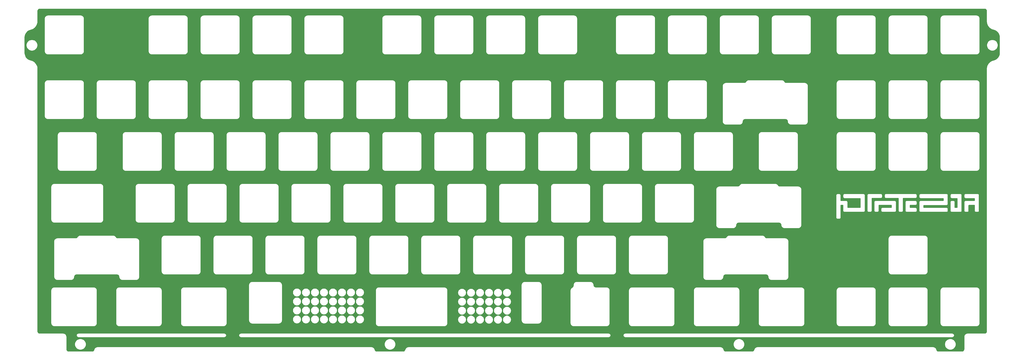
<source format=gbr>
%TF.GenerationSoftware,KiCad,Pcbnew,(5.1.9)-1*%
%TF.CreationDate,2021-02-08T13:58:21+01:00*%
%TF.ProjectId,P.01_ANSI,502e3031-5f41-44e5-9349-2e6b69636164,rev?*%
%TF.SameCoordinates,Original*%
%TF.FileFunction,Copper,L1,Top*%
%TF.FilePolarity,Positive*%
%FSLAX46Y46*%
G04 Gerber Fmt 4.6, Leading zero omitted, Abs format (unit mm)*
G04 Created by KiCad (PCBNEW (5.1.9)-1) date 2021-02-08 13:58:21*
%MOMM*%
%LPD*%
G01*
G04 APERTURE LIST*
%TA.AperFunction,NonConductor*%
%ADD10C,0.254000*%
%TD*%
%TA.AperFunction,NonConductor*%
%ADD11C,0.100000*%
%TD*%
G04 APERTURE END LIST*
D10*
X334726201Y-35529504D02*
X334879920Y-35544576D01*
X335014757Y-35585286D01*
X335139116Y-35651409D01*
X335248263Y-35740427D01*
X335338043Y-35848952D01*
X335405031Y-35972844D01*
X335446681Y-36107393D01*
X335462750Y-36260282D01*
X335462749Y-40069867D01*
X335464014Y-40082706D01*
X335517034Y-40644054D01*
X335521732Y-40668234D01*
X335526000Y-40692459D01*
X335527066Y-40696178D01*
X335692296Y-41257878D01*
X335701696Y-41281153D01*
X335710773Y-41304565D01*
X335712540Y-41308005D01*
X335983725Y-41826913D01*
X335997487Y-41847951D01*
X336010918Y-41869122D01*
X336013312Y-41872141D01*
X336013320Y-41872154D01*
X336013330Y-41872164D01*
X336380131Y-42328507D01*
X336397682Y-42346435D01*
X336415004Y-42364630D01*
X336417944Y-42367132D01*
X336417949Y-42367137D01*
X336417954Y-42367141D01*
X336866413Y-42743551D01*
X336887104Y-42757723D01*
X336907638Y-42772212D01*
X336911015Y-42774100D01*
X337424050Y-43056239D01*
X337447113Y-43066127D01*
X337470058Y-43076347D01*
X337473737Y-43077543D01*
X338031802Y-43254659D01*
X338563980Y-43423559D01*
X339029420Y-43679524D01*
X339436276Y-44021015D01*
X339769052Y-44435027D01*
X340015079Y-44905795D01*
X340165119Y-45415857D01*
X340214444Y-45938078D01*
X340214430Y-51642788D01*
X340161272Y-52184976D01*
X340007748Y-52693486D01*
X339758380Y-53162485D01*
X339422663Y-53574123D01*
X339013386Y-53912710D01*
X338545700Y-54165592D01*
X338032769Y-54326378D01*
X338032728Y-54326390D01*
X337494316Y-54495163D01*
X337471668Y-54504778D01*
X337448836Y-54514003D01*
X337445420Y-54515819D01*
X336930391Y-54794299D01*
X336909614Y-54808313D01*
X336888569Y-54822085D01*
X336885572Y-54824530D01*
X336434441Y-55197743D01*
X336416732Y-55215576D01*
X336398814Y-55233123D01*
X336396348Y-55236103D01*
X336026300Y-55689835D01*
X336012409Y-55710742D01*
X335998223Y-55731460D01*
X335996388Y-55734855D01*
X335996383Y-55734863D01*
X335996380Y-55734871D01*
X335721513Y-56251828D01*
X335711949Y-56275032D01*
X335702056Y-56298115D01*
X335700912Y-56301810D01*
X335531688Y-56862320D01*
X335526811Y-56886950D01*
X335521592Y-56911505D01*
X335521189Y-56915339D01*
X335521187Y-56915351D01*
X335521187Y-56915362D01*
X335464058Y-57498055D01*
X335462736Y-57511478D01*
X335462747Y-154051245D01*
X335447673Y-154204978D01*
X335406963Y-154339813D01*
X335340842Y-154464170D01*
X335251823Y-154573317D01*
X335143300Y-154663096D01*
X335019405Y-154730085D01*
X334884856Y-154771735D01*
X334731986Y-154787803D01*
X328467870Y-154787803D01*
X328455611Y-154789010D01*
X328449389Y-154788967D01*
X328445540Y-154789345D01*
X328251443Y-154809746D01*
X328226861Y-154814792D01*
X328202190Y-154819498D01*
X328198489Y-154820615D01*
X328198483Y-154820617D01*
X328012049Y-154878328D01*
X327988900Y-154888059D01*
X327965628Y-154897461D01*
X327962212Y-154899277D01*
X327790536Y-154992102D01*
X327769704Y-155006153D01*
X327748713Y-155019889D01*
X327745716Y-155022333D01*
X327595338Y-155146737D01*
X327577649Y-155164550D01*
X327559711Y-155182116D01*
X327557245Y-155185097D01*
X327433895Y-155336339D01*
X327419992Y-155357264D01*
X327405818Y-155377965D01*
X327403983Y-155381359D01*
X327403978Y-155381367D01*
X327403975Y-155381375D01*
X327312353Y-155553690D01*
X327302783Y-155576908D01*
X327292896Y-155599976D01*
X327291756Y-155603661D01*
X327291752Y-155603671D01*
X327291750Y-155603681D01*
X327235343Y-155790507D01*
X327230468Y-155815131D01*
X327225247Y-155839692D01*
X327224843Y-155843539D01*
X327205798Y-156037772D01*
X327205798Y-156037784D01*
X327204477Y-156051197D01*
X327204476Y-160646252D01*
X327189403Y-160799974D01*
X327148693Y-160934809D01*
X327082572Y-161059166D01*
X326993553Y-161168313D01*
X326885030Y-161258092D01*
X326761135Y-161325081D01*
X326626586Y-161366731D01*
X326473716Y-161382799D01*
X317853589Y-161382799D01*
X317699867Y-161367726D01*
X317565032Y-161327016D01*
X317440675Y-161260895D01*
X317331528Y-161171876D01*
X317241749Y-161063353D01*
X317174706Y-160939359D01*
X317125343Y-160780356D01*
X317067962Y-160595525D01*
X317058250Y-160572474D01*
X317048896Y-160549321D01*
X317047080Y-160545905D01*
X316954255Y-160374229D01*
X316940204Y-160353397D01*
X316926468Y-160332406D01*
X316924024Y-160329409D01*
X316799620Y-160179031D01*
X316781807Y-160161342D01*
X316764241Y-160143404D01*
X316761260Y-160140938D01*
X316610018Y-160017588D01*
X316589093Y-160003685D01*
X316568392Y-159989511D01*
X316564998Y-159987676D01*
X316564990Y-159987671D01*
X316564982Y-159987668D01*
X316392667Y-159896046D01*
X316369449Y-159886476D01*
X316346381Y-159876589D01*
X316342696Y-159875449D01*
X316342686Y-159875445D01*
X316342676Y-159875443D01*
X316155850Y-159819036D01*
X316131226Y-159814161D01*
X316106665Y-159808940D01*
X316102818Y-159808536D01*
X315908585Y-159789491D01*
X315908574Y-159789491D01*
X315895161Y-159788170D01*
X251421891Y-159787795D01*
X251408697Y-159789094D01*
X251408691Y-159789095D01*
X251216067Y-159807822D01*
X251191562Y-159812653D01*
X251166957Y-159817127D01*
X251163244Y-159818213D01*
X250976315Y-159874317D01*
X250953086Y-159883846D01*
X250929731Y-159893049D01*
X250926304Y-159894833D01*
X250926299Y-159894835D01*
X250926295Y-159894838D01*
X250753829Y-159986178D01*
X250732907Y-160000028D01*
X250711770Y-160013601D01*
X250708757Y-160016016D01*
X250708751Y-160016020D01*
X250708746Y-160016025D01*
X250557307Y-160139122D01*
X250539460Y-160156786D01*
X250521375Y-160174194D01*
X250518883Y-160177153D01*
X250394234Y-160327327D01*
X250380164Y-160348112D01*
X250365799Y-160368709D01*
X250363930Y-160372095D01*
X250270823Y-160543619D01*
X250261043Y-160566776D01*
X250250967Y-160589737D01*
X250249796Y-160593408D01*
X250249791Y-160593421D01*
X250249788Y-160593434D01*
X250194013Y-160772574D01*
X250100436Y-161024105D01*
X250084122Y-161050664D01*
X249915306Y-161233490D01*
X249889559Y-161252284D01*
X249685597Y-161348528D01*
X249456614Y-161382425D01*
X239807747Y-161382425D01*
X239654025Y-161367352D01*
X239519190Y-161326642D01*
X239394833Y-161260521D01*
X239285686Y-161171502D01*
X239195907Y-161062979D01*
X239128864Y-160938985D01*
X239079501Y-160779982D01*
X239022120Y-160595151D01*
X239012408Y-160572100D01*
X239003054Y-160548947D01*
X239001238Y-160545531D01*
X238908413Y-160373855D01*
X238894362Y-160353023D01*
X238880626Y-160332032D01*
X238878182Y-160329035D01*
X238753778Y-160178657D01*
X238735965Y-160160968D01*
X238718399Y-160143030D01*
X238715418Y-160140564D01*
X238564176Y-160017214D01*
X238543251Y-160003311D01*
X238522550Y-159989137D01*
X238519156Y-159987302D01*
X238519148Y-159987297D01*
X238519140Y-159987294D01*
X238346825Y-159895672D01*
X238323607Y-159886102D01*
X238300539Y-159876215D01*
X238296854Y-159875075D01*
X238296844Y-159875071D01*
X238296834Y-159875069D01*
X238110008Y-159818662D01*
X238085384Y-159813787D01*
X238060823Y-159808566D01*
X238056976Y-159808162D01*
X237862743Y-159789117D01*
X237862741Y-159789117D01*
X237849318Y-159787795D01*
X123380374Y-159787795D01*
X123367061Y-159789106D01*
X123174552Y-159807822D01*
X123150047Y-159812653D01*
X123125442Y-159817127D01*
X123121729Y-159818213D01*
X122934800Y-159874317D01*
X122911571Y-159883846D01*
X122888216Y-159893049D01*
X122884789Y-159894833D01*
X122884784Y-159894835D01*
X122884780Y-159894838D01*
X122712314Y-159986178D01*
X122691392Y-160000028D01*
X122670255Y-160013601D01*
X122667242Y-160016016D01*
X122667236Y-160016020D01*
X122667231Y-160016025D01*
X122515792Y-160139122D01*
X122497945Y-160156786D01*
X122479860Y-160174194D01*
X122477368Y-160177153D01*
X122352719Y-160327327D01*
X122338649Y-160348112D01*
X122324284Y-160368709D01*
X122322415Y-160372095D01*
X122229308Y-160543619D01*
X122219528Y-160566776D01*
X122209452Y-160589737D01*
X122208281Y-160593408D01*
X122208276Y-160593421D01*
X122208273Y-160593434D01*
X122150259Y-160779765D01*
X122100316Y-160940173D01*
X122033122Y-161063959D01*
X121943166Y-161172335D01*
X121833873Y-161261174D01*
X121709408Y-161327092D01*
X121574394Y-161367615D01*
X121422060Y-161382425D01*
X111807498Y-161382425D01*
X111653776Y-161367352D01*
X111518941Y-161326642D01*
X111394584Y-161260521D01*
X111285437Y-161171502D01*
X111195658Y-161062979D01*
X111128615Y-160938985D01*
X111079252Y-160779982D01*
X111021871Y-160595151D01*
X111012159Y-160572100D01*
X111002805Y-160548947D01*
X111000989Y-160545531D01*
X110908164Y-160373855D01*
X110894113Y-160353023D01*
X110880377Y-160332032D01*
X110877933Y-160329035D01*
X110753529Y-160178657D01*
X110735716Y-160160968D01*
X110718150Y-160143030D01*
X110715169Y-160140564D01*
X110563927Y-160017214D01*
X110543002Y-160003311D01*
X110522301Y-159989137D01*
X110518907Y-159987302D01*
X110518899Y-159987297D01*
X110518891Y-159987294D01*
X110346576Y-159895672D01*
X110323358Y-159886102D01*
X110300290Y-159876215D01*
X110296605Y-159875075D01*
X110296595Y-159875071D01*
X110296585Y-159875069D01*
X110109759Y-159818662D01*
X110085135Y-159813787D01*
X110060574Y-159808566D01*
X110056727Y-159808162D01*
X109862494Y-159789117D01*
X109862492Y-159789117D01*
X109849069Y-159787795D01*
X9298169Y-159787795D01*
X9297112Y-159787899D01*
X9280288Y-159788028D01*
X9266673Y-159789468D01*
X9252987Y-159789587D01*
X9249144Y-159790025D01*
X9059442Y-159812973D01*
X9034914Y-159818409D01*
X9010347Y-159823496D01*
X9006672Y-159824669D01*
X9006662Y-159824671D01*
X9006653Y-159824675D01*
X8825030Y-159884030D01*
X8802059Y-159894112D01*
X8778913Y-159903888D01*
X8775527Y-159905757D01*
X8608884Y-159999264D01*
X8588250Y-160013657D01*
X8567504Y-160027702D01*
X8564550Y-160030189D01*
X8564544Y-160030193D01*
X8564539Y-160030198D01*
X8419238Y-160154286D01*
X8401837Y-160172367D01*
X8384169Y-160190219D01*
X8381750Y-160193238D01*
X8263313Y-160343192D01*
X8249746Y-160364322D01*
X8235891Y-160385253D01*
X8234108Y-160388679D01*
X8234105Y-160388683D01*
X8234105Y-160388684D01*
X8156761Y-160539812D01*
X8153269Y-160544635D01*
X8136211Y-160581799D01*
X8066223Y-160784705D01*
X8065248Y-160788794D01*
X8018102Y-160940250D01*
X7950917Y-161064035D01*
X7860967Y-161172415D01*
X7751678Y-161261260D01*
X7627213Y-161327187D01*
X7492210Y-161367713D01*
X7339883Y-161382527D01*
X-1212845Y-161379042D01*
X-1369920Y-161371847D01*
X-1502321Y-161339270D01*
X-1625868Y-161281599D01*
X-1735867Y-161201025D01*
X-1828116Y-161100625D01*
X-1899110Y-160984214D01*
X-1946140Y-160856235D01*
X-1968669Y-160713621D01*
X-1969748Y-160656239D01*
X-1978831Y-158656623D01*
X966364Y-158656623D01*
X966364Y-159067707D01*
X1046562Y-159470892D01*
X1203877Y-159850684D01*
X1432263Y-160192488D01*
X1722943Y-160483168D01*
X2064747Y-160711554D01*
X2444539Y-160868869D01*
X2847724Y-160949067D01*
X3258808Y-160949067D01*
X3661993Y-160868869D01*
X4041785Y-160711554D01*
X4383589Y-160483168D01*
X4674269Y-160192488D01*
X4902655Y-159850684D01*
X5059970Y-159470892D01*
X5140168Y-159067707D01*
X5140168Y-158656671D01*
X114548577Y-158656671D01*
X114548577Y-159067755D01*
X114628775Y-159470940D01*
X114786090Y-159850732D01*
X115014476Y-160192536D01*
X115305156Y-160483216D01*
X115646960Y-160711602D01*
X116026752Y-160868917D01*
X116429937Y-160949115D01*
X116841021Y-160949115D01*
X117244206Y-160868917D01*
X117623998Y-160711602D01*
X117965802Y-160483216D01*
X118256482Y-160192536D01*
X118484868Y-159850732D01*
X118642183Y-159470940D01*
X118722381Y-159067755D01*
X118722381Y-158656725D01*
X242548703Y-158656725D01*
X242548703Y-159067809D01*
X242628901Y-159470994D01*
X242786216Y-159850786D01*
X243014602Y-160192590D01*
X243305282Y-160483270D01*
X243647086Y-160711656D01*
X244026878Y-160868971D01*
X244430063Y-160949169D01*
X244841147Y-160949169D01*
X245244332Y-160868971D01*
X245624124Y-160711656D01*
X245965928Y-160483270D01*
X246256608Y-160192590D01*
X246484994Y-159850786D01*
X246642309Y-159470994D01*
X246722507Y-159067809D01*
X246722507Y-158656758D01*
X320094574Y-158656758D01*
X320094574Y-159067842D01*
X320174772Y-159471027D01*
X320332087Y-159850819D01*
X320560473Y-160192623D01*
X320851153Y-160483303D01*
X321192957Y-160711689D01*
X321572749Y-160869004D01*
X321975934Y-160949202D01*
X322387018Y-160949202D01*
X322790203Y-160869004D01*
X323169995Y-160711689D01*
X323511799Y-160483303D01*
X323802479Y-160192623D01*
X324030865Y-159850819D01*
X324188180Y-159471027D01*
X324268378Y-159067842D01*
X324268378Y-158656758D01*
X324188180Y-158253573D01*
X324030865Y-157873781D01*
X323802479Y-157531977D01*
X323511799Y-157241297D01*
X323169995Y-157012911D01*
X322790203Y-156855596D01*
X322387018Y-156775398D01*
X321975934Y-156775398D01*
X321572749Y-156855596D01*
X321192957Y-157012911D01*
X320851153Y-157241297D01*
X320560473Y-157531977D01*
X320332087Y-157873781D01*
X320174772Y-158253573D01*
X320094574Y-158656758D01*
X246722507Y-158656758D01*
X246722507Y-158656725D01*
X246642309Y-158253540D01*
X246484994Y-157873748D01*
X246256608Y-157531944D01*
X245965928Y-157241264D01*
X245624124Y-157012878D01*
X245244332Y-156855563D01*
X244841147Y-156775365D01*
X244430063Y-156775365D01*
X244026878Y-156855563D01*
X243647086Y-157012878D01*
X243305282Y-157241264D01*
X243014602Y-157531944D01*
X242786216Y-157873748D01*
X242628901Y-158253540D01*
X242548703Y-158656725D01*
X118722381Y-158656725D01*
X118722381Y-158656671D01*
X118642183Y-158253486D01*
X118484868Y-157873694D01*
X118256482Y-157531890D01*
X117965802Y-157241210D01*
X117623998Y-157012824D01*
X117244206Y-156855509D01*
X116841021Y-156775311D01*
X116429937Y-156775311D01*
X116026752Y-156855509D01*
X115646960Y-157012824D01*
X115305156Y-157241210D01*
X115014476Y-157531890D01*
X114786090Y-157873694D01*
X114628775Y-158253486D01*
X114548577Y-158656671D01*
X5140168Y-158656671D01*
X5140168Y-158656623D01*
X5059970Y-158253438D01*
X4902655Y-157873646D01*
X4674269Y-157531842D01*
X4383589Y-157241162D01*
X4041785Y-157012776D01*
X3661993Y-156855461D01*
X3258808Y-156775263D01*
X2847724Y-156775263D01*
X2444539Y-156855461D01*
X2064747Y-157012776D01*
X1722943Y-157241162D01*
X1432263Y-157531842D01*
X1203877Y-157873646D01*
X1046562Y-158253438D01*
X966364Y-158656623D01*
X-1978831Y-158656623D01*
X-1990671Y-156050539D01*
X-1990669Y-156037088D01*
X-1990735Y-156036413D01*
X-1990736Y-156036213D01*
X-1991107Y-156032617D01*
X-1991897Y-156024545D01*
X-1991809Y-156011944D01*
X-1992186Y-156008095D01*
X-2012160Y-155818056D01*
X-2017214Y-155793437D01*
X-2021913Y-155768803D01*
X-2023031Y-155765100D01*
X-2079536Y-155582561D01*
X-2086604Y-155565746D01*
X1576268Y-155565746D01*
X1576280Y-155569238D01*
X1577502Y-155581282D01*
X1577418Y-155593393D01*
X1577796Y-155597243D01*
X1587997Y-155694291D01*
X1593047Y-155718893D01*
X1597749Y-155743543D01*
X1598866Y-155747242D01*
X1598867Y-155747248D01*
X1598869Y-155747254D01*
X1627723Y-155840464D01*
X1637459Y-155863625D01*
X1646856Y-155886885D01*
X1648670Y-155890296D01*
X1648672Y-155890301D01*
X1648675Y-155890305D01*
X1695085Y-155976139D01*
X1709136Y-155996972D01*
X1722871Y-156017960D01*
X1725310Y-156020951D01*
X1725315Y-156020958D01*
X1725318Y-156020961D01*
X1787517Y-156096146D01*
X1805351Y-156113855D01*
X1822898Y-156131774D01*
X1825878Y-156134240D01*
X1901500Y-156195915D01*
X1922441Y-156209828D01*
X1943125Y-156223991D01*
X1946525Y-156225830D01*
X1946533Y-156225834D01*
X2032687Y-156271642D01*
X2055922Y-156281219D01*
X2078973Y-156291099D01*
X2082662Y-156292241D01*
X2082669Y-156292244D01*
X2082676Y-156292245D01*
X2176086Y-156320448D01*
X2200709Y-156325324D01*
X2225273Y-156330545D01*
X2229114Y-156330948D01*
X2229117Y-156330949D01*
X2229120Y-156330949D01*
X2326237Y-156340471D01*
X2326247Y-156340471D01*
X2339660Y-156341792D01*
X55849068Y-156341794D01*
X55860983Y-156340621D01*
X55864058Y-156340642D01*
X55867908Y-156340265D01*
X55964956Y-156330065D01*
X55989587Y-156325009D01*
X56014211Y-156320312D01*
X56017906Y-156319196D01*
X56017913Y-156319195D01*
X56017919Y-156319192D01*
X56111132Y-156290338D01*
X56134289Y-156280604D01*
X56157554Y-156271204D01*
X56160960Y-156269393D01*
X56160969Y-156269389D01*
X56160976Y-156269384D01*
X56246807Y-156222975D01*
X56267605Y-156208947D01*
X56288626Y-156195191D01*
X56291622Y-156192747D01*
X56291625Y-156192745D01*
X56291629Y-156192741D01*
X56366813Y-156130545D01*
X56384503Y-156112731D01*
X56402441Y-156095165D01*
X56404907Y-156092184D01*
X56466581Y-156016564D01*
X56480496Y-155995620D01*
X56494659Y-155974936D01*
X56496493Y-155971544D01*
X56496499Y-155971535D01*
X56496503Y-155971526D01*
X56542311Y-155885372D01*
X56551874Y-155862171D01*
X56561767Y-155839089D01*
X56562911Y-155835394D01*
X56591116Y-155741977D01*
X56595995Y-155717340D01*
X56601213Y-155692789D01*
X56601616Y-155688951D01*
X56601617Y-155688946D01*
X56601617Y-155688942D01*
X56611139Y-155591825D01*
X56611139Y-155579754D01*
X56612448Y-155567712D01*
X56612454Y-155565748D01*
X61158495Y-155565748D01*
X61158507Y-155569240D01*
X61159729Y-155581284D01*
X61159645Y-155593395D01*
X61160023Y-155597245D01*
X61170224Y-155694293D01*
X61175270Y-155718877D01*
X61179976Y-155743545D01*
X61181093Y-155747244D01*
X61181094Y-155747250D01*
X61181096Y-155747256D01*
X61209950Y-155840466D01*
X61219684Y-155863623D01*
X61229083Y-155886886D01*
X61230895Y-155890293D01*
X61230899Y-155890303D01*
X61230902Y-155890307D01*
X61277311Y-155976139D01*
X61291340Y-155996939D01*
X61305097Y-156017961D01*
X61307542Y-156020959D01*
X61369744Y-156096148D01*
X61387557Y-156113837D01*
X61405123Y-156131775D01*
X61408104Y-156134241D01*
X61483724Y-156195915D01*
X61504657Y-156209823D01*
X61525351Y-156223993D01*
X61528749Y-156225830D01*
X61528753Y-156225833D01*
X61528757Y-156225835D01*
X61614913Y-156271644D01*
X61638125Y-156281212D01*
X61661202Y-156291102D01*
X61664889Y-156292244D01*
X61664895Y-156292246D01*
X61664901Y-156292247D01*
X61758315Y-156320450D01*
X61782963Y-156325331D01*
X61807499Y-156330546D01*
X61811335Y-156330949D01*
X61811346Y-156330951D01*
X61811356Y-156330951D01*
X61906234Y-156340253D01*
X61921886Y-156341795D01*
X196849318Y-156341795D01*
X196861233Y-156340622D01*
X196864310Y-156340643D01*
X196868159Y-156340266D01*
X196965207Y-156330066D01*
X196989845Y-156325009D01*
X197014461Y-156320313D01*
X197018154Y-156319198D01*
X197018164Y-156319196D01*
X197018173Y-156319192D01*
X197111381Y-156290339D01*
X197134510Y-156280616D01*
X197157803Y-156271205D01*
X197161218Y-156269389D01*
X197247056Y-156222976D01*
X197267856Y-156208946D01*
X197288876Y-156195191D01*
X197291874Y-156192746D01*
X197367062Y-156130545D01*
X197384771Y-156112712D01*
X197402689Y-156095165D01*
X197405155Y-156092185D01*
X197466829Y-156016565D01*
X197480742Y-155995624D01*
X197494906Y-155974939D01*
X197496743Y-155971541D01*
X197496746Y-155971537D01*
X197496748Y-155971533D01*
X197542557Y-155885377D01*
X197552125Y-155862163D01*
X197562015Y-155839089D01*
X197563159Y-155835394D01*
X197591363Y-155741977D01*
X197596245Y-155717322D01*
X197601459Y-155692793D01*
X197601862Y-155688957D01*
X197601864Y-155688946D01*
X197601864Y-155688936D01*
X197611385Y-155591829D01*
X197611385Y-155579786D01*
X197612697Y-155567716D01*
X197612710Y-155563848D01*
X197612698Y-155560357D01*
X197611476Y-155548315D01*
X197611511Y-155543186D01*
X202159647Y-155543186D01*
X202159822Y-155568291D01*
X202159647Y-155593395D01*
X202160024Y-155597245D01*
X202170224Y-155694293D01*
X202175281Y-155718931D01*
X202179977Y-155743547D01*
X202181092Y-155747240D01*
X202181094Y-155747250D01*
X202181098Y-155747259D01*
X202209951Y-155840469D01*
X202219675Y-155863601D01*
X202229085Y-155886892D01*
X202230901Y-155890307D01*
X202277314Y-155976145D01*
X202291344Y-155996945D01*
X202305099Y-156017965D01*
X202307544Y-156020963D01*
X202369746Y-156096152D01*
X202387575Y-156113857D01*
X202405124Y-156131778D01*
X202408104Y-156134243D01*
X202483725Y-156195919D01*
X202504668Y-156209834D01*
X202525354Y-156223998D01*
X202528742Y-156225830D01*
X202528753Y-156225837D01*
X202528762Y-156225841D01*
X202614918Y-156271650D01*
X202638145Y-156281223D01*
X202661202Y-156291106D01*
X202664895Y-156292249D01*
X202664899Y-156292251D01*
X202664903Y-156292252D01*
X202758315Y-156320455D01*
X202782938Y-156325331D01*
X202807502Y-156330552D01*
X202811343Y-156330955D01*
X202811346Y-156330956D01*
X202811349Y-156330956D01*
X202908466Y-156340478D01*
X202908476Y-156340478D01*
X202921889Y-156341799D01*
X322895081Y-156341803D01*
X322909001Y-156340432D01*
X322915486Y-156340432D01*
X322919333Y-156340028D01*
X323016307Y-156329151D01*
X323040880Y-156323928D01*
X323065493Y-156319055D01*
X323069180Y-156317914D01*
X323069187Y-156317912D01*
X323069193Y-156317909D01*
X323162203Y-156288405D01*
X323185270Y-156278519D01*
X323208490Y-156268948D01*
X323211888Y-156267110D01*
X323211893Y-156267108D01*
X323211897Y-156267105D01*
X323297405Y-156220097D01*
X323318113Y-156205919D01*
X323339033Y-156192019D01*
X323342004Y-156189561D01*
X323342012Y-156189555D01*
X323342018Y-156189548D01*
X323416765Y-156126829D01*
X323434347Y-156108875D01*
X323452144Y-156091202D01*
X323454583Y-156088211D01*
X323454590Y-156088204D01*
X323454595Y-156088196D01*
X323515734Y-156012155D01*
X323529489Y-155991137D01*
X323543521Y-155970333D01*
X323545334Y-155966923D01*
X323545337Y-155966919D01*
X323545339Y-155966915D01*
X323590547Y-155880438D01*
X323599952Y-155857161D01*
X323609680Y-155834019D01*
X323610798Y-155830316D01*
X323638349Y-155736704D01*
X323643050Y-155712065D01*
X323648103Y-155687448D01*
X323648480Y-155683599D01*
X323657324Y-155586416D01*
X323657149Y-155561312D01*
X323657324Y-155536208D01*
X323656947Y-155532358D01*
X323646747Y-155435310D01*
X323641690Y-155410672D01*
X323636994Y-155386056D01*
X323635879Y-155382363D01*
X323635877Y-155382353D01*
X323635873Y-155382344D01*
X323607020Y-155289134D01*
X323597296Y-155266002D01*
X323587886Y-155242711D01*
X323586070Y-155239295D01*
X323539657Y-155153458D01*
X323525584Y-155132593D01*
X323511871Y-155111638D01*
X323509429Y-155108642D01*
X323509427Y-155108639D01*
X323509420Y-155108632D01*
X323447225Y-155033451D01*
X323429396Y-155015746D01*
X323411847Y-154997825D01*
X323408867Y-154995360D01*
X323333246Y-154933684D01*
X323312329Y-154919786D01*
X323291617Y-154905604D01*
X323288227Y-154903772D01*
X323288218Y-154903766D01*
X323288206Y-154903761D01*
X323202053Y-154857953D01*
X323178838Y-154848385D01*
X323155769Y-154838497D01*
X323152074Y-154837353D01*
X323058656Y-154809148D01*
X323034041Y-154804274D01*
X323009470Y-154799051D01*
X323005627Y-154798647D01*
X323005623Y-154798647D01*
X322908505Y-154789125D01*
X322908495Y-154789125D01*
X322895082Y-154787804D01*
X202921890Y-154787800D01*
X202907970Y-154789171D01*
X202901485Y-154789171D01*
X202897638Y-154789575D01*
X202800663Y-154800452D01*
X202776083Y-154805676D01*
X202751478Y-154810548D01*
X202747791Y-154811689D01*
X202747784Y-154811691D01*
X202747778Y-154811694D01*
X202654768Y-154841198D01*
X202631701Y-154851084D01*
X202608481Y-154860655D01*
X202605078Y-154862495D01*
X202519566Y-154909506D01*
X202498858Y-154923684D01*
X202477938Y-154937584D01*
X202474967Y-154940042D01*
X202474959Y-154940048D01*
X202474953Y-154940055D01*
X202400206Y-155002775D01*
X202382659Y-155020693D01*
X202364827Y-155038401D01*
X202362383Y-155041398D01*
X202301237Y-155117448D01*
X202287465Y-155138493D01*
X202273451Y-155159270D01*
X202271642Y-155162672D01*
X202271634Y-155162684D01*
X202271629Y-155162697D01*
X202226424Y-155249164D01*
X202217021Y-155272439D01*
X202207291Y-155295584D01*
X202206173Y-155299287D01*
X202178621Y-155392899D01*
X202173915Y-155417568D01*
X202168868Y-155442154D01*
X202168491Y-155446004D01*
X202159647Y-155543186D01*
X197611511Y-155543186D01*
X197611560Y-155536205D01*
X197611183Y-155532355D01*
X197600983Y-155435307D01*
X197595926Y-155410669D01*
X197591230Y-155386053D01*
X197590115Y-155382360D01*
X197590113Y-155382350D01*
X197590109Y-155382341D01*
X197561256Y-155289131D01*
X197551532Y-155265999D01*
X197542122Y-155242708D01*
X197540306Y-155239292D01*
X197493893Y-155153455D01*
X197479820Y-155132590D01*
X197466107Y-155111635D01*
X197463667Y-155108642D01*
X197463663Y-155108636D01*
X197463658Y-155108631D01*
X197401461Y-155033448D01*
X197383632Y-155015743D01*
X197366083Y-154997822D01*
X197363103Y-154995357D01*
X197287482Y-154933681D01*
X197266565Y-154919783D01*
X197245853Y-154905601D01*
X197242463Y-154903769D01*
X197242454Y-154903763D01*
X197242442Y-154903758D01*
X197156289Y-154857950D01*
X197133074Y-154848382D01*
X197110005Y-154838494D01*
X197106310Y-154837350D01*
X197012892Y-154809145D01*
X196988277Y-154804271D01*
X196963706Y-154799048D01*
X196959863Y-154798644D01*
X196959859Y-154798644D01*
X196862741Y-154789122D01*
X196862731Y-154789122D01*
X196849318Y-154787801D01*
X61921887Y-154787796D01*
X61909972Y-154788969D01*
X61906893Y-154788948D01*
X61903044Y-154789326D01*
X61805995Y-154799527D01*
X61781393Y-154804577D01*
X61756743Y-154809279D01*
X61753044Y-154810396D01*
X61753038Y-154810397D01*
X61753032Y-154810399D01*
X61659822Y-154839253D01*
X61636640Y-154848998D01*
X61613401Y-154858387D01*
X61609999Y-154860196D01*
X61609985Y-154860202D01*
X61609973Y-154860210D01*
X61524147Y-154906615D01*
X61503338Y-154920651D01*
X61482326Y-154934401D01*
X61479334Y-154936842D01*
X61479328Y-154936846D01*
X61479323Y-154936851D01*
X61404140Y-154999047D01*
X61386447Y-155016864D01*
X61368512Y-155034428D01*
X61366046Y-155037408D01*
X61304371Y-155113030D01*
X61290458Y-155133971D01*
X61276295Y-155154655D01*
X61274456Y-155158055D01*
X61274456Y-155158057D01*
X61274455Y-155158058D01*
X61228643Y-155244218D01*
X61219059Y-155267471D01*
X61209187Y-155290503D01*
X61208045Y-155294192D01*
X61208042Y-155294199D01*
X61208042Y-155294201D01*
X61179838Y-155387616D01*
X61174964Y-155412231D01*
X61169741Y-155436802D01*
X61169337Y-155440649D01*
X61159815Y-155537767D01*
X61159815Y-155549856D01*
X61158508Y-155561880D01*
X61158495Y-155565748D01*
X56612454Y-155565748D01*
X56612461Y-155563844D01*
X56612449Y-155560353D01*
X56611227Y-155548311D01*
X56611311Y-155536201D01*
X56610934Y-155532351D01*
X56600734Y-155435303D01*
X56595677Y-155410665D01*
X56590981Y-155386049D01*
X56589865Y-155382352D01*
X56589864Y-155382346D01*
X56589860Y-155382337D01*
X56561007Y-155289127D01*
X56551283Y-155265995D01*
X56541873Y-155242704D01*
X56540057Y-155239288D01*
X56493644Y-155153451D01*
X56479571Y-155132586D01*
X56465858Y-155111631D01*
X56463417Y-155108637D01*
X56463414Y-155108632D01*
X56463409Y-155108627D01*
X56401212Y-155033444D01*
X56383383Y-155015739D01*
X56365834Y-154997818D01*
X56362854Y-154995353D01*
X56287233Y-154933677D01*
X56266316Y-154919779D01*
X56245604Y-154905597D01*
X56242214Y-154903765D01*
X56242205Y-154903759D01*
X56242196Y-154903755D01*
X56156040Y-154857946D01*
X56132825Y-154848378D01*
X56109756Y-154838490D01*
X56106061Y-154837346D01*
X56012643Y-154809141D01*
X55988028Y-154804267D01*
X55963457Y-154799044D01*
X55959614Y-154798640D01*
X55959610Y-154798640D01*
X55862492Y-154789118D01*
X55862482Y-154789118D01*
X55849069Y-154787797D01*
X2339660Y-154787794D01*
X2327745Y-154788967D01*
X2324666Y-154788946D01*
X2320817Y-154789324D01*
X2223768Y-154799525D01*
X2199166Y-154804575D01*
X2174516Y-154809277D01*
X2170817Y-154810394D01*
X2170811Y-154810395D01*
X2170805Y-154810397D01*
X2077595Y-154839251D01*
X2054413Y-154848996D01*
X2031174Y-154858385D01*
X2027772Y-154860194D01*
X2027758Y-154860200D01*
X2027746Y-154860208D01*
X1941920Y-154906613D01*
X1921111Y-154920649D01*
X1900099Y-154934399D01*
X1897107Y-154936840D01*
X1897101Y-154936844D01*
X1897096Y-154936849D01*
X1821913Y-154999045D01*
X1804220Y-155016862D01*
X1786285Y-155034426D01*
X1783819Y-155037406D01*
X1722144Y-155113028D01*
X1708231Y-155133969D01*
X1694068Y-155154653D01*
X1692228Y-155158056D01*
X1646416Y-155244216D01*
X1636832Y-155267469D01*
X1626960Y-155290501D01*
X1625818Y-155294190D01*
X1625815Y-155294197D01*
X1625815Y-155294198D01*
X1597611Y-155387614D01*
X1592737Y-155412229D01*
X1587514Y-155436800D01*
X1587110Y-155440647D01*
X1577588Y-155537765D01*
X1577588Y-155549854D01*
X1576281Y-155561878D01*
X1576268Y-155565746D01*
X-2086604Y-155565746D01*
X-2089260Y-155559429D01*
X-2098670Y-155536138D01*
X-2100486Y-155532723D01*
X-2100486Y-155532722D01*
X-2100487Y-155532721D01*
X-2191371Y-155364635D01*
X-2205411Y-155343820D01*
X-2219156Y-155322815D01*
X-2221597Y-155319823D01*
X-2221601Y-155319817D01*
X-2221606Y-155319812D01*
X-2343402Y-155172584D01*
X-2361233Y-155154877D01*
X-2378782Y-155136956D01*
X-2381751Y-155134501D01*
X-2381762Y-155134490D01*
X-2381774Y-155134482D01*
X-2529843Y-155013719D01*
X-2550768Y-154999816D01*
X-2571469Y-154985642D01*
X-2574863Y-154983807D01*
X-2574871Y-154983802D01*
X-2574879Y-154983799D01*
X-2743589Y-154894094D01*
X-2766815Y-154884521D01*
X-2789877Y-154874636D01*
X-2793568Y-154873493D01*
X-2793574Y-154873491D01*
X-2976501Y-154818263D01*
X-3001109Y-154813391D01*
X-3025684Y-154808167D01*
X-3029531Y-154807763D01*
X-3219704Y-154789116D01*
X-3219706Y-154789116D01*
X-3233129Y-154787794D01*
X-11858173Y-154787794D01*
X-12011895Y-154772721D01*
X-12146730Y-154732011D01*
X-12271085Y-154665891D01*
X-12380231Y-154576874D01*
X-12470015Y-154468343D01*
X-12537001Y-154344455D01*
X-12578651Y-154209901D01*
X-12594719Y-154057032D01*
X-12594820Y-139051390D01*
X-7768251Y-139051390D01*
X-7768250Y-151078601D01*
X-7767044Y-151090851D01*
X-7767087Y-151097082D01*
X-7766709Y-151100931D01*
X-7746309Y-151295028D01*
X-7741255Y-151319647D01*
X-7736556Y-151344281D01*
X-7735439Y-151347982D01*
X-7735438Y-151347985D01*
X-7735437Y-151347987D01*
X-7677726Y-151534422D01*
X-7667995Y-151557571D01*
X-7658593Y-151580843D01*
X-7656779Y-151584254D01*
X-7656777Y-151584259D01*
X-7656775Y-151584262D01*
X-7563952Y-151755935D01*
X-7549923Y-151776735D01*
X-7536166Y-151797757D01*
X-7533721Y-151800755D01*
X-7409317Y-151951133D01*
X-7391504Y-151968822D01*
X-7373938Y-151986760D01*
X-7370957Y-151989226D01*
X-7219715Y-152112576D01*
X-7198774Y-152126489D01*
X-7178089Y-152140653D01*
X-7174691Y-152142490D01*
X-7174687Y-152142493D01*
X-7174683Y-152142495D01*
X-7002364Y-152234118D01*
X-6979158Y-152243683D01*
X-6956078Y-152253575D01*
X-6952383Y-152254719D01*
X-6765546Y-152311128D01*
X-6740906Y-152316007D01*
X-6716363Y-152321224D01*
X-6712525Y-152321627D01*
X-6712515Y-152321629D01*
X-6712506Y-152321629D01*
X-6518282Y-152340673D01*
X-6518270Y-152340673D01*
X-6504857Y-152341994D01*
X7903604Y-152341996D01*
X7915863Y-152340789D01*
X7922086Y-152340832D01*
X7925935Y-152340454D01*
X8120032Y-152320054D01*
X8144651Y-152315000D01*
X8169285Y-152310301D01*
X8172986Y-152309184D01*
X8172992Y-152309182D01*
X8359426Y-152251471D01*
X8382575Y-152241740D01*
X8405847Y-152232338D01*
X8409258Y-152230524D01*
X8409263Y-152230522D01*
X8409267Y-152230519D01*
X8580939Y-152137697D01*
X8601739Y-152123668D01*
X8622761Y-152109911D01*
X8625759Y-152107466D01*
X8776137Y-151983062D01*
X8793826Y-151965249D01*
X8811764Y-151947683D01*
X8814230Y-151944702D01*
X8937580Y-151793460D01*
X8951493Y-151772519D01*
X8965657Y-151751834D01*
X8967495Y-151748435D01*
X8967497Y-151748432D01*
X8967499Y-151748428D01*
X9059122Y-151576109D01*
X9068687Y-151552903D01*
X9078579Y-151529823D01*
X9079723Y-151526128D01*
X9136132Y-151339291D01*
X9141011Y-151314651D01*
X9146228Y-151290108D01*
X9146631Y-151286268D01*
X9146633Y-151286260D01*
X9146633Y-151286251D01*
X9165677Y-151092027D01*
X9165677Y-151092025D01*
X9166999Y-151078602D01*
X9166999Y-151078601D01*
X16044249Y-151078601D01*
X16045456Y-151090860D01*
X16045413Y-151097083D01*
X16045791Y-151100932D01*
X16066191Y-151295029D01*
X16071245Y-151319648D01*
X16075944Y-151344282D01*
X16077061Y-151347983D01*
X16077062Y-151347986D01*
X16077063Y-151347988D01*
X16134774Y-151534423D01*
X16144505Y-151557572D01*
X16153907Y-151580844D01*
X16155721Y-151584255D01*
X16155723Y-151584260D01*
X16155725Y-151584263D01*
X16248548Y-151755936D01*
X16262577Y-151776736D01*
X16276334Y-151797758D01*
X16278779Y-151800756D01*
X16403183Y-151951134D01*
X16420996Y-151968823D01*
X16438562Y-151986761D01*
X16441543Y-151989227D01*
X16592785Y-152112577D01*
X16613726Y-152126490D01*
X16634411Y-152140654D01*
X16637809Y-152142491D01*
X16637813Y-152142494D01*
X16637817Y-152142496D01*
X16810136Y-152234119D01*
X16833342Y-152243684D01*
X16856422Y-152253576D01*
X16860117Y-152254720D01*
X17046954Y-152311129D01*
X17071594Y-152316008D01*
X17096137Y-152321225D01*
X17099975Y-152321628D01*
X17099985Y-152321630D01*
X17099994Y-152321630D01*
X17294218Y-152340674D01*
X17294230Y-152340674D01*
X17307643Y-152341995D01*
X31716104Y-152341997D01*
X31728363Y-152340790D01*
X31734586Y-152340833D01*
X31738435Y-152340455D01*
X31932532Y-152320055D01*
X31957151Y-152315001D01*
X31981785Y-152310302D01*
X31985486Y-152309185D01*
X31985492Y-152309183D01*
X32171926Y-152251472D01*
X32195075Y-152241741D01*
X32218347Y-152232339D01*
X32221758Y-152230525D01*
X32221763Y-152230523D01*
X32221767Y-152230520D01*
X32393439Y-152137698D01*
X32414239Y-152123669D01*
X32435261Y-152109912D01*
X32438259Y-152107467D01*
X32588637Y-151983063D01*
X32606326Y-151965250D01*
X32624264Y-151947684D01*
X32626730Y-151944703D01*
X32750080Y-151793461D01*
X32763993Y-151772520D01*
X32778157Y-151751835D01*
X32779995Y-151748436D01*
X32779997Y-151748433D01*
X32779999Y-151748429D01*
X32871622Y-151576110D01*
X32881187Y-151552904D01*
X32891079Y-151529824D01*
X32892223Y-151526129D01*
X32948632Y-151339292D01*
X32953511Y-151314652D01*
X32958728Y-151290109D01*
X32959131Y-151286269D01*
X32959133Y-151286261D01*
X32959133Y-151286252D01*
X32978177Y-151092028D01*
X32978177Y-151092026D01*
X32979499Y-151078603D01*
X32979499Y-151078602D01*
X39856749Y-151078602D01*
X39857956Y-151090861D01*
X39857913Y-151097084D01*
X39858291Y-151100933D01*
X39878691Y-151295030D01*
X39883745Y-151319649D01*
X39888444Y-151344283D01*
X39889561Y-151347983D01*
X39889562Y-151347987D01*
X39889563Y-151347989D01*
X39947274Y-151534424D01*
X39957005Y-151557573D01*
X39966407Y-151580845D01*
X39968221Y-151584256D01*
X39968223Y-151584261D01*
X39968225Y-151584264D01*
X40061048Y-151755937D01*
X40075077Y-151776737D01*
X40088834Y-151797759D01*
X40091279Y-151800757D01*
X40215683Y-151951135D01*
X40233496Y-151968824D01*
X40251062Y-151986762D01*
X40254043Y-151989228D01*
X40405285Y-152112578D01*
X40426226Y-152126491D01*
X40446911Y-152140655D01*
X40450309Y-152142492D01*
X40450313Y-152142495D01*
X40450317Y-152142497D01*
X40622636Y-152234120D01*
X40645842Y-152243685D01*
X40668922Y-152253577D01*
X40672617Y-152254721D01*
X40859454Y-152311130D01*
X40884094Y-152316009D01*
X40908637Y-152321226D01*
X40912475Y-152321629D01*
X40912485Y-152321631D01*
X40912494Y-152321631D01*
X41106718Y-152340675D01*
X41106720Y-152340675D01*
X41120143Y-152341997D01*
X55528605Y-152341997D01*
X55540864Y-152340790D01*
X55547086Y-152340833D01*
X55550935Y-152340455D01*
X55745032Y-152320055D01*
X55769651Y-152315001D01*
X55794285Y-152310302D01*
X55797986Y-152309185D01*
X55797992Y-152309183D01*
X55984426Y-152251472D01*
X56007575Y-152241741D01*
X56030847Y-152232339D01*
X56034258Y-152230525D01*
X56034263Y-152230523D01*
X56034267Y-152230520D01*
X56205939Y-152137698D01*
X56226739Y-152123669D01*
X56247761Y-152109912D01*
X56250759Y-152107467D01*
X56401137Y-151983063D01*
X56418826Y-151965250D01*
X56436764Y-151947684D01*
X56439230Y-151944703D01*
X56562580Y-151793461D01*
X56576493Y-151772520D01*
X56590657Y-151751835D01*
X56592495Y-151748436D01*
X56592497Y-151748433D01*
X56592499Y-151748429D01*
X56684122Y-151576110D01*
X56693687Y-151552904D01*
X56703579Y-151529824D01*
X56704723Y-151526129D01*
X56761132Y-151339292D01*
X56766011Y-151314652D01*
X56771228Y-151290109D01*
X56771631Y-151286269D01*
X56771633Y-151286261D01*
X56771633Y-151286252D01*
X56790677Y-151092028D01*
X56790677Y-151092026D01*
X56791999Y-151078603D01*
X56791999Y-139051391D01*
X56790792Y-139039132D01*
X56790835Y-139032910D01*
X56790457Y-139029061D01*
X56770056Y-138834964D01*
X56765010Y-138810382D01*
X56760304Y-138785711D01*
X56759186Y-138782008D01*
X56759186Y-138782006D01*
X56759185Y-138782004D01*
X56701474Y-138595570D01*
X56691743Y-138572421D01*
X56682341Y-138549149D01*
X56680525Y-138545733D01*
X56587700Y-138374057D01*
X56573649Y-138353225D01*
X56559913Y-138332234D01*
X56557469Y-138329237D01*
X56433065Y-138178859D01*
X56415252Y-138161170D01*
X56397686Y-138143232D01*
X56394705Y-138140766D01*
X56243463Y-138017416D01*
X56222538Y-138003513D01*
X56201837Y-137989339D01*
X56198443Y-137987504D01*
X56198435Y-137987499D01*
X56198427Y-137987496D01*
X56026112Y-137895874D01*
X56002894Y-137886304D01*
X55979826Y-137876417D01*
X55976141Y-137875277D01*
X55976131Y-137875273D01*
X55976121Y-137875271D01*
X55789295Y-137818864D01*
X55764671Y-137813989D01*
X55740110Y-137808768D01*
X55736263Y-137808364D01*
X55542030Y-137789319D01*
X55542028Y-137789319D01*
X55528605Y-137787997D01*
X41120143Y-137787997D01*
X41107884Y-137789204D01*
X41101662Y-137789161D01*
X41097813Y-137789539D01*
X40903716Y-137809940D01*
X40879134Y-137814986D01*
X40854463Y-137819692D01*
X40850762Y-137820809D01*
X40850756Y-137820811D01*
X40664322Y-137878522D01*
X40641173Y-137888253D01*
X40617901Y-137897655D01*
X40614485Y-137899471D01*
X40442809Y-137992296D01*
X40421977Y-138006347D01*
X40400986Y-138020083D01*
X40397989Y-138022527D01*
X40247611Y-138146931D01*
X40229922Y-138164744D01*
X40211984Y-138182310D01*
X40209518Y-138185291D01*
X40086168Y-138336533D01*
X40072265Y-138357458D01*
X40058091Y-138378159D01*
X40056256Y-138381553D01*
X40056251Y-138381561D01*
X40056249Y-138381566D01*
X39964626Y-138553884D01*
X39955056Y-138577102D01*
X39945169Y-138600170D01*
X39944029Y-138603855D01*
X39944025Y-138603865D01*
X39944023Y-138603875D01*
X39887616Y-138790701D01*
X39882741Y-138815325D01*
X39877520Y-138839886D01*
X39877116Y-138843733D01*
X39858071Y-139037966D01*
X39858071Y-139037974D01*
X39856750Y-139051391D01*
X39856749Y-151078602D01*
X32979499Y-151078602D01*
X32979499Y-139051391D01*
X32978292Y-139039132D01*
X32978335Y-139032910D01*
X32977957Y-139029061D01*
X32957556Y-138834964D01*
X32952510Y-138810382D01*
X32947804Y-138785711D01*
X32946686Y-138782008D01*
X32946686Y-138782006D01*
X32946685Y-138782004D01*
X32888974Y-138595570D01*
X32879243Y-138572421D01*
X32869841Y-138549149D01*
X32868025Y-138545733D01*
X32775200Y-138374057D01*
X32761149Y-138353225D01*
X32747413Y-138332234D01*
X32744969Y-138329237D01*
X32620565Y-138178859D01*
X32602752Y-138161170D01*
X32585186Y-138143232D01*
X32582205Y-138140766D01*
X32430963Y-138017416D01*
X32410038Y-138003513D01*
X32389337Y-137989339D01*
X32385943Y-137987504D01*
X32385935Y-137987499D01*
X32385927Y-137987496D01*
X32213612Y-137895874D01*
X32190394Y-137886304D01*
X32167326Y-137876417D01*
X32163641Y-137875277D01*
X32163631Y-137875273D01*
X32163621Y-137875271D01*
X31976795Y-137818864D01*
X31952171Y-137813989D01*
X31927610Y-137808768D01*
X31923763Y-137808364D01*
X31729530Y-137789319D01*
X31729518Y-137789319D01*
X31716105Y-137787998D01*
X17307644Y-137787996D01*
X17295385Y-137789203D01*
X17289162Y-137789160D01*
X17285313Y-137789538D01*
X17091216Y-137809939D01*
X17066634Y-137814985D01*
X17041963Y-137819691D01*
X17038262Y-137820808D01*
X17038256Y-137820810D01*
X16851822Y-137878521D01*
X16828673Y-137888252D01*
X16805401Y-137897654D01*
X16801985Y-137899470D01*
X16630309Y-137992295D01*
X16609477Y-138006346D01*
X16588486Y-138020082D01*
X16585489Y-138022526D01*
X16435111Y-138146930D01*
X16417422Y-138164743D01*
X16399484Y-138182309D01*
X16397018Y-138185290D01*
X16273668Y-138336532D01*
X16259765Y-138357457D01*
X16245591Y-138378158D01*
X16243756Y-138381552D01*
X16243751Y-138381560D01*
X16243751Y-138381561D01*
X16152126Y-138553883D01*
X16142556Y-138577101D01*
X16132669Y-138600169D01*
X16131529Y-138603854D01*
X16131525Y-138603864D01*
X16131523Y-138603873D01*
X16075116Y-138790700D01*
X16070241Y-138815324D01*
X16065020Y-138839885D01*
X16064616Y-138843732D01*
X16045571Y-139037965D01*
X16045571Y-139037973D01*
X16044250Y-139051390D01*
X16044249Y-151078601D01*
X9166999Y-151078601D01*
X9166999Y-139051390D01*
X9165792Y-139039131D01*
X9165835Y-139032909D01*
X9165457Y-139029060D01*
X9145056Y-138834963D01*
X9140010Y-138810381D01*
X9135304Y-138785710D01*
X9134186Y-138782007D01*
X9076474Y-138595569D01*
X9066743Y-138572420D01*
X9057341Y-138549148D01*
X9055525Y-138545732D01*
X8962700Y-138374056D01*
X8948649Y-138353224D01*
X8934913Y-138332233D01*
X8932469Y-138329236D01*
X8808065Y-138178858D01*
X8790252Y-138161169D01*
X8772686Y-138143231D01*
X8769705Y-138140765D01*
X8618463Y-138017415D01*
X8597538Y-138003512D01*
X8576837Y-137989338D01*
X8573443Y-137987503D01*
X8573435Y-137987498D01*
X8573427Y-137987495D01*
X8401112Y-137895873D01*
X8377894Y-137886303D01*
X8354826Y-137876416D01*
X8351141Y-137875276D01*
X8351131Y-137875272D01*
X8351121Y-137875270D01*
X8164295Y-137818863D01*
X8139671Y-137813988D01*
X8115110Y-137808767D01*
X8111263Y-137808363D01*
X7917030Y-137789318D01*
X7917018Y-137789318D01*
X7903605Y-137787997D01*
X-6504856Y-137787995D01*
X-6517115Y-137789202D01*
X-6523338Y-137789159D01*
X-6527187Y-137789537D01*
X-6721284Y-137809938D01*
X-6745866Y-137814984D01*
X-6770537Y-137819690D01*
X-6774238Y-137820807D01*
X-6774244Y-137820809D01*
X-6960678Y-137878520D01*
X-6983827Y-137888251D01*
X-7007099Y-137897653D01*
X-7010515Y-137899469D01*
X-7182191Y-137992294D01*
X-7203023Y-138006345D01*
X-7224014Y-138020081D01*
X-7227011Y-138022525D01*
X-7377389Y-138146929D01*
X-7395078Y-138164742D01*
X-7413016Y-138182308D01*
X-7415482Y-138185289D01*
X-7538832Y-138336531D01*
X-7552735Y-138357456D01*
X-7566909Y-138378157D01*
X-7568744Y-138381551D01*
X-7568749Y-138381559D01*
X-7568751Y-138381565D01*
X-7660374Y-138553882D01*
X-7669944Y-138577100D01*
X-7679831Y-138600168D01*
X-7680971Y-138603853D01*
X-7680975Y-138603863D01*
X-7680977Y-138603872D01*
X-7737384Y-138790699D01*
X-7742259Y-138815323D01*
X-7747480Y-138839884D01*
X-7747884Y-138843731D01*
X-7766929Y-139037964D01*
X-7768251Y-139051390D01*
X-12594820Y-139051390D01*
X-12594833Y-137051392D01*
X64794249Y-137051392D01*
X64794250Y-150078603D01*
X64795456Y-150090853D01*
X64795413Y-150097084D01*
X64795791Y-150100933D01*
X64816191Y-150295030D01*
X64821241Y-150319632D01*
X64825943Y-150344282D01*
X64827061Y-150347985D01*
X64884772Y-150534423D01*
X64894521Y-150557617D01*
X64903907Y-150580846D01*
X64905717Y-150584252D01*
X64905721Y-150584260D01*
X64905724Y-150584264D01*
X64998549Y-150755939D01*
X65012611Y-150776787D01*
X65026334Y-150797758D01*
X65028776Y-150800754D01*
X65028779Y-150800758D01*
X65028780Y-150800759D01*
X65153182Y-150951134D01*
X65170993Y-150968822D01*
X65188561Y-150986762D01*
X65191530Y-150989217D01*
X65191541Y-150989228D01*
X65191553Y-150989236D01*
X65342784Y-151112578D01*
X65363683Y-151126464D01*
X65384410Y-151140656D01*
X65387805Y-151142491D01*
X65387813Y-151142496D01*
X65387821Y-151142499D01*
X65560134Y-151234120D01*
X65583334Y-151243683D01*
X65606421Y-151253578D01*
X65610116Y-151254722D01*
X65796953Y-151311131D01*
X65821593Y-151316010D01*
X65846136Y-151321227D01*
X65849974Y-151321630D01*
X65849984Y-151321632D01*
X65849993Y-151321632D01*
X66044217Y-151340676D01*
X66044220Y-151340676D01*
X66057643Y-151341998D01*
X75841105Y-151341998D01*
X75853364Y-151340791D01*
X75859586Y-151340834D01*
X75863435Y-151340456D01*
X76057532Y-151320056D01*
X76082151Y-151315002D01*
X76106785Y-151310303D01*
X76110486Y-151309186D01*
X76110492Y-151309184D01*
X76296926Y-151251473D01*
X76320075Y-151241742D01*
X76343347Y-151232340D01*
X76346758Y-151230526D01*
X76346763Y-151230524D01*
X76346767Y-151230521D01*
X76518439Y-151137699D01*
X76539239Y-151123670D01*
X76560261Y-151109913D01*
X76563259Y-151107468D01*
X76713637Y-150983064D01*
X76731326Y-150965251D01*
X76749264Y-150947685D01*
X76751730Y-150944704D01*
X76875080Y-150793462D01*
X76888993Y-150772521D01*
X76903157Y-150751836D01*
X76904994Y-150748438D01*
X76904997Y-150748434D01*
X76904999Y-150748430D01*
X76996622Y-150576111D01*
X77006187Y-150552905D01*
X77016079Y-150529825D01*
X77017223Y-150526130D01*
X77073632Y-150339293D01*
X77078511Y-150314653D01*
X77083728Y-150290110D01*
X77084132Y-150286265D01*
X77084133Y-150286262D01*
X77084133Y-150286253D01*
X77103177Y-150092029D01*
X77103177Y-150092027D01*
X77104499Y-150078604D01*
X77104499Y-149539579D01*
X80909500Y-149539579D01*
X80909500Y-149850221D01*
X80970104Y-150154894D01*
X81088981Y-150441889D01*
X81261564Y-150700179D01*
X81481221Y-150919836D01*
X81739511Y-151092419D01*
X82026506Y-151211296D01*
X82331179Y-151271900D01*
X82641821Y-151271900D01*
X82946494Y-151211296D01*
X83233489Y-151092419D01*
X83491779Y-150919836D01*
X83711436Y-150700179D01*
X83884019Y-150441889D01*
X84002896Y-150154894D01*
X84063500Y-149850221D01*
X84063500Y-149539579D01*
X84209500Y-149539579D01*
X84209500Y-149850221D01*
X84270104Y-150154894D01*
X84388981Y-150441889D01*
X84561564Y-150700179D01*
X84781221Y-150919836D01*
X85039511Y-151092419D01*
X85326506Y-151211296D01*
X85631179Y-151271900D01*
X85941821Y-151271900D01*
X86246494Y-151211296D01*
X86533489Y-151092419D01*
X86791779Y-150919836D01*
X87011436Y-150700179D01*
X87184019Y-150441889D01*
X87302896Y-150154894D01*
X87363500Y-149850221D01*
X87363500Y-149539579D01*
X87509500Y-149539579D01*
X87509500Y-149850221D01*
X87570104Y-150154894D01*
X87688981Y-150441889D01*
X87861564Y-150700179D01*
X88081221Y-150919836D01*
X88339511Y-151092419D01*
X88626506Y-151211296D01*
X88931179Y-151271900D01*
X89241821Y-151271900D01*
X89546494Y-151211296D01*
X89833489Y-151092419D01*
X90091779Y-150919836D01*
X90311436Y-150700179D01*
X90484019Y-150441889D01*
X90602896Y-150154894D01*
X90663500Y-149850221D01*
X90663500Y-149539579D01*
X90809500Y-149539579D01*
X90809500Y-149850221D01*
X90870104Y-150154894D01*
X90988981Y-150441889D01*
X91161564Y-150700179D01*
X91381221Y-150919836D01*
X91639511Y-151092419D01*
X91926506Y-151211296D01*
X92231179Y-151271900D01*
X92541821Y-151271900D01*
X92846494Y-151211296D01*
X93133489Y-151092419D01*
X93391779Y-150919836D01*
X93611436Y-150700179D01*
X93784019Y-150441889D01*
X93902896Y-150154894D01*
X93963500Y-149850221D01*
X93963500Y-149539579D01*
X94109500Y-149539579D01*
X94109500Y-149850221D01*
X94170104Y-150154894D01*
X94288981Y-150441889D01*
X94461564Y-150700179D01*
X94681221Y-150919836D01*
X94939511Y-151092419D01*
X95226506Y-151211296D01*
X95531179Y-151271900D01*
X95841821Y-151271900D01*
X96146494Y-151211296D01*
X96433489Y-151092419D01*
X96691779Y-150919836D01*
X96911436Y-150700179D01*
X97084019Y-150441889D01*
X97202896Y-150154894D01*
X97263500Y-149850221D01*
X97263500Y-149539579D01*
X97409500Y-149539579D01*
X97409500Y-149850221D01*
X97470104Y-150154894D01*
X97588981Y-150441889D01*
X97761564Y-150700179D01*
X97981221Y-150919836D01*
X98239511Y-151092419D01*
X98526506Y-151211296D01*
X98831179Y-151271900D01*
X99141821Y-151271900D01*
X99446494Y-151211296D01*
X99733489Y-151092419D01*
X99991779Y-150919836D01*
X100211436Y-150700179D01*
X100384019Y-150441889D01*
X100502896Y-150154894D01*
X100563500Y-149850221D01*
X100563500Y-149539579D01*
X100709500Y-149539579D01*
X100709500Y-149850221D01*
X100770104Y-150154894D01*
X100888981Y-150441889D01*
X101061564Y-150700179D01*
X101281221Y-150919836D01*
X101539511Y-151092419D01*
X101826506Y-151211296D01*
X102131179Y-151271900D01*
X102441821Y-151271900D01*
X102746494Y-151211296D01*
X103033489Y-151092419D01*
X103291779Y-150919836D01*
X103511436Y-150700179D01*
X103684019Y-150441889D01*
X103802896Y-150154894D01*
X103863500Y-149850221D01*
X103863500Y-149539579D01*
X104009500Y-149539579D01*
X104009500Y-149850221D01*
X104070104Y-150154894D01*
X104188981Y-150441889D01*
X104361564Y-150700179D01*
X104581221Y-150919836D01*
X104839511Y-151092419D01*
X105126506Y-151211296D01*
X105431179Y-151271900D01*
X105741821Y-151271900D01*
X106046494Y-151211296D01*
X106333489Y-151092419D01*
X106591779Y-150919836D01*
X106811436Y-150700179D01*
X106984019Y-150441889D01*
X107102896Y-150154894D01*
X107163500Y-149850221D01*
X107163500Y-149539579D01*
X107102896Y-149234906D01*
X106984019Y-148947911D01*
X106811436Y-148689621D01*
X106591779Y-148469964D01*
X106333489Y-148297381D01*
X106046494Y-148178504D01*
X105741821Y-148117900D01*
X105431179Y-148117900D01*
X105126506Y-148178504D01*
X104839511Y-148297381D01*
X104581221Y-148469964D01*
X104361564Y-148689621D01*
X104188981Y-148947911D01*
X104070104Y-149234906D01*
X104009500Y-149539579D01*
X103863500Y-149539579D01*
X103802896Y-149234906D01*
X103684019Y-148947911D01*
X103511436Y-148689621D01*
X103291779Y-148469964D01*
X103033489Y-148297381D01*
X102746494Y-148178504D01*
X102441821Y-148117900D01*
X102131179Y-148117900D01*
X101826506Y-148178504D01*
X101539511Y-148297381D01*
X101281221Y-148469964D01*
X101061564Y-148689621D01*
X100888981Y-148947911D01*
X100770104Y-149234906D01*
X100709500Y-149539579D01*
X100563500Y-149539579D01*
X100502896Y-149234906D01*
X100384019Y-148947911D01*
X100211436Y-148689621D01*
X99991779Y-148469964D01*
X99733489Y-148297381D01*
X99446494Y-148178504D01*
X99141821Y-148117900D01*
X98831179Y-148117900D01*
X98526506Y-148178504D01*
X98239511Y-148297381D01*
X97981221Y-148469964D01*
X97761564Y-148689621D01*
X97588981Y-148947911D01*
X97470104Y-149234906D01*
X97409500Y-149539579D01*
X97263500Y-149539579D01*
X97202896Y-149234906D01*
X97084019Y-148947911D01*
X96911436Y-148689621D01*
X96691779Y-148469964D01*
X96433489Y-148297381D01*
X96146494Y-148178504D01*
X95841821Y-148117900D01*
X95531179Y-148117900D01*
X95226506Y-148178504D01*
X94939511Y-148297381D01*
X94681221Y-148469964D01*
X94461564Y-148689621D01*
X94288981Y-148947911D01*
X94170104Y-149234906D01*
X94109500Y-149539579D01*
X93963500Y-149539579D01*
X93902896Y-149234906D01*
X93784019Y-148947911D01*
X93611436Y-148689621D01*
X93391779Y-148469964D01*
X93133489Y-148297381D01*
X92846494Y-148178504D01*
X92541821Y-148117900D01*
X92231179Y-148117900D01*
X91926506Y-148178504D01*
X91639511Y-148297381D01*
X91381221Y-148469964D01*
X91161564Y-148689621D01*
X90988981Y-148947911D01*
X90870104Y-149234906D01*
X90809500Y-149539579D01*
X90663500Y-149539579D01*
X90602896Y-149234906D01*
X90484019Y-148947911D01*
X90311436Y-148689621D01*
X90091779Y-148469964D01*
X89833489Y-148297381D01*
X89546494Y-148178504D01*
X89241821Y-148117900D01*
X88931179Y-148117900D01*
X88626506Y-148178504D01*
X88339511Y-148297381D01*
X88081221Y-148469964D01*
X87861564Y-148689621D01*
X87688981Y-148947911D01*
X87570104Y-149234906D01*
X87509500Y-149539579D01*
X87363500Y-149539579D01*
X87302896Y-149234906D01*
X87184019Y-148947911D01*
X87011436Y-148689621D01*
X86791779Y-148469964D01*
X86533489Y-148297381D01*
X86246494Y-148178504D01*
X85941821Y-148117900D01*
X85631179Y-148117900D01*
X85326506Y-148178504D01*
X85039511Y-148297381D01*
X84781221Y-148469964D01*
X84561564Y-148689621D01*
X84388981Y-148947911D01*
X84270104Y-149234906D01*
X84209500Y-149539579D01*
X84063500Y-149539579D01*
X84002896Y-149234906D01*
X83884019Y-148947911D01*
X83711436Y-148689621D01*
X83491779Y-148469964D01*
X83233489Y-148297381D01*
X82946494Y-148178504D01*
X82641821Y-148117900D01*
X82331179Y-148117900D01*
X82026506Y-148178504D01*
X81739511Y-148297381D01*
X81481221Y-148469964D01*
X81261564Y-148689621D01*
X81088981Y-148947911D01*
X80970104Y-149234906D01*
X80909500Y-149539579D01*
X77104499Y-149539579D01*
X77104499Y-146239579D01*
X80909500Y-146239579D01*
X80909500Y-146550221D01*
X80970104Y-146854894D01*
X81088981Y-147141889D01*
X81261564Y-147400179D01*
X81481221Y-147619836D01*
X81739511Y-147792419D01*
X82026506Y-147911296D01*
X82331179Y-147971900D01*
X82641821Y-147971900D01*
X82946494Y-147911296D01*
X83233489Y-147792419D01*
X83491779Y-147619836D01*
X83711436Y-147400179D01*
X83884019Y-147141889D01*
X84002896Y-146854894D01*
X84063500Y-146550221D01*
X84063500Y-146239579D01*
X84209500Y-146239579D01*
X84209500Y-146550221D01*
X84270104Y-146854894D01*
X84388981Y-147141889D01*
X84561564Y-147400179D01*
X84781221Y-147619836D01*
X85039511Y-147792419D01*
X85326506Y-147911296D01*
X85631179Y-147971900D01*
X85941821Y-147971900D01*
X86246494Y-147911296D01*
X86533489Y-147792419D01*
X86791779Y-147619836D01*
X87011436Y-147400179D01*
X87184019Y-147141889D01*
X87302896Y-146854894D01*
X87363500Y-146550221D01*
X87363500Y-146239579D01*
X87509500Y-146239579D01*
X87509500Y-146550221D01*
X87570104Y-146854894D01*
X87688981Y-147141889D01*
X87861564Y-147400179D01*
X88081221Y-147619836D01*
X88339511Y-147792419D01*
X88626506Y-147911296D01*
X88931179Y-147971900D01*
X89241821Y-147971900D01*
X89546494Y-147911296D01*
X89833489Y-147792419D01*
X90091779Y-147619836D01*
X90311436Y-147400179D01*
X90484019Y-147141889D01*
X90602896Y-146854894D01*
X90663500Y-146550221D01*
X90663500Y-146239579D01*
X90809500Y-146239579D01*
X90809500Y-146550221D01*
X90870104Y-146854894D01*
X90988981Y-147141889D01*
X91161564Y-147400179D01*
X91381221Y-147619836D01*
X91639511Y-147792419D01*
X91926506Y-147911296D01*
X92231179Y-147971900D01*
X92541821Y-147971900D01*
X92846494Y-147911296D01*
X93133489Y-147792419D01*
X93391779Y-147619836D01*
X93611436Y-147400179D01*
X93784019Y-147141889D01*
X93902896Y-146854894D01*
X93963500Y-146550221D01*
X93963500Y-146239579D01*
X94109500Y-146239579D01*
X94109500Y-146550221D01*
X94170104Y-146854894D01*
X94288981Y-147141889D01*
X94461564Y-147400179D01*
X94681221Y-147619836D01*
X94939511Y-147792419D01*
X95226506Y-147911296D01*
X95531179Y-147971900D01*
X95841821Y-147971900D01*
X96146494Y-147911296D01*
X96433489Y-147792419D01*
X96691779Y-147619836D01*
X96911436Y-147400179D01*
X97084019Y-147141889D01*
X97202896Y-146854894D01*
X97263500Y-146550221D01*
X97263500Y-146239579D01*
X97409500Y-146239579D01*
X97409500Y-146550221D01*
X97470104Y-146854894D01*
X97588981Y-147141889D01*
X97761564Y-147400179D01*
X97981221Y-147619836D01*
X98239511Y-147792419D01*
X98526506Y-147911296D01*
X98831179Y-147971900D01*
X99141821Y-147971900D01*
X99446494Y-147911296D01*
X99733489Y-147792419D01*
X99991779Y-147619836D01*
X100211436Y-147400179D01*
X100384019Y-147141889D01*
X100502896Y-146854894D01*
X100563500Y-146550221D01*
X100563500Y-146239579D01*
X100709500Y-146239579D01*
X100709500Y-146550221D01*
X100770104Y-146854894D01*
X100888981Y-147141889D01*
X101061564Y-147400179D01*
X101281221Y-147619836D01*
X101539511Y-147792419D01*
X101826506Y-147911296D01*
X102131179Y-147971900D01*
X102441821Y-147971900D01*
X102746494Y-147911296D01*
X103033489Y-147792419D01*
X103291779Y-147619836D01*
X103511436Y-147400179D01*
X103684019Y-147141889D01*
X103802896Y-146854894D01*
X103863500Y-146550221D01*
X103863500Y-146239579D01*
X104009500Y-146239579D01*
X104009500Y-146550221D01*
X104070104Y-146854894D01*
X104188981Y-147141889D01*
X104361564Y-147400179D01*
X104581221Y-147619836D01*
X104839511Y-147792419D01*
X105126506Y-147911296D01*
X105431179Y-147971900D01*
X105741821Y-147971900D01*
X106046494Y-147911296D01*
X106333489Y-147792419D01*
X106591779Y-147619836D01*
X106811436Y-147400179D01*
X106984019Y-147141889D01*
X107102896Y-146854894D01*
X107163500Y-146550221D01*
X107163500Y-146239579D01*
X107102896Y-145934906D01*
X106984019Y-145647911D01*
X106811436Y-145389621D01*
X106591779Y-145169964D01*
X106333489Y-144997381D01*
X106046494Y-144878504D01*
X105741821Y-144817900D01*
X105431179Y-144817900D01*
X105126506Y-144878504D01*
X104839511Y-144997381D01*
X104581221Y-145169964D01*
X104361564Y-145389621D01*
X104188981Y-145647911D01*
X104070104Y-145934906D01*
X104009500Y-146239579D01*
X103863500Y-146239579D01*
X103802896Y-145934906D01*
X103684019Y-145647911D01*
X103511436Y-145389621D01*
X103291779Y-145169964D01*
X103033489Y-144997381D01*
X102746494Y-144878504D01*
X102441821Y-144817900D01*
X102131179Y-144817900D01*
X101826506Y-144878504D01*
X101539511Y-144997381D01*
X101281221Y-145169964D01*
X101061564Y-145389621D01*
X100888981Y-145647911D01*
X100770104Y-145934906D01*
X100709500Y-146239579D01*
X100563500Y-146239579D01*
X100502896Y-145934906D01*
X100384019Y-145647911D01*
X100211436Y-145389621D01*
X99991779Y-145169964D01*
X99733489Y-144997381D01*
X99446494Y-144878504D01*
X99141821Y-144817900D01*
X98831179Y-144817900D01*
X98526506Y-144878504D01*
X98239511Y-144997381D01*
X97981221Y-145169964D01*
X97761564Y-145389621D01*
X97588981Y-145647911D01*
X97470104Y-145934906D01*
X97409500Y-146239579D01*
X97263500Y-146239579D01*
X97202896Y-145934906D01*
X97084019Y-145647911D01*
X96911436Y-145389621D01*
X96691779Y-145169964D01*
X96433489Y-144997381D01*
X96146494Y-144878504D01*
X95841821Y-144817900D01*
X95531179Y-144817900D01*
X95226506Y-144878504D01*
X94939511Y-144997381D01*
X94681221Y-145169964D01*
X94461564Y-145389621D01*
X94288981Y-145647911D01*
X94170104Y-145934906D01*
X94109500Y-146239579D01*
X93963500Y-146239579D01*
X93902896Y-145934906D01*
X93784019Y-145647911D01*
X93611436Y-145389621D01*
X93391779Y-145169964D01*
X93133489Y-144997381D01*
X92846494Y-144878504D01*
X92541821Y-144817900D01*
X92231179Y-144817900D01*
X91926506Y-144878504D01*
X91639511Y-144997381D01*
X91381221Y-145169964D01*
X91161564Y-145389621D01*
X90988981Y-145647911D01*
X90870104Y-145934906D01*
X90809500Y-146239579D01*
X90663500Y-146239579D01*
X90602896Y-145934906D01*
X90484019Y-145647911D01*
X90311436Y-145389621D01*
X90091779Y-145169964D01*
X89833489Y-144997381D01*
X89546494Y-144878504D01*
X89241821Y-144817900D01*
X88931179Y-144817900D01*
X88626506Y-144878504D01*
X88339511Y-144997381D01*
X88081221Y-145169964D01*
X87861564Y-145389621D01*
X87688981Y-145647911D01*
X87570104Y-145934906D01*
X87509500Y-146239579D01*
X87363500Y-146239579D01*
X87302896Y-145934906D01*
X87184019Y-145647911D01*
X87011436Y-145389621D01*
X86791779Y-145169964D01*
X86533489Y-144997381D01*
X86246494Y-144878504D01*
X85941821Y-144817900D01*
X85631179Y-144817900D01*
X85326506Y-144878504D01*
X85039511Y-144997381D01*
X84781221Y-145169964D01*
X84561564Y-145389621D01*
X84388981Y-145647911D01*
X84270104Y-145934906D01*
X84209500Y-146239579D01*
X84063500Y-146239579D01*
X84002896Y-145934906D01*
X83884019Y-145647911D01*
X83711436Y-145389621D01*
X83491779Y-145169964D01*
X83233489Y-144997381D01*
X82946494Y-144878504D01*
X82641821Y-144817900D01*
X82331179Y-144817900D01*
X82026506Y-144878504D01*
X81739511Y-144997381D01*
X81481221Y-145169964D01*
X81261564Y-145389621D01*
X81088981Y-145647911D01*
X80970104Y-145934906D01*
X80909500Y-146239579D01*
X77104499Y-146239579D01*
X77104499Y-142939579D01*
X80909500Y-142939579D01*
X80909500Y-143250221D01*
X80970104Y-143554894D01*
X81088981Y-143841889D01*
X81261564Y-144100179D01*
X81481221Y-144319836D01*
X81739511Y-144492419D01*
X82026506Y-144611296D01*
X82331179Y-144671900D01*
X82641821Y-144671900D01*
X82946494Y-144611296D01*
X83233489Y-144492419D01*
X83491779Y-144319836D01*
X83711436Y-144100179D01*
X83884019Y-143841889D01*
X84002896Y-143554894D01*
X84063500Y-143250221D01*
X84063500Y-142939579D01*
X84209500Y-142939579D01*
X84209500Y-143250221D01*
X84270104Y-143554894D01*
X84388981Y-143841889D01*
X84561564Y-144100179D01*
X84781221Y-144319836D01*
X85039511Y-144492419D01*
X85326506Y-144611296D01*
X85631179Y-144671900D01*
X85941821Y-144671900D01*
X86246494Y-144611296D01*
X86533489Y-144492419D01*
X86791779Y-144319836D01*
X87011436Y-144100179D01*
X87184019Y-143841889D01*
X87302896Y-143554894D01*
X87363500Y-143250221D01*
X87363500Y-142939579D01*
X87509500Y-142939579D01*
X87509500Y-143250221D01*
X87570104Y-143554894D01*
X87688981Y-143841889D01*
X87861564Y-144100179D01*
X88081221Y-144319836D01*
X88339511Y-144492419D01*
X88626506Y-144611296D01*
X88931179Y-144671900D01*
X89241821Y-144671900D01*
X89546494Y-144611296D01*
X89833489Y-144492419D01*
X90091779Y-144319836D01*
X90311436Y-144100179D01*
X90484019Y-143841889D01*
X90602896Y-143554894D01*
X90663500Y-143250221D01*
X90663500Y-142939579D01*
X90809500Y-142939579D01*
X90809500Y-143250221D01*
X90870104Y-143554894D01*
X90988981Y-143841889D01*
X91161564Y-144100179D01*
X91381221Y-144319836D01*
X91639511Y-144492419D01*
X91926506Y-144611296D01*
X92231179Y-144671900D01*
X92541821Y-144671900D01*
X92846494Y-144611296D01*
X93133489Y-144492419D01*
X93391779Y-144319836D01*
X93611436Y-144100179D01*
X93784019Y-143841889D01*
X93902896Y-143554894D01*
X93963500Y-143250221D01*
X93963500Y-142939579D01*
X94109500Y-142939579D01*
X94109500Y-143250221D01*
X94170104Y-143554894D01*
X94288981Y-143841889D01*
X94461564Y-144100179D01*
X94681221Y-144319836D01*
X94939511Y-144492419D01*
X95226506Y-144611296D01*
X95531179Y-144671900D01*
X95841821Y-144671900D01*
X96146494Y-144611296D01*
X96433489Y-144492419D01*
X96691779Y-144319836D01*
X96911436Y-144100179D01*
X97084019Y-143841889D01*
X97202896Y-143554894D01*
X97263500Y-143250221D01*
X97263500Y-142939579D01*
X97409500Y-142939579D01*
X97409500Y-143250221D01*
X97470104Y-143554894D01*
X97588981Y-143841889D01*
X97761564Y-144100179D01*
X97981221Y-144319836D01*
X98239511Y-144492419D01*
X98526506Y-144611296D01*
X98831179Y-144671900D01*
X99141821Y-144671900D01*
X99446494Y-144611296D01*
X99733489Y-144492419D01*
X99991779Y-144319836D01*
X100211436Y-144100179D01*
X100384019Y-143841889D01*
X100502896Y-143554894D01*
X100563500Y-143250221D01*
X100563500Y-142939579D01*
X100709500Y-142939579D01*
X100709500Y-143250221D01*
X100770104Y-143554894D01*
X100888981Y-143841889D01*
X101061564Y-144100179D01*
X101281221Y-144319836D01*
X101539511Y-144492419D01*
X101826506Y-144611296D01*
X102131179Y-144671900D01*
X102441821Y-144671900D01*
X102746494Y-144611296D01*
X103033489Y-144492419D01*
X103291779Y-144319836D01*
X103511436Y-144100179D01*
X103684019Y-143841889D01*
X103802896Y-143554894D01*
X103863500Y-143250221D01*
X103863500Y-142939579D01*
X104009500Y-142939579D01*
X104009500Y-143250221D01*
X104070104Y-143554894D01*
X104188981Y-143841889D01*
X104361564Y-144100179D01*
X104581221Y-144319836D01*
X104839511Y-144492419D01*
X105126506Y-144611296D01*
X105431179Y-144671900D01*
X105741821Y-144671900D01*
X106046494Y-144611296D01*
X106333489Y-144492419D01*
X106591779Y-144319836D01*
X106811436Y-144100179D01*
X106984019Y-143841889D01*
X107102896Y-143554894D01*
X107163500Y-143250221D01*
X107163500Y-142939579D01*
X107102896Y-142634906D01*
X106984019Y-142347911D01*
X106811436Y-142089621D01*
X106591779Y-141869964D01*
X106333489Y-141697381D01*
X106046494Y-141578504D01*
X105741821Y-141517900D01*
X105431179Y-141517900D01*
X105126506Y-141578504D01*
X104839511Y-141697381D01*
X104581221Y-141869964D01*
X104361564Y-142089621D01*
X104188981Y-142347911D01*
X104070104Y-142634906D01*
X104009500Y-142939579D01*
X103863500Y-142939579D01*
X103802896Y-142634906D01*
X103684019Y-142347911D01*
X103511436Y-142089621D01*
X103291779Y-141869964D01*
X103033489Y-141697381D01*
X102746494Y-141578504D01*
X102441821Y-141517900D01*
X102131179Y-141517900D01*
X101826506Y-141578504D01*
X101539511Y-141697381D01*
X101281221Y-141869964D01*
X101061564Y-142089621D01*
X100888981Y-142347911D01*
X100770104Y-142634906D01*
X100709500Y-142939579D01*
X100563500Y-142939579D01*
X100502896Y-142634906D01*
X100384019Y-142347911D01*
X100211436Y-142089621D01*
X99991779Y-141869964D01*
X99733489Y-141697381D01*
X99446494Y-141578504D01*
X99141821Y-141517900D01*
X98831179Y-141517900D01*
X98526506Y-141578504D01*
X98239511Y-141697381D01*
X97981221Y-141869964D01*
X97761564Y-142089621D01*
X97588981Y-142347911D01*
X97470104Y-142634906D01*
X97409500Y-142939579D01*
X97263500Y-142939579D01*
X97202896Y-142634906D01*
X97084019Y-142347911D01*
X96911436Y-142089621D01*
X96691779Y-141869964D01*
X96433489Y-141697381D01*
X96146494Y-141578504D01*
X95841821Y-141517900D01*
X95531179Y-141517900D01*
X95226506Y-141578504D01*
X94939511Y-141697381D01*
X94681221Y-141869964D01*
X94461564Y-142089621D01*
X94288981Y-142347911D01*
X94170104Y-142634906D01*
X94109500Y-142939579D01*
X93963500Y-142939579D01*
X93902896Y-142634906D01*
X93784019Y-142347911D01*
X93611436Y-142089621D01*
X93391779Y-141869964D01*
X93133489Y-141697381D01*
X92846494Y-141578504D01*
X92541821Y-141517900D01*
X92231179Y-141517900D01*
X91926506Y-141578504D01*
X91639511Y-141697381D01*
X91381221Y-141869964D01*
X91161564Y-142089621D01*
X90988981Y-142347911D01*
X90870104Y-142634906D01*
X90809500Y-142939579D01*
X90663500Y-142939579D01*
X90602896Y-142634906D01*
X90484019Y-142347911D01*
X90311436Y-142089621D01*
X90091779Y-141869964D01*
X89833489Y-141697381D01*
X89546494Y-141578504D01*
X89241821Y-141517900D01*
X88931179Y-141517900D01*
X88626506Y-141578504D01*
X88339511Y-141697381D01*
X88081221Y-141869964D01*
X87861564Y-142089621D01*
X87688981Y-142347911D01*
X87570104Y-142634906D01*
X87509500Y-142939579D01*
X87363500Y-142939579D01*
X87302896Y-142634906D01*
X87184019Y-142347911D01*
X87011436Y-142089621D01*
X86791779Y-141869964D01*
X86533489Y-141697381D01*
X86246494Y-141578504D01*
X85941821Y-141517900D01*
X85631179Y-141517900D01*
X85326506Y-141578504D01*
X85039511Y-141697381D01*
X84781221Y-141869964D01*
X84561564Y-142089621D01*
X84388981Y-142347911D01*
X84270104Y-142634906D01*
X84209500Y-142939579D01*
X84063500Y-142939579D01*
X84002896Y-142634906D01*
X83884019Y-142347911D01*
X83711436Y-142089621D01*
X83491779Y-141869964D01*
X83233489Y-141697381D01*
X82946494Y-141578504D01*
X82641821Y-141517900D01*
X82331179Y-141517900D01*
X82026506Y-141578504D01*
X81739511Y-141697381D01*
X81481221Y-141869964D01*
X81261564Y-142089621D01*
X81088981Y-142347911D01*
X80970104Y-142634906D01*
X80909500Y-142939579D01*
X77104499Y-142939579D01*
X77104499Y-139639579D01*
X80909500Y-139639579D01*
X80909500Y-139950221D01*
X80970104Y-140254894D01*
X81088981Y-140541889D01*
X81261564Y-140800179D01*
X81481221Y-141019836D01*
X81739511Y-141192419D01*
X82026506Y-141311296D01*
X82331179Y-141371900D01*
X82641821Y-141371900D01*
X82946494Y-141311296D01*
X83233489Y-141192419D01*
X83491779Y-141019836D01*
X83711436Y-140800179D01*
X83884019Y-140541889D01*
X84002896Y-140254894D01*
X84063500Y-139950221D01*
X84063500Y-139639579D01*
X84209500Y-139639579D01*
X84209500Y-139950221D01*
X84270104Y-140254894D01*
X84388981Y-140541889D01*
X84561564Y-140800179D01*
X84781221Y-141019836D01*
X85039511Y-141192419D01*
X85326506Y-141311296D01*
X85631179Y-141371900D01*
X85941821Y-141371900D01*
X86246494Y-141311296D01*
X86533489Y-141192419D01*
X86791779Y-141019836D01*
X87011436Y-140800179D01*
X87184019Y-140541889D01*
X87302896Y-140254894D01*
X87363500Y-139950221D01*
X87363500Y-139639579D01*
X87509500Y-139639579D01*
X87509500Y-139950221D01*
X87570104Y-140254894D01*
X87688981Y-140541889D01*
X87861564Y-140800179D01*
X88081221Y-141019836D01*
X88339511Y-141192419D01*
X88626506Y-141311296D01*
X88931179Y-141371900D01*
X89241821Y-141371900D01*
X89546494Y-141311296D01*
X89833489Y-141192419D01*
X90091779Y-141019836D01*
X90311436Y-140800179D01*
X90484019Y-140541889D01*
X90602896Y-140254894D01*
X90663500Y-139950221D01*
X90663500Y-139639579D01*
X90809500Y-139639579D01*
X90809500Y-139950221D01*
X90870104Y-140254894D01*
X90988981Y-140541889D01*
X91161564Y-140800179D01*
X91381221Y-141019836D01*
X91639511Y-141192419D01*
X91926506Y-141311296D01*
X92231179Y-141371900D01*
X92541821Y-141371900D01*
X92846494Y-141311296D01*
X93133489Y-141192419D01*
X93391779Y-141019836D01*
X93611436Y-140800179D01*
X93784019Y-140541889D01*
X93902896Y-140254894D01*
X93963500Y-139950221D01*
X93963500Y-139639579D01*
X94109500Y-139639579D01*
X94109500Y-139950221D01*
X94170104Y-140254894D01*
X94288981Y-140541889D01*
X94461564Y-140800179D01*
X94681221Y-141019836D01*
X94939511Y-141192419D01*
X95226506Y-141311296D01*
X95531179Y-141371900D01*
X95841821Y-141371900D01*
X96146494Y-141311296D01*
X96433489Y-141192419D01*
X96691779Y-141019836D01*
X96911436Y-140800179D01*
X97084019Y-140541889D01*
X97202896Y-140254894D01*
X97263500Y-139950221D01*
X97263500Y-139639579D01*
X97409500Y-139639579D01*
X97409500Y-139950221D01*
X97470104Y-140254894D01*
X97588981Y-140541889D01*
X97761564Y-140800179D01*
X97981221Y-141019836D01*
X98239511Y-141192419D01*
X98526506Y-141311296D01*
X98831179Y-141371900D01*
X99141821Y-141371900D01*
X99446494Y-141311296D01*
X99733489Y-141192419D01*
X99991779Y-141019836D01*
X100211436Y-140800179D01*
X100384019Y-140541889D01*
X100502896Y-140254894D01*
X100563500Y-139950221D01*
X100563500Y-139639579D01*
X100709500Y-139639579D01*
X100709500Y-139950221D01*
X100770104Y-140254894D01*
X100888981Y-140541889D01*
X101061564Y-140800179D01*
X101281221Y-141019836D01*
X101539511Y-141192419D01*
X101826506Y-141311296D01*
X102131179Y-141371900D01*
X102441821Y-141371900D01*
X102746494Y-141311296D01*
X103033489Y-141192419D01*
X103291779Y-141019836D01*
X103511436Y-140800179D01*
X103684019Y-140541889D01*
X103802896Y-140254894D01*
X103863500Y-139950221D01*
X103863500Y-139639579D01*
X104009500Y-139639579D01*
X104009500Y-139950221D01*
X104070104Y-140254894D01*
X104188981Y-140541889D01*
X104361564Y-140800179D01*
X104581221Y-141019836D01*
X104839511Y-141192419D01*
X105126506Y-141311296D01*
X105431179Y-141371900D01*
X105741821Y-141371900D01*
X106046494Y-141311296D01*
X106333489Y-141192419D01*
X106591779Y-141019836D01*
X106811436Y-140800179D01*
X106984019Y-140541889D01*
X107102896Y-140254894D01*
X107163500Y-139950221D01*
X107163500Y-139639579D01*
X107102896Y-139334906D01*
X106985462Y-139051394D01*
X111294249Y-139051394D01*
X111294250Y-151078605D01*
X111295456Y-151090855D01*
X111295413Y-151097086D01*
X111295791Y-151100935D01*
X111316191Y-151295032D01*
X111321245Y-151319651D01*
X111325944Y-151344285D01*
X111327061Y-151347984D01*
X111327062Y-151347989D01*
X111327063Y-151347991D01*
X111384774Y-151534426D01*
X111394505Y-151557575D01*
X111403907Y-151580847D01*
X111405721Y-151584258D01*
X111405723Y-151584263D01*
X111405725Y-151584266D01*
X111498548Y-151755939D01*
X111512577Y-151776739D01*
X111526334Y-151797761D01*
X111528779Y-151800759D01*
X111653183Y-151951137D01*
X111670996Y-151968826D01*
X111688562Y-151986764D01*
X111691543Y-151989230D01*
X111842785Y-152112580D01*
X111863726Y-152126493D01*
X111884411Y-152140657D01*
X111887807Y-152142493D01*
X111887813Y-152142497D01*
X111887817Y-152142499D01*
X112060136Y-152234122D01*
X112083342Y-152243687D01*
X112106422Y-152253579D01*
X112110117Y-152254723D01*
X112296954Y-152311132D01*
X112321594Y-152316011D01*
X112346137Y-152321228D01*
X112349975Y-152321631D01*
X112349985Y-152321633D01*
X112349994Y-152321633D01*
X112544218Y-152340677D01*
X112544220Y-152340677D01*
X112557643Y-152341999D01*
X136491105Y-152341999D01*
X136503364Y-152340792D01*
X136509586Y-152340835D01*
X136513435Y-152340457D01*
X136707532Y-152320057D01*
X136732151Y-152315003D01*
X136756785Y-152310304D01*
X136760486Y-152309187D01*
X136760489Y-152309186D01*
X136760494Y-152309184D01*
X136946926Y-152251474D01*
X136970075Y-152241743D01*
X136993347Y-152232341D01*
X136996758Y-152230527D01*
X136996763Y-152230525D01*
X136996767Y-152230522D01*
X137168439Y-152137700D01*
X137189239Y-152123671D01*
X137210261Y-152109914D01*
X137213259Y-152107469D01*
X137363637Y-151983065D01*
X137381326Y-151965252D01*
X137399264Y-151947686D01*
X137401730Y-151944705D01*
X137525080Y-151793463D01*
X137538993Y-151772522D01*
X137553157Y-151751837D01*
X137554995Y-151748438D01*
X137554997Y-151748435D01*
X137554999Y-151748431D01*
X137646622Y-151576112D01*
X137656187Y-151552906D01*
X137666079Y-151529826D01*
X137667223Y-151526131D01*
X137723632Y-151339294D01*
X137728511Y-151314654D01*
X137733728Y-151290111D01*
X137734131Y-151286273D01*
X137734133Y-151286263D01*
X137734133Y-151286254D01*
X137753177Y-151092030D01*
X137753177Y-151092027D01*
X137754499Y-151078606D01*
X137754499Y-149615779D01*
X141463100Y-149615779D01*
X141463100Y-149926421D01*
X141523704Y-150231094D01*
X141642581Y-150518089D01*
X141815164Y-150776379D01*
X142034821Y-150996036D01*
X142293111Y-151168619D01*
X142580106Y-151287496D01*
X142884779Y-151348100D01*
X143195421Y-151348100D01*
X143500094Y-151287496D01*
X143787089Y-151168619D01*
X144045379Y-150996036D01*
X144265036Y-150776379D01*
X144437619Y-150518089D01*
X144556496Y-150231094D01*
X144617100Y-149926421D01*
X144617100Y-149615779D01*
X144763100Y-149615779D01*
X144763100Y-149926421D01*
X144823704Y-150231094D01*
X144942581Y-150518089D01*
X145115164Y-150776379D01*
X145334821Y-150996036D01*
X145593111Y-151168619D01*
X145880106Y-151287496D01*
X146184779Y-151348100D01*
X146495421Y-151348100D01*
X146800094Y-151287496D01*
X147087089Y-151168619D01*
X147345379Y-150996036D01*
X147565036Y-150776379D01*
X147737619Y-150518089D01*
X147856496Y-150231094D01*
X147917100Y-149926421D01*
X147917100Y-149615779D01*
X148063100Y-149615779D01*
X148063100Y-149926421D01*
X148123704Y-150231094D01*
X148242581Y-150518089D01*
X148415164Y-150776379D01*
X148634821Y-150996036D01*
X148893111Y-151168619D01*
X149180106Y-151287496D01*
X149484779Y-151348100D01*
X149795421Y-151348100D01*
X150100094Y-151287496D01*
X150387089Y-151168619D01*
X150645379Y-150996036D01*
X150865036Y-150776379D01*
X151037619Y-150518089D01*
X151156496Y-150231094D01*
X151217100Y-149926421D01*
X151217100Y-149615779D01*
X151363100Y-149615779D01*
X151363100Y-149926421D01*
X151423704Y-150231094D01*
X151542581Y-150518089D01*
X151715164Y-150776379D01*
X151934821Y-150996036D01*
X152193111Y-151168619D01*
X152480106Y-151287496D01*
X152784779Y-151348100D01*
X153095421Y-151348100D01*
X153400094Y-151287496D01*
X153687089Y-151168619D01*
X153945379Y-150996036D01*
X154165036Y-150776379D01*
X154337619Y-150518089D01*
X154456496Y-150231094D01*
X154517100Y-149926421D01*
X154517100Y-149615779D01*
X154663100Y-149615779D01*
X154663100Y-149926421D01*
X154723704Y-150231094D01*
X154842581Y-150518089D01*
X155015164Y-150776379D01*
X155234821Y-150996036D01*
X155493111Y-151168619D01*
X155780106Y-151287496D01*
X156084779Y-151348100D01*
X156395421Y-151348100D01*
X156700094Y-151287496D01*
X156987089Y-151168619D01*
X157245379Y-150996036D01*
X157465036Y-150776379D01*
X157637619Y-150518089D01*
X157756496Y-150231094D01*
X157817100Y-149926421D01*
X157817100Y-149615779D01*
X157963100Y-149615779D01*
X157963100Y-149926421D01*
X158023704Y-150231094D01*
X158142581Y-150518089D01*
X158315164Y-150776379D01*
X158534821Y-150996036D01*
X158793111Y-151168619D01*
X159080106Y-151287496D01*
X159384779Y-151348100D01*
X159695421Y-151348100D01*
X160000094Y-151287496D01*
X160287089Y-151168619D01*
X160545379Y-150996036D01*
X160765036Y-150776379D01*
X160937619Y-150518089D01*
X161056496Y-150231094D01*
X161117100Y-149926421D01*
X161117100Y-149615779D01*
X161056496Y-149311106D01*
X160937619Y-149024111D01*
X160765036Y-148765821D01*
X160545379Y-148546164D01*
X160287089Y-148373581D01*
X160000094Y-148254704D01*
X159695421Y-148194100D01*
X159384779Y-148194100D01*
X159080106Y-148254704D01*
X158793111Y-148373581D01*
X158534821Y-148546164D01*
X158315164Y-148765821D01*
X158142581Y-149024111D01*
X158023704Y-149311106D01*
X157963100Y-149615779D01*
X157817100Y-149615779D01*
X157756496Y-149311106D01*
X157637619Y-149024111D01*
X157465036Y-148765821D01*
X157245379Y-148546164D01*
X156987089Y-148373581D01*
X156700094Y-148254704D01*
X156395421Y-148194100D01*
X156084779Y-148194100D01*
X155780106Y-148254704D01*
X155493111Y-148373581D01*
X155234821Y-148546164D01*
X155015164Y-148765821D01*
X154842581Y-149024111D01*
X154723704Y-149311106D01*
X154663100Y-149615779D01*
X154517100Y-149615779D01*
X154456496Y-149311106D01*
X154337619Y-149024111D01*
X154165036Y-148765821D01*
X153945379Y-148546164D01*
X153687089Y-148373581D01*
X153400094Y-148254704D01*
X153095421Y-148194100D01*
X152784779Y-148194100D01*
X152480106Y-148254704D01*
X152193111Y-148373581D01*
X151934821Y-148546164D01*
X151715164Y-148765821D01*
X151542581Y-149024111D01*
X151423704Y-149311106D01*
X151363100Y-149615779D01*
X151217100Y-149615779D01*
X151156496Y-149311106D01*
X151037619Y-149024111D01*
X150865036Y-148765821D01*
X150645379Y-148546164D01*
X150387089Y-148373581D01*
X150100094Y-148254704D01*
X149795421Y-148194100D01*
X149484779Y-148194100D01*
X149180106Y-148254704D01*
X148893111Y-148373581D01*
X148634821Y-148546164D01*
X148415164Y-148765821D01*
X148242581Y-149024111D01*
X148123704Y-149311106D01*
X148063100Y-149615779D01*
X147917100Y-149615779D01*
X147856496Y-149311106D01*
X147737619Y-149024111D01*
X147565036Y-148765821D01*
X147345379Y-148546164D01*
X147087089Y-148373581D01*
X146800094Y-148254704D01*
X146495421Y-148194100D01*
X146184779Y-148194100D01*
X145880106Y-148254704D01*
X145593111Y-148373581D01*
X145334821Y-148546164D01*
X145115164Y-148765821D01*
X144942581Y-149024111D01*
X144823704Y-149311106D01*
X144763100Y-149615779D01*
X144617100Y-149615779D01*
X144556496Y-149311106D01*
X144437619Y-149024111D01*
X144265036Y-148765821D01*
X144045379Y-148546164D01*
X143787089Y-148373581D01*
X143500094Y-148254704D01*
X143195421Y-148194100D01*
X142884779Y-148194100D01*
X142580106Y-148254704D01*
X142293111Y-148373581D01*
X142034821Y-148546164D01*
X141815164Y-148765821D01*
X141642581Y-149024111D01*
X141523704Y-149311106D01*
X141463100Y-149615779D01*
X137754499Y-149615779D01*
X137754499Y-146315779D01*
X141463100Y-146315779D01*
X141463100Y-146626421D01*
X141523704Y-146931094D01*
X141642581Y-147218089D01*
X141815164Y-147476379D01*
X142034821Y-147696036D01*
X142293111Y-147868619D01*
X142580106Y-147987496D01*
X142884779Y-148048100D01*
X143195421Y-148048100D01*
X143500094Y-147987496D01*
X143787089Y-147868619D01*
X144045379Y-147696036D01*
X144265036Y-147476379D01*
X144437619Y-147218089D01*
X144556496Y-146931094D01*
X144617100Y-146626421D01*
X144617100Y-146315779D01*
X144763100Y-146315779D01*
X144763100Y-146626421D01*
X144823704Y-146931094D01*
X144942581Y-147218089D01*
X145115164Y-147476379D01*
X145334821Y-147696036D01*
X145593111Y-147868619D01*
X145880106Y-147987496D01*
X146184779Y-148048100D01*
X146495421Y-148048100D01*
X146800094Y-147987496D01*
X147087089Y-147868619D01*
X147345379Y-147696036D01*
X147565036Y-147476379D01*
X147737619Y-147218089D01*
X147856496Y-146931094D01*
X147917100Y-146626421D01*
X147917100Y-146315779D01*
X148063100Y-146315779D01*
X148063100Y-146626421D01*
X148123704Y-146931094D01*
X148242581Y-147218089D01*
X148415164Y-147476379D01*
X148634821Y-147696036D01*
X148893111Y-147868619D01*
X149180106Y-147987496D01*
X149484779Y-148048100D01*
X149795421Y-148048100D01*
X150100094Y-147987496D01*
X150387089Y-147868619D01*
X150645379Y-147696036D01*
X150865036Y-147476379D01*
X151037619Y-147218089D01*
X151156496Y-146931094D01*
X151217100Y-146626421D01*
X151217100Y-146315779D01*
X151363100Y-146315779D01*
X151363100Y-146626421D01*
X151423704Y-146931094D01*
X151542581Y-147218089D01*
X151715164Y-147476379D01*
X151934821Y-147696036D01*
X152193111Y-147868619D01*
X152480106Y-147987496D01*
X152784779Y-148048100D01*
X153095421Y-148048100D01*
X153400094Y-147987496D01*
X153687089Y-147868619D01*
X153945379Y-147696036D01*
X154165036Y-147476379D01*
X154337619Y-147218089D01*
X154456496Y-146931094D01*
X154517100Y-146626421D01*
X154517100Y-146315779D01*
X154663100Y-146315779D01*
X154663100Y-146626421D01*
X154723704Y-146931094D01*
X154842581Y-147218089D01*
X155015164Y-147476379D01*
X155234821Y-147696036D01*
X155493111Y-147868619D01*
X155780106Y-147987496D01*
X156084779Y-148048100D01*
X156395421Y-148048100D01*
X156700094Y-147987496D01*
X156987089Y-147868619D01*
X157245379Y-147696036D01*
X157465036Y-147476379D01*
X157637619Y-147218089D01*
X157756496Y-146931094D01*
X157817100Y-146626421D01*
X157817100Y-146315779D01*
X157963100Y-146315779D01*
X157963100Y-146626421D01*
X158023704Y-146931094D01*
X158142581Y-147218089D01*
X158315164Y-147476379D01*
X158534821Y-147696036D01*
X158793111Y-147868619D01*
X159080106Y-147987496D01*
X159384779Y-148048100D01*
X159695421Y-148048100D01*
X160000094Y-147987496D01*
X160287089Y-147868619D01*
X160545379Y-147696036D01*
X160765036Y-147476379D01*
X160937619Y-147218089D01*
X161056496Y-146931094D01*
X161117100Y-146626421D01*
X161117100Y-146315779D01*
X161056496Y-146011106D01*
X160937619Y-145724111D01*
X160765036Y-145465821D01*
X160545379Y-145246164D01*
X160287089Y-145073581D01*
X160000094Y-144954704D01*
X159695421Y-144894100D01*
X159384779Y-144894100D01*
X159080106Y-144954704D01*
X158793111Y-145073581D01*
X158534821Y-145246164D01*
X158315164Y-145465821D01*
X158142581Y-145724111D01*
X158023704Y-146011106D01*
X157963100Y-146315779D01*
X157817100Y-146315779D01*
X157756496Y-146011106D01*
X157637619Y-145724111D01*
X157465036Y-145465821D01*
X157245379Y-145246164D01*
X156987089Y-145073581D01*
X156700094Y-144954704D01*
X156395421Y-144894100D01*
X156084779Y-144894100D01*
X155780106Y-144954704D01*
X155493111Y-145073581D01*
X155234821Y-145246164D01*
X155015164Y-145465821D01*
X154842581Y-145724111D01*
X154723704Y-146011106D01*
X154663100Y-146315779D01*
X154517100Y-146315779D01*
X154456496Y-146011106D01*
X154337619Y-145724111D01*
X154165036Y-145465821D01*
X153945379Y-145246164D01*
X153687089Y-145073581D01*
X153400094Y-144954704D01*
X153095421Y-144894100D01*
X152784779Y-144894100D01*
X152480106Y-144954704D01*
X152193111Y-145073581D01*
X151934821Y-145246164D01*
X151715164Y-145465821D01*
X151542581Y-145724111D01*
X151423704Y-146011106D01*
X151363100Y-146315779D01*
X151217100Y-146315779D01*
X151156496Y-146011106D01*
X151037619Y-145724111D01*
X150865036Y-145465821D01*
X150645379Y-145246164D01*
X150387089Y-145073581D01*
X150100094Y-144954704D01*
X149795421Y-144894100D01*
X149484779Y-144894100D01*
X149180106Y-144954704D01*
X148893111Y-145073581D01*
X148634821Y-145246164D01*
X148415164Y-145465821D01*
X148242581Y-145724111D01*
X148123704Y-146011106D01*
X148063100Y-146315779D01*
X147917100Y-146315779D01*
X147856496Y-146011106D01*
X147737619Y-145724111D01*
X147565036Y-145465821D01*
X147345379Y-145246164D01*
X147087089Y-145073581D01*
X146800094Y-144954704D01*
X146495421Y-144894100D01*
X146184779Y-144894100D01*
X145880106Y-144954704D01*
X145593111Y-145073581D01*
X145334821Y-145246164D01*
X145115164Y-145465821D01*
X144942581Y-145724111D01*
X144823704Y-146011106D01*
X144763100Y-146315779D01*
X144617100Y-146315779D01*
X144556496Y-146011106D01*
X144437619Y-145724111D01*
X144265036Y-145465821D01*
X144045379Y-145246164D01*
X143787089Y-145073581D01*
X143500094Y-144954704D01*
X143195421Y-144894100D01*
X142884779Y-144894100D01*
X142580106Y-144954704D01*
X142293111Y-145073581D01*
X142034821Y-145246164D01*
X141815164Y-145465821D01*
X141642581Y-145724111D01*
X141523704Y-146011106D01*
X141463100Y-146315779D01*
X137754499Y-146315779D01*
X137754499Y-143015779D01*
X141463100Y-143015779D01*
X141463100Y-143326421D01*
X141523704Y-143631094D01*
X141642581Y-143918089D01*
X141815164Y-144176379D01*
X142034821Y-144396036D01*
X142293111Y-144568619D01*
X142580106Y-144687496D01*
X142884779Y-144748100D01*
X143195421Y-144748100D01*
X143500094Y-144687496D01*
X143787089Y-144568619D01*
X144045379Y-144396036D01*
X144265036Y-144176379D01*
X144437619Y-143918089D01*
X144556496Y-143631094D01*
X144617100Y-143326421D01*
X144617100Y-143015779D01*
X144763100Y-143015779D01*
X144763100Y-143326421D01*
X144823704Y-143631094D01*
X144942581Y-143918089D01*
X145115164Y-144176379D01*
X145334821Y-144396036D01*
X145593111Y-144568619D01*
X145880106Y-144687496D01*
X146184779Y-144748100D01*
X146495421Y-144748100D01*
X146800094Y-144687496D01*
X147087089Y-144568619D01*
X147345379Y-144396036D01*
X147565036Y-144176379D01*
X147737619Y-143918089D01*
X147856496Y-143631094D01*
X147917100Y-143326421D01*
X147917100Y-143015779D01*
X148063100Y-143015779D01*
X148063100Y-143326421D01*
X148123704Y-143631094D01*
X148242581Y-143918089D01*
X148415164Y-144176379D01*
X148634821Y-144396036D01*
X148893111Y-144568619D01*
X149180106Y-144687496D01*
X149484779Y-144748100D01*
X149795421Y-144748100D01*
X150100094Y-144687496D01*
X150387089Y-144568619D01*
X150645379Y-144396036D01*
X150865036Y-144176379D01*
X151037619Y-143918089D01*
X151156496Y-143631094D01*
X151217100Y-143326421D01*
X151217100Y-143015779D01*
X151363100Y-143015779D01*
X151363100Y-143326421D01*
X151423704Y-143631094D01*
X151542581Y-143918089D01*
X151715164Y-144176379D01*
X151934821Y-144396036D01*
X152193111Y-144568619D01*
X152480106Y-144687496D01*
X152784779Y-144748100D01*
X153095421Y-144748100D01*
X153400094Y-144687496D01*
X153687089Y-144568619D01*
X153945379Y-144396036D01*
X154165036Y-144176379D01*
X154337619Y-143918089D01*
X154456496Y-143631094D01*
X154517100Y-143326421D01*
X154517100Y-143015779D01*
X154663100Y-143015779D01*
X154663100Y-143326421D01*
X154723704Y-143631094D01*
X154842581Y-143918089D01*
X155015164Y-144176379D01*
X155234821Y-144396036D01*
X155493111Y-144568619D01*
X155780106Y-144687496D01*
X156084779Y-144748100D01*
X156395421Y-144748100D01*
X156700094Y-144687496D01*
X156987089Y-144568619D01*
X157245379Y-144396036D01*
X157465036Y-144176379D01*
X157637619Y-143918089D01*
X157756496Y-143631094D01*
X157817100Y-143326421D01*
X157817100Y-143015779D01*
X157963100Y-143015779D01*
X157963100Y-143326421D01*
X158023704Y-143631094D01*
X158142581Y-143918089D01*
X158315164Y-144176379D01*
X158534821Y-144396036D01*
X158793111Y-144568619D01*
X159080106Y-144687496D01*
X159384779Y-144748100D01*
X159695421Y-144748100D01*
X160000094Y-144687496D01*
X160287089Y-144568619D01*
X160545379Y-144396036D01*
X160765036Y-144176379D01*
X160937619Y-143918089D01*
X161056496Y-143631094D01*
X161117100Y-143326421D01*
X161117100Y-143015779D01*
X161056496Y-142711106D01*
X160937619Y-142424111D01*
X160765036Y-142165821D01*
X160545379Y-141946164D01*
X160287089Y-141773581D01*
X160000094Y-141654704D01*
X159695421Y-141594100D01*
X159384779Y-141594100D01*
X159080106Y-141654704D01*
X158793111Y-141773581D01*
X158534821Y-141946164D01*
X158315164Y-142165821D01*
X158142581Y-142424111D01*
X158023704Y-142711106D01*
X157963100Y-143015779D01*
X157817100Y-143015779D01*
X157756496Y-142711106D01*
X157637619Y-142424111D01*
X157465036Y-142165821D01*
X157245379Y-141946164D01*
X156987089Y-141773581D01*
X156700094Y-141654704D01*
X156395421Y-141594100D01*
X156084779Y-141594100D01*
X155780106Y-141654704D01*
X155493111Y-141773581D01*
X155234821Y-141946164D01*
X155015164Y-142165821D01*
X154842581Y-142424111D01*
X154723704Y-142711106D01*
X154663100Y-143015779D01*
X154517100Y-143015779D01*
X154456496Y-142711106D01*
X154337619Y-142424111D01*
X154165036Y-142165821D01*
X153945379Y-141946164D01*
X153687089Y-141773581D01*
X153400094Y-141654704D01*
X153095421Y-141594100D01*
X152784779Y-141594100D01*
X152480106Y-141654704D01*
X152193111Y-141773581D01*
X151934821Y-141946164D01*
X151715164Y-142165821D01*
X151542581Y-142424111D01*
X151423704Y-142711106D01*
X151363100Y-143015779D01*
X151217100Y-143015779D01*
X151156496Y-142711106D01*
X151037619Y-142424111D01*
X150865036Y-142165821D01*
X150645379Y-141946164D01*
X150387089Y-141773581D01*
X150100094Y-141654704D01*
X149795421Y-141594100D01*
X149484779Y-141594100D01*
X149180106Y-141654704D01*
X148893111Y-141773581D01*
X148634821Y-141946164D01*
X148415164Y-142165821D01*
X148242581Y-142424111D01*
X148123704Y-142711106D01*
X148063100Y-143015779D01*
X147917100Y-143015779D01*
X147856496Y-142711106D01*
X147737619Y-142424111D01*
X147565036Y-142165821D01*
X147345379Y-141946164D01*
X147087089Y-141773581D01*
X146800094Y-141654704D01*
X146495421Y-141594100D01*
X146184779Y-141594100D01*
X145880106Y-141654704D01*
X145593111Y-141773581D01*
X145334821Y-141946164D01*
X145115164Y-142165821D01*
X144942581Y-142424111D01*
X144823704Y-142711106D01*
X144763100Y-143015779D01*
X144617100Y-143015779D01*
X144556496Y-142711106D01*
X144437619Y-142424111D01*
X144265036Y-142165821D01*
X144045379Y-141946164D01*
X143787089Y-141773581D01*
X143500094Y-141654704D01*
X143195421Y-141594100D01*
X142884779Y-141594100D01*
X142580106Y-141654704D01*
X142293111Y-141773581D01*
X142034821Y-141946164D01*
X141815164Y-142165821D01*
X141642581Y-142424111D01*
X141523704Y-142711106D01*
X141463100Y-143015779D01*
X137754499Y-143015779D01*
X137754499Y-139715779D01*
X141463100Y-139715779D01*
X141463100Y-140026421D01*
X141523704Y-140331094D01*
X141642581Y-140618089D01*
X141815164Y-140876379D01*
X142034821Y-141096036D01*
X142293111Y-141268619D01*
X142580106Y-141387496D01*
X142884779Y-141448100D01*
X143195421Y-141448100D01*
X143500094Y-141387496D01*
X143787089Y-141268619D01*
X144045379Y-141096036D01*
X144265036Y-140876379D01*
X144437619Y-140618089D01*
X144556496Y-140331094D01*
X144617100Y-140026421D01*
X144617100Y-139715779D01*
X144763100Y-139715779D01*
X144763100Y-140026421D01*
X144823704Y-140331094D01*
X144942581Y-140618089D01*
X145115164Y-140876379D01*
X145334821Y-141096036D01*
X145593111Y-141268619D01*
X145880106Y-141387496D01*
X146184779Y-141448100D01*
X146495421Y-141448100D01*
X146800094Y-141387496D01*
X147087089Y-141268619D01*
X147345379Y-141096036D01*
X147565036Y-140876379D01*
X147737619Y-140618089D01*
X147856496Y-140331094D01*
X147917100Y-140026421D01*
X147917100Y-139715779D01*
X148063100Y-139715779D01*
X148063100Y-140026421D01*
X148123704Y-140331094D01*
X148242581Y-140618089D01*
X148415164Y-140876379D01*
X148634821Y-141096036D01*
X148893111Y-141268619D01*
X149180106Y-141387496D01*
X149484779Y-141448100D01*
X149795421Y-141448100D01*
X150100094Y-141387496D01*
X150387089Y-141268619D01*
X150645379Y-141096036D01*
X150865036Y-140876379D01*
X151037619Y-140618089D01*
X151156496Y-140331094D01*
X151217100Y-140026421D01*
X151217100Y-139715779D01*
X151363100Y-139715779D01*
X151363100Y-140026421D01*
X151423704Y-140331094D01*
X151542581Y-140618089D01*
X151715164Y-140876379D01*
X151934821Y-141096036D01*
X152193111Y-141268619D01*
X152480106Y-141387496D01*
X152784779Y-141448100D01*
X153095421Y-141448100D01*
X153400094Y-141387496D01*
X153687089Y-141268619D01*
X153945379Y-141096036D01*
X154165036Y-140876379D01*
X154337619Y-140618089D01*
X154456496Y-140331094D01*
X154517100Y-140026421D01*
X154517100Y-139715779D01*
X154663100Y-139715779D01*
X154663100Y-140026421D01*
X154723704Y-140331094D01*
X154842581Y-140618089D01*
X155015164Y-140876379D01*
X155234821Y-141096036D01*
X155493111Y-141268619D01*
X155780106Y-141387496D01*
X156084779Y-141448100D01*
X156395421Y-141448100D01*
X156700094Y-141387496D01*
X156987089Y-141268619D01*
X157245379Y-141096036D01*
X157465036Y-140876379D01*
X157637619Y-140618089D01*
X157756496Y-140331094D01*
X157817100Y-140026421D01*
X157817100Y-139715779D01*
X157963100Y-139715779D01*
X157963100Y-140026421D01*
X158023704Y-140331094D01*
X158142581Y-140618089D01*
X158315164Y-140876379D01*
X158534821Y-141096036D01*
X158793111Y-141268619D01*
X159080106Y-141387496D01*
X159384779Y-141448100D01*
X159695421Y-141448100D01*
X160000094Y-141387496D01*
X160287089Y-141268619D01*
X160545379Y-141096036D01*
X160765036Y-140876379D01*
X160937619Y-140618089D01*
X161056496Y-140331094D01*
X161117100Y-140026421D01*
X161117100Y-139715779D01*
X161056496Y-139411106D01*
X160937619Y-139124111D01*
X160765036Y-138865821D01*
X160545379Y-138646164D01*
X160287089Y-138473581D01*
X160000094Y-138354704D01*
X159695421Y-138294100D01*
X159384779Y-138294100D01*
X159080106Y-138354704D01*
X158793111Y-138473581D01*
X158534821Y-138646164D01*
X158315164Y-138865821D01*
X158142581Y-139124111D01*
X158023704Y-139411106D01*
X157963100Y-139715779D01*
X157817100Y-139715779D01*
X157756496Y-139411106D01*
X157637619Y-139124111D01*
X157465036Y-138865821D01*
X157245379Y-138646164D01*
X156987089Y-138473581D01*
X156700094Y-138354704D01*
X156395421Y-138294100D01*
X156084779Y-138294100D01*
X155780106Y-138354704D01*
X155493111Y-138473581D01*
X155234821Y-138646164D01*
X155015164Y-138865821D01*
X154842581Y-139124111D01*
X154723704Y-139411106D01*
X154663100Y-139715779D01*
X154517100Y-139715779D01*
X154456496Y-139411106D01*
X154337619Y-139124111D01*
X154165036Y-138865821D01*
X153945379Y-138646164D01*
X153687089Y-138473581D01*
X153400094Y-138354704D01*
X153095421Y-138294100D01*
X152784779Y-138294100D01*
X152480106Y-138354704D01*
X152193111Y-138473581D01*
X151934821Y-138646164D01*
X151715164Y-138865821D01*
X151542581Y-139124111D01*
X151423704Y-139411106D01*
X151363100Y-139715779D01*
X151217100Y-139715779D01*
X151156496Y-139411106D01*
X151037619Y-139124111D01*
X150865036Y-138865821D01*
X150645379Y-138646164D01*
X150387089Y-138473581D01*
X150100094Y-138354704D01*
X149795421Y-138294100D01*
X149484779Y-138294100D01*
X149180106Y-138354704D01*
X148893111Y-138473581D01*
X148634821Y-138646164D01*
X148415164Y-138865821D01*
X148242581Y-139124111D01*
X148123704Y-139411106D01*
X148063100Y-139715779D01*
X147917100Y-139715779D01*
X147856496Y-139411106D01*
X147737619Y-139124111D01*
X147565036Y-138865821D01*
X147345379Y-138646164D01*
X147087089Y-138473581D01*
X146800094Y-138354704D01*
X146495421Y-138294100D01*
X146184779Y-138294100D01*
X145880106Y-138354704D01*
X145593111Y-138473581D01*
X145334821Y-138646164D01*
X145115164Y-138865821D01*
X144942581Y-139124111D01*
X144823704Y-139411106D01*
X144763100Y-139715779D01*
X144617100Y-139715779D01*
X144556496Y-139411106D01*
X144437619Y-139124111D01*
X144265036Y-138865821D01*
X144045379Y-138646164D01*
X143787089Y-138473581D01*
X143500094Y-138354704D01*
X143195421Y-138294100D01*
X142884779Y-138294100D01*
X142580106Y-138354704D01*
X142293111Y-138473581D01*
X142034821Y-138646164D01*
X141815164Y-138865821D01*
X141642581Y-139124111D01*
X141523704Y-139411106D01*
X141463100Y-139715779D01*
X137754499Y-139715779D01*
X137754499Y-139051394D01*
X137753292Y-139039135D01*
X137753335Y-139032913D01*
X137752957Y-139029064D01*
X137732556Y-138834967D01*
X137727512Y-138810395D01*
X137722805Y-138785716D01*
X137721687Y-138782013D01*
X137663976Y-138595574D01*
X137654227Y-138572380D01*
X137644841Y-138549151D01*
X137643033Y-138545750D01*
X137643027Y-138545737D01*
X137643020Y-138545726D01*
X137550199Y-138374058D01*
X137536147Y-138353226D01*
X137522414Y-138332239D01*
X137519970Y-138329241D01*
X137395567Y-138178863D01*
X137377717Y-138161137D01*
X137360186Y-138143235D01*
X137357210Y-138140772D01*
X137357207Y-138140769D01*
X137357202Y-138140765D01*
X137205963Y-138017419D01*
X137185056Y-138003528D01*
X137164338Y-137989342D01*
X137160943Y-137987506D01*
X137160935Y-137987501D01*
X137160927Y-137987498D01*
X136988614Y-137895877D01*
X136965414Y-137886314D01*
X136942327Y-137876419D01*
X136938642Y-137875279D01*
X136938632Y-137875275D01*
X136938622Y-137875273D01*
X136751796Y-137818866D01*
X136727172Y-137813991D01*
X136702611Y-137808770D01*
X136698764Y-137808366D01*
X136504531Y-137789321D01*
X136504528Y-137789321D01*
X136491105Y-137787999D01*
X112557643Y-137787999D01*
X112545384Y-137789206D01*
X112539162Y-137789163D01*
X112535313Y-137789541D01*
X112341216Y-137809942D01*
X112316634Y-137814988D01*
X112291963Y-137819694D01*
X112288262Y-137820811D01*
X112288256Y-137820813D01*
X112101822Y-137878524D01*
X112078673Y-137888255D01*
X112055401Y-137897657D01*
X112051985Y-137899473D01*
X111880309Y-137992298D01*
X111859477Y-138006349D01*
X111838486Y-138020085D01*
X111835489Y-138022529D01*
X111685111Y-138146933D01*
X111667422Y-138164746D01*
X111649484Y-138182312D01*
X111647018Y-138185293D01*
X111523668Y-138336535D01*
X111509765Y-138357460D01*
X111495591Y-138378161D01*
X111493756Y-138381555D01*
X111493751Y-138381563D01*
X111493749Y-138381568D01*
X111402126Y-138553886D01*
X111392556Y-138577104D01*
X111382669Y-138600172D01*
X111381529Y-138603857D01*
X111381525Y-138603867D01*
X111381524Y-138603872D01*
X111325116Y-138790703D01*
X111320241Y-138815327D01*
X111315020Y-138839888D01*
X111314616Y-138843735D01*
X111295571Y-139037968D01*
X111294249Y-139051394D01*
X106985462Y-139051394D01*
X106984019Y-139047911D01*
X106811436Y-138789621D01*
X106591779Y-138569964D01*
X106333489Y-138397381D01*
X106046494Y-138278504D01*
X105741821Y-138217900D01*
X105431179Y-138217900D01*
X105126506Y-138278504D01*
X104839511Y-138397381D01*
X104581221Y-138569964D01*
X104361564Y-138789621D01*
X104188981Y-139047911D01*
X104070104Y-139334906D01*
X104009500Y-139639579D01*
X103863500Y-139639579D01*
X103802896Y-139334906D01*
X103684019Y-139047911D01*
X103511436Y-138789621D01*
X103291779Y-138569964D01*
X103033489Y-138397381D01*
X102746494Y-138278504D01*
X102441821Y-138217900D01*
X102131179Y-138217900D01*
X101826506Y-138278504D01*
X101539511Y-138397381D01*
X101281221Y-138569964D01*
X101061564Y-138789621D01*
X100888981Y-139047911D01*
X100770104Y-139334906D01*
X100709500Y-139639579D01*
X100563500Y-139639579D01*
X100502896Y-139334906D01*
X100384019Y-139047911D01*
X100211436Y-138789621D01*
X99991779Y-138569964D01*
X99733489Y-138397381D01*
X99446494Y-138278504D01*
X99141821Y-138217900D01*
X98831179Y-138217900D01*
X98526506Y-138278504D01*
X98239511Y-138397381D01*
X97981221Y-138569964D01*
X97761564Y-138789621D01*
X97588981Y-139047911D01*
X97470104Y-139334906D01*
X97409500Y-139639579D01*
X97263500Y-139639579D01*
X97202896Y-139334906D01*
X97084019Y-139047911D01*
X96911436Y-138789621D01*
X96691779Y-138569964D01*
X96433489Y-138397381D01*
X96146494Y-138278504D01*
X95841821Y-138217900D01*
X95531179Y-138217900D01*
X95226506Y-138278504D01*
X94939511Y-138397381D01*
X94681221Y-138569964D01*
X94461564Y-138789621D01*
X94288981Y-139047911D01*
X94170104Y-139334906D01*
X94109500Y-139639579D01*
X93963500Y-139639579D01*
X93902896Y-139334906D01*
X93784019Y-139047911D01*
X93611436Y-138789621D01*
X93391779Y-138569964D01*
X93133489Y-138397381D01*
X92846494Y-138278504D01*
X92541821Y-138217900D01*
X92231179Y-138217900D01*
X91926506Y-138278504D01*
X91639511Y-138397381D01*
X91381221Y-138569964D01*
X91161564Y-138789621D01*
X90988981Y-139047911D01*
X90870104Y-139334906D01*
X90809500Y-139639579D01*
X90663500Y-139639579D01*
X90602896Y-139334906D01*
X90484019Y-139047911D01*
X90311436Y-138789621D01*
X90091779Y-138569964D01*
X89833489Y-138397381D01*
X89546494Y-138278504D01*
X89241821Y-138217900D01*
X88931179Y-138217900D01*
X88626506Y-138278504D01*
X88339511Y-138397381D01*
X88081221Y-138569964D01*
X87861564Y-138789621D01*
X87688981Y-139047911D01*
X87570104Y-139334906D01*
X87509500Y-139639579D01*
X87363500Y-139639579D01*
X87302896Y-139334906D01*
X87184019Y-139047911D01*
X87011436Y-138789621D01*
X86791779Y-138569964D01*
X86533489Y-138397381D01*
X86246494Y-138278504D01*
X85941821Y-138217900D01*
X85631179Y-138217900D01*
X85326506Y-138278504D01*
X85039511Y-138397381D01*
X84781221Y-138569964D01*
X84561564Y-138789621D01*
X84388981Y-139047911D01*
X84270104Y-139334906D01*
X84209500Y-139639579D01*
X84063500Y-139639579D01*
X84002896Y-139334906D01*
X83884019Y-139047911D01*
X83711436Y-138789621D01*
X83491779Y-138569964D01*
X83233489Y-138397381D01*
X82946494Y-138278504D01*
X82641821Y-138217900D01*
X82331179Y-138217900D01*
X82026506Y-138278504D01*
X81739511Y-138397381D01*
X81481221Y-138569964D01*
X81261564Y-138789621D01*
X81088981Y-139047911D01*
X80970104Y-139334906D01*
X80909500Y-139639579D01*
X77104499Y-139639579D01*
X77104499Y-137051395D01*
X164794249Y-137051395D01*
X164794250Y-150078606D01*
X164795456Y-150090856D01*
X164795413Y-150097087D01*
X164795791Y-150100936D01*
X164816191Y-150295033D01*
X164821245Y-150319652D01*
X164825944Y-150344286D01*
X164827062Y-150347989D01*
X164884774Y-150534427D01*
X164894505Y-150557576D01*
X164903907Y-150580848D01*
X164905721Y-150584259D01*
X164905723Y-150584264D01*
X164905726Y-150584268D01*
X164998548Y-150755940D01*
X165012577Y-150776740D01*
X165026334Y-150797762D01*
X165028779Y-150800760D01*
X165153183Y-150951138D01*
X165170996Y-150968827D01*
X165188562Y-150986765D01*
X165191543Y-150989231D01*
X165342785Y-151112581D01*
X165363726Y-151126494D01*
X165384411Y-151140658D01*
X165387809Y-151142495D01*
X165387813Y-151142498D01*
X165387817Y-151142500D01*
X165560136Y-151234123D01*
X165583342Y-151243688D01*
X165606422Y-151253580D01*
X165610117Y-151254724D01*
X165796954Y-151311133D01*
X165821594Y-151316012D01*
X165846137Y-151321229D01*
X165849975Y-151321632D01*
X165849985Y-151321634D01*
X165849994Y-151321634D01*
X166044218Y-151340678D01*
X166044220Y-151340678D01*
X166057643Y-151342000D01*
X171084855Y-151342000D01*
X171097114Y-151340793D01*
X171103336Y-151340836D01*
X171107185Y-151340458D01*
X171301282Y-151320058D01*
X171325901Y-151315004D01*
X171350535Y-151310305D01*
X171354236Y-151309188D01*
X171354239Y-151309187D01*
X171354244Y-151309185D01*
X171540676Y-151251475D01*
X171563825Y-151241744D01*
X171587097Y-151232342D01*
X171590508Y-151230528D01*
X171590513Y-151230526D01*
X171590517Y-151230523D01*
X171762189Y-151137701D01*
X171782989Y-151123672D01*
X171804011Y-151109915D01*
X171807009Y-151107470D01*
X171957387Y-150983066D01*
X171975076Y-150965253D01*
X171993014Y-150947687D01*
X171995480Y-150944706D01*
X172118830Y-150793464D01*
X172132743Y-150772523D01*
X172146907Y-150751838D01*
X172148744Y-150748440D01*
X172148747Y-150748436D01*
X172148749Y-150748432D01*
X172240372Y-150576113D01*
X172249937Y-150552907D01*
X172259829Y-150529827D01*
X172260973Y-150526132D01*
X172317382Y-150339295D01*
X172322261Y-150314655D01*
X172327478Y-150290112D01*
X172327881Y-150286274D01*
X172327883Y-150286264D01*
X172327883Y-150286255D01*
X172346927Y-150092031D01*
X172346927Y-150092029D01*
X172348249Y-150078606D01*
X172348249Y-139051396D01*
X182731749Y-139051396D01*
X182731750Y-151078607D01*
X182732956Y-151090857D01*
X182732913Y-151097088D01*
X182733291Y-151100937D01*
X182753691Y-151295034D01*
X182758745Y-151319653D01*
X182763444Y-151344287D01*
X182764561Y-151347986D01*
X182764562Y-151347991D01*
X182764563Y-151347993D01*
X182822274Y-151534428D01*
X182832005Y-151557577D01*
X182841407Y-151580849D01*
X182843220Y-151584258D01*
X182843223Y-151584265D01*
X182843225Y-151584268D01*
X182936048Y-151755941D01*
X182950077Y-151776741D01*
X182963834Y-151797763D01*
X182966279Y-151800761D01*
X183090683Y-151951139D01*
X183108496Y-151968828D01*
X183126062Y-151986766D01*
X183129043Y-151989232D01*
X183280285Y-152112582D01*
X183301226Y-152126495D01*
X183321911Y-152140659D01*
X183325305Y-152142494D01*
X183325313Y-152142499D01*
X183325317Y-152142501D01*
X183497636Y-152234124D01*
X183520842Y-152243689D01*
X183543922Y-152253581D01*
X183547617Y-152254725D01*
X183734454Y-152311134D01*
X183759094Y-152316013D01*
X183783637Y-152321230D01*
X183787475Y-152321633D01*
X183787485Y-152321635D01*
X183787494Y-152321635D01*
X183981718Y-152340679D01*
X183981720Y-152340679D01*
X183995143Y-152342001D01*
X196022355Y-152342001D01*
X196034614Y-152340794D01*
X196040836Y-152340837D01*
X196044685Y-152340459D01*
X196238782Y-152320059D01*
X196263401Y-152315005D01*
X196288035Y-152310306D01*
X196291736Y-152309189D01*
X196291739Y-152309188D01*
X196291744Y-152309186D01*
X196478176Y-152251476D01*
X196501325Y-152241745D01*
X196524597Y-152232343D01*
X196528008Y-152230529D01*
X196528013Y-152230527D01*
X196528019Y-152230523D01*
X196699689Y-152137702D01*
X196720489Y-152123673D01*
X196741511Y-152109916D01*
X196744509Y-152107471D01*
X196894887Y-151983067D01*
X196912576Y-151965254D01*
X196930514Y-151947688D01*
X196932980Y-151944707D01*
X197056330Y-151793465D01*
X197070243Y-151772524D01*
X197084407Y-151751839D01*
X197086245Y-151748440D01*
X197086247Y-151748437D01*
X197086249Y-151748432D01*
X197177872Y-151576114D01*
X197187437Y-151552908D01*
X197197329Y-151529828D01*
X197198473Y-151526133D01*
X197254882Y-151339296D01*
X197259761Y-151314656D01*
X197264978Y-151290113D01*
X197265382Y-151286268D01*
X197265383Y-151286265D01*
X197265383Y-151286256D01*
X197284427Y-151092032D01*
X197284427Y-151092027D01*
X197285749Y-151078607D01*
X197285749Y-151078606D01*
X204162999Y-151078606D01*
X204164206Y-151090865D01*
X204164163Y-151097088D01*
X204164541Y-151100937D01*
X204184941Y-151295034D01*
X204189995Y-151319653D01*
X204194694Y-151344287D01*
X204195811Y-151347986D01*
X204195812Y-151347991D01*
X204195813Y-151347993D01*
X204253524Y-151534428D01*
X204263255Y-151557577D01*
X204272657Y-151580849D01*
X204274470Y-151584258D01*
X204274473Y-151584265D01*
X204274475Y-151584268D01*
X204367298Y-151755941D01*
X204381327Y-151776741D01*
X204395084Y-151797763D01*
X204397529Y-151800761D01*
X204521933Y-151951139D01*
X204539746Y-151968828D01*
X204557312Y-151986766D01*
X204560293Y-151989232D01*
X204711535Y-152112582D01*
X204732476Y-152126495D01*
X204753161Y-152140659D01*
X204756555Y-152142494D01*
X204756563Y-152142499D01*
X204756567Y-152142501D01*
X204928886Y-152234124D01*
X204952092Y-152243689D01*
X204975172Y-152253581D01*
X204978867Y-152254725D01*
X205165704Y-152311134D01*
X205190344Y-152316013D01*
X205214887Y-152321230D01*
X205218725Y-152321633D01*
X205218735Y-152321635D01*
X205218744Y-152321635D01*
X205412968Y-152340679D01*
X205412980Y-152340679D01*
X205426393Y-152342000D01*
X219834854Y-152342002D01*
X219847113Y-152340795D01*
X219853336Y-152340838D01*
X219857185Y-152340460D01*
X220051282Y-152320060D01*
X220075901Y-152315006D01*
X220100535Y-152310307D01*
X220104236Y-152309190D01*
X220104242Y-152309188D01*
X220290676Y-152251477D01*
X220313825Y-152241746D01*
X220337097Y-152232344D01*
X220340508Y-152230530D01*
X220340513Y-152230528D01*
X220340517Y-152230525D01*
X220512189Y-152137703D01*
X220532989Y-152123674D01*
X220554011Y-152109917D01*
X220557009Y-152107472D01*
X220707387Y-151983068D01*
X220725076Y-151965255D01*
X220743014Y-151947689D01*
X220745480Y-151944708D01*
X220868830Y-151793466D01*
X220882743Y-151772525D01*
X220896907Y-151751840D01*
X220898745Y-151748441D01*
X220898747Y-151748438D01*
X220898749Y-151748433D01*
X220990372Y-151576115D01*
X220999937Y-151552909D01*
X221009829Y-151529829D01*
X221010973Y-151526134D01*
X221067382Y-151339297D01*
X221072261Y-151314657D01*
X221077478Y-151290114D01*
X221077882Y-151286269D01*
X221077883Y-151286266D01*
X221077883Y-151286257D01*
X221096927Y-151092033D01*
X221096927Y-151092027D01*
X221098249Y-151078608D01*
X221098249Y-151078607D01*
X227975499Y-151078607D01*
X227976706Y-151090866D01*
X227976663Y-151097089D01*
X227977041Y-151100938D01*
X227997441Y-151295035D01*
X228002495Y-151319654D01*
X228007194Y-151344288D01*
X228008311Y-151347987D01*
X228008312Y-151347992D01*
X228008313Y-151347994D01*
X228066024Y-151534429D01*
X228075755Y-151557578D01*
X228085157Y-151580850D01*
X228086970Y-151584259D01*
X228086973Y-151584266D01*
X228086975Y-151584269D01*
X228179798Y-151755942D01*
X228193827Y-151776742D01*
X228207584Y-151797764D01*
X228210029Y-151800762D01*
X228334433Y-151951140D01*
X228352246Y-151968829D01*
X228369812Y-151986767D01*
X228372793Y-151989233D01*
X228524035Y-152112583D01*
X228544976Y-152126496D01*
X228565661Y-152140660D01*
X228569055Y-152142495D01*
X228569063Y-152142500D01*
X228569067Y-152142502D01*
X228741386Y-152234125D01*
X228764592Y-152243690D01*
X228787672Y-152253582D01*
X228791367Y-152254726D01*
X228978204Y-152311135D01*
X229002844Y-152316014D01*
X229027387Y-152321231D01*
X229031225Y-152321634D01*
X229031235Y-152321636D01*
X229031244Y-152321636D01*
X229225468Y-152340680D01*
X229225470Y-152340680D01*
X229238893Y-152342002D01*
X243647355Y-152342002D01*
X243659614Y-152340795D01*
X243665836Y-152340838D01*
X243669685Y-152340460D01*
X243863782Y-152320060D01*
X243888401Y-152315006D01*
X243913035Y-152310307D01*
X243916736Y-152309190D01*
X243916742Y-152309188D01*
X244103176Y-152251477D01*
X244126325Y-152241746D01*
X244149597Y-152232344D01*
X244153008Y-152230530D01*
X244153013Y-152230528D01*
X244153017Y-152230525D01*
X244324689Y-152137703D01*
X244345489Y-152123674D01*
X244366511Y-152109917D01*
X244369509Y-152107472D01*
X244519887Y-151983068D01*
X244537576Y-151965255D01*
X244555514Y-151947689D01*
X244557980Y-151944708D01*
X244681330Y-151793466D01*
X244695243Y-151772525D01*
X244709407Y-151751840D01*
X244711245Y-151748441D01*
X244711247Y-151748438D01*
X244711249Y-151748433D01*
X244802872Y-151576115D01*
X244812437Y-151552909D01*
X244822329Y-151529829D01*
X244823473Y-151526134D01*
X244879882Y-151339297D01*
X244884761Y-151314657D01*
X244889978Y-151290114D01*
X244890382Y-151286269D01*
X244890383Y-151286266D01*
X244890383Y-151286257D01*
X244909427Y-151092033D01*
X244909427Y-151092027D01*
X244910749Y-151078609D01*
X244910749Y-151078608D01*
X251787999Y-151078608D01*
X251789206Y-151090867D01*
X251789163Y-151097090D01*
X251789541Y-151100939D01*
X251809941Y-151295036D01*
X251814995Y-151319655D01*
X251819694Y-151344289D01*
X251820811Y-151347988D01*
X251820812Y-151347993D01*
X251820813Y-151347995D01*
X251878524Y-151534430D01*
X251888255Y-151557579D01*
X251897657Y-151580851D01*
X251899470Y-151584260D01*
X251899473Y-151584267D01*
X251899476Y-151584271D01*
X251992298Y-151755943D01*
X252006327Y-151776743D01*
X252020084Y-151797765D01*
X252022529Y-151800763D01*
X252146933Y-151951141D01*
X252164746Y-151968830D01*
X252182312Y-151986768D01*
X252185293Y-151989234D01*
X252336535Y-152112584D01*
X252357476Y-152126497D01*
X252378161Y-152140661D01*
X252381557Y-152142497D01*
X252381563Y-152142501D01*
X252381567Y-152142503D01*
X252553886Y-152234126D01*
X252577092Y-152243691D01*
X252600172Y-152253583D01*
X252603867Y-152254727D01*
X252790704Y-152311136D01*
X252815344Y-152316015D01*
X252839887Y-152321232D01*
X252843725Y-152321635D01*
X252843735Y-152321637D01*
X252843744Y-152321637D01*
X253037968Y-152340681D01*
X253037970Y-152340681D01*
X253051393Y-152342003D01*
X267459855Y-152342003D01*
X267472114Y-152340796D01*
X267478336Y-152340839D01*
X267482185Y-152340461D01*
X267676282Y-152320061D01*
X267700901Y-152315007D01*
X267725535Y-152310308D01*
X267729236Y-152309191D01*
X267729239Y-152309190D01*
X267729244Y-152309188D01*
X267915676Y-152251478D01*
X267938825Y-152241747D01*
X267962097Y-152232345D01*
X267965508Y-152230531D01*
X267965513Y-152230529D01*
X267965519Y-152230525D01*
X268137189Y-152137704D01*
X268157989Y-152123675D01*
X268179011Y-152109918D01*
X268182009Y-152107473D01*
X268332387Y-151983069D01*
X268350076Y-151965256D01*
X268368014Y-151947690D01*
X268370480Y-151944709D01*
X268493830Y-151793467D01*
X268507743Y-151772526D01*
X268521907Y-151751841D01*
X268523744Y-151748443D01*
X268523747Y-151748439D01*
X268523749Y-151748434D01*
X268615372Y-151576116D01*
X268624937Y-151552910D01*
X268634829Y-151529830D01*
X268635973Y-151526135D01*
X268692382Y-151339298D01*
X268697261Y-151314658D01*
X268702478Y-151290115D01*
X268702882Y-151286270D01*
X268702883Y-151286267D01*
X268702883Y-151286258D01*
X268721927Y-151092034D01*
X268721927Y-151092027D01*
X268723249Y-151078609D01*
X268723249Y-139051399D01*
X280362999Y-139051399D01*
X280363000Y-151078610D01*
X280364206Y-151090860D01*
X280364163Y-151097091D01*
X280364541Y-151100940D01*
X280384941Y-151295037D01*
X280389995Y-151319656D01*
X280394694Y-151344290D01*
X280395811Y-151347989D01*
X280395812Y-151347994D01*
X280395813Y-151347997D01*
X280453524Y-151534431D01*
X280463255Y-151557580D01*
X280472657Y-151580852D01*
X280474470Y-151584261D01*
X280474473Y-151584268D01*
X280474474Y-151584269D01*
X280567298Y-151755944D01*
X280581327Y-151776744D01*
X280595084Y-151797766D01*
X280597529Y-151800764D01*
X280721933Y-151951142D01*
X280739746Y-151968831D01*
X280757312Y-151986769D01*
X280760293Y-151989235D01*
X280911535Y-152112585D01*
X280932476Y-152126498D01*
X280953161Y-152140662D01*
X280956555Y-152142497D01*
X280956563Y-152142502D01*
X280956567Y-152142504D01*
X281128886Y-152234127D01*
X281152092Y-152243692D01*
X281175172Y-152253584D01*
X281178867Y-152254728D01*
X281365704Y-152311137D01*
X281390344Y-152316016D01*
X281414887Y-152321233D01*
X281418725Y-152321636D01*
X281418735Y-152321638D01*
X281418744Y-152321638D01*
X281612968Y-152340682D01*
X281612970Y-152340682D01*
X281626393Y-152342004D01*
X293653605Y-152342004D01*
X293665864Y-152340797D01*
X293672086Y-152340840D01*
X293675935Y-152340462D01*
X293870032Y-152320062D01*
X293894651Y-152315008D01*
X293919285Y-152310309D01*
X293922986Y-152309192D01*
X293922989Y-152309191D01*
X293922994Y-152309189D01*
X294109426Y-152251479D01*
X294132575Y-152241748D01*
X294155847Y-152232346D01*
X294159258Y-152230532D01*
X294159263Y-152230530D01*
X294159267Y-152230527D01*
X294330939Y-152137705D01*
X294351739Y-152123676D01*
X294372761Y-152109919D01*
X294375759Y-152107474D01*
X294526137Y-151983070D01*
X294543826Y-151965257D01*
X294561764Y-151947691D01*
X294564230Y-151944710D01*
X294687580Y-151793468D01*
X294701493Y-151772527D01*
X294715657Y-151751842D01*
X294717496Y-151748441D01*
X294717497Y-151748440D01*
X294717499Y-151748435D01*
X294809122Y-151576117D01*
X294818687Y-151552911D01*
X294828579Y-151529831D01*
X294829723Y-151526136D01*
X294886132Y-151339299D01*
X294891011Y-151314659D01*
X294896228Y-151290116D01*
X294896631Y-151286278D01*
X294896633Y-151286268D01*
X294896633Y-151286259D01*
X294915677Y-151092035D01*
X294915677Y-151092028D01*
X294916999Y-151078610D01*
X294916999Y-139051399D01*
X299412999Y-139051399D01*
X299413000Y-151078610D01*
X299414206Y-151090860D01*
X299414163Y-151097091D01*
X299414541Y-151100940D01*
X299434941Y-151295037D01*
X299439995Y-151319656D01*
X299444694Y-151344290D01*
X299445811Y-151347989D01*
X299445812Y-151347994D01*
X299445813Y-151347997D01*
X299503524Y-151534431D01*
X299513255Y-151557580D01*
X299522657Y-151580852D01*
X299524470Y-151584261D01*
X299524473Y-151584268D01*
X299524474Y-151584269D01*
X299617298Y-151755944D01*
X299631327Y-151776744D01*
X299645084Y-151797766D01*
X299647529Y-151800764D01*
X299771933Y-151951142D01*
X299789746Y-151968831D01*
X299807312Y-151986769D01*
X299810293Y-151989235D01*
X299961535Y-152112585D01*
X299982476Y-152126498D01*
X300003161Y-152140662D01*
X300006555Y-152142497D01*
X300006563Y-152142502D01*
X300006567Y-152142504D01*
X300178886Y-152234127D01*
X300202092Y-152243692D01*
X300225172Y-152253584D01*
X300228867Y-152254728D01*
X300415704Y-152311137D01*
X300440344Y-152316016D01*
X300464887Y-152321233D01*
X300468725Y-152321636D01*
X300468735Y-152321638D01*
X300468744Y-152321638D01*
X300662968Y-152340682D01*
X300662970Y-152340682D01*
X300676393Y-152342004D01*
X312703605Y-152342004D01*
X312715864Y-152340797D01*
X312722086Y-152340840D01*
X312725935Y-152340462D01*
X312920032Y-152320062D01*
X312944651Y-152315008D01*
X312969285Y-152310309D01*
X312972986Y-152309192D01*
X312972989Y-152309191D01*
X312972994Y-152309189D01*
X313159426Y-152251479D01*
X313182575Y-152241748D01*
X313205847Y-152232346D01*
X313209258Y-152230532D01*
X313209263Y-152230530D01*
X313209267Y-152230527D01*
X313380939Y-152137705D01*
X313401739Y-152123676D01*
X313422761Y-152109919D01*
X313425759Y-152107474D01*
X313576137Y-151983070D01*
X313593826Y-151965257D01*
X313611764Y-151947691D01*
X313614230Y-151944710D01*
X313737580Y-151793468D01*
X313751493Y-151772527D01*
X313765657Y-151751842D01*
X313767496Y-151748441D01*
X313767497Y-151748440D01*
X313767499Y-151748435D01*
X313859122Y-151576117D01*
X313868687Y-151552911D01*
X313878579Y-151529831D01*
X313879723Y-151526136D01*
X313936132Y-151339299D01*
X313941011Y-151314659D01*
X313946228Y-151290116D01*
X313946631Y-151286278D01*
X313946633Y-151286268D01*
X313946633Y-151286259D01*
X313965677Y-151092035D01*
X313965677Y-151092028D01*
X313966999Y-151078610D01*
X318462999Y-151078610D01*
X318464206Y-151090869D01*
X318464163Y-151097092D01*
X318464541Y-151100941D01*
X318484941Y-151295038D01*
X318489995Y-151319657D01*
X318494694Y-151344291D01*
X318495812Y-151347994D01*
X318553524Y-151534432D01*
X318563255Y-151557581D01*
X318572657Y-151580853D01*
X318574470Y-151584262D01*
X318574473Y-151584269D01*
X318574476Y-151584273D01*
X318667298Y-151755945D01*
X318681327Y-151776745D01*
X318695084Y-151797767D01*
X318697529Y-151800765D01*
X318821933Y-151951143D01*
X318839746Y-151968832D01*
X318857312Y-151986770D01*
X318860293Y-151989236D01*
X319011535Y-152112586D01*
X319032476Y-152126499D01*
X319053161Y-152140663D01*
X319056557Y-152142499D01*
X319056563Y-152142503D01*
X319056567Y-152142505D01*
X319228886Y-152234128D01*
X319252092Y-152243693D01*
X319275172Y-152253585D01*
X319278867Y-152254729D01*
X319465704Y-152311138D01*
X319490344Y-152316017D01*
X319514887Y-152321234D01*
X319518725Y-152321637D01*
X319518735Y-152321639D01*
X319518744Y-152321639D01*
X319712968Y-152340683D01*
X319712970Y-152340683D01*
X319726393Y-152342005D01*
X331753605Y-152342005D01*
X331765864Y-152340798D01*
X331772086Y-152340841D01*
X331775935Y-152340463D01*
X331970032Y-152320063D01*
X331994651Y-152315009D01*
X332019285Y-152310310D01*
X332022986Y-152309193D01*
X332022989Y-152309192D01*
X332022994Y-152309190D01*
X332209426Y-152251480D01*
X332232575Y-152241749D01*
X332255847Y-152232347D01*
X332259258Y-152230533D01*
X332259263Y-152230531D01*
X332259267Y-152230528D01*
X332430939Y-152137706D01*
X332451739Y-152123677D01*
X332472761Y-152109920D01*
X332475759Y-152107475D01*
X332626137Y-151983071D01*
X332643826Y-151965258D01*
X332661764Y-151947692D01*
X332664230Y-151944711D01*
X332787580Y-151793469D01*
X332801493Y-151772528D01*
X332815657Y-151751843D01*
X332817494Y-151748445D01*
X332817497Y-151748441D01*
X332817499Y-151748436D01*
X332909122Y-151576118D01*
X332918687Y-151552912D01*
X332928579Y-151529832D01*
X332929723Y-151526137D01*
X332986132Y-151339300D01*
X332991011Y-151314660D01*
X332996228Y-151290117D01*
X332996631Y-151286279D01*
X332996633Y-151286269D01*
X332996633Y-151286260D01*
X333015677Y-151092036D01*
X333015677Y-151092030D01*
X333016999Y-151078611D01*
X333016999Y-139051399D01*
X333015792Y-139039140D01*
X333015835Y-139032918D01*
X333015457Y-139029069D01*
X332995056Y-138834972D01*
X332990010Y-138810390D01*
X332985304Y-138785719D01*
X332984186Y-138782016D01*
X332984186Y-138782014D01*
X332984184Y-138782010D01*
X332926474Y-138595578D01*
X332916743Y-138572429D01*
X332907341Y-138549157D01*
X332905525Y-138545741D01*
X332812700Y-138374065D01*
X332798649Y-138353233D01*
X332784913Y-138332242D01*
X332782469Y-138329245D01*
X332658065Y-138178867D01*
X332640252Y-138161178D01*
X332622686Y-138143240D01*
X332619705Y-138140774D01*
X332468463Y-138017424D01*
X332447538Y-138003521D01*
X332426837Y-137989347D01*
X332423443Y-137987512D01*
X332423435Y-137987507D01*
X332423427Y-137987504D01*
X332251112Y-137895882D01*
X332227894Y-137886312D01*
X332204826Y-137876425D01*
X332201141Y-137875285D01*
X332201131Y-137875281D01*
X332201121Y-137875279D01*
X332014295Y-137818872D01*
X331989671Y-137813997D01*
X331965110Y-137808776D01*
X331961263Y-137808372D01*
X331767030Y-137789327D01*
X331767028Y-137789327D01*
X331753605Y-137788005D01*
X319726393Y-137788005D01*
X319714134Y-137789212D01*
X319707912Y-137789169D01*
X319704063Y-137789547D01*
X319509966Y-137809948D01*
X319485384Y-137814994D01*
X319460713Y-137819700D01*
X319457012Y-137820817D01*
X319457006Y-137820819D01*
X319270572Y-137878530D01*
X319247423Y-137888261D01*
X319224151Y-137897663D01*
X319220735Y-137899479D01*
X319049059Y-137992304D01*
X319028227Y-138006355D01*
X319007236Y-138020091D01*
X319004239Y-138022535D01*
X318853861Y-138146939D01*
X318836172Y-138164752D01*
X318818234Y-138182318D01*
X318815768Y-138185299D01*
X318692418Y-138336541D01*
X318678515Y-138357466D01*
X318664341Y-138378167D01*
X318662507Y-138381560D01*
X318662501Y-138381569D01*
X318662498Y-138381577D01*
X318570876Y-138553892D01*
X318561306Y-138577110D01*
X318551419Y-138600178D01*
X318550279Y-138603863D01*
X318550275Y-138603873D01*
X318550273Y-138603883D01*
X318493866Y-138790709D01*
X318488991Y-138815333D01*
X318483770Y-138839894D01*
X318483366Y-138843741D01*
X318464321Y-139037974D01*
X318464321Y-139037986D01*
X318463000Y-139051399D01*
X318462999Y-151078610D01*
X313966999Y-151078610D01*
X313966999Y-139051398D01*
X313965792Y-139039139D01*
X313965835Y-139032917D01*
X313965457Y-139029068D01*
X313945056Y-138834971D01*
X313940010Y-138810389D01*
X313935304Y-138785718D01*
X313934186Y-138782015D01*
X313934186Y-138782013D01*
X313934184Y-138782009D01*
X313876474Y-138595577D01*
X313866743Y-138572428D01*
X313857341Y-138549156D01*
X313855525Y-138545740D01*
X313762700Y-138374064D01*
X313748649Y-138353232D01*
X313734913Y-138332241D01*
X313732469Y-138329244D01*
X313608065Y-138178866D01*
X313590252Y-138161177D01*
X313572686Y-138143239D01*
X313569705Y-138140773D01*
X313418463Y-138017423D01*
X313397538Y-138003520D01*
X313376837Y-137989346D01*
X313373443Y-137987511D01*
X313373435Y-137987506D01*
X313373427Y-137987503D01*
X313201112Y-137895881D01*
X313177894Y-137886311D01*
X313154826Y-137876424D01*
X313151141Y-137875284D01*
X313151131Y-137875280D01*
X313151121Y-137875278D01*
X312964295Y-137818871D01*
X312939671Y-137813996D01*
X312915110Y-137808775D01*
X312911263Y-137808371D01*
X312717030Y-137789326D01*
X312717028Y-137789326D01*
X312703605Y-137788004D01*
X300676393Y-137788004D01*
X300664134Y-137789211D01*
X300657912Y-137789168D01*
X300654063Y-137789546D01*
X300459966Y-137809947D01*
X300435384Y-137814993D01*
X300410713Y-137819699D01*
X300407012Y-137820816D01*
X300407006Y-137820818D01*
X300220572Y-137878529D01*
X300197423Y-137888260D01*
X300174151Y-137897662D01*
X300170735Y-137899478D01*
X299999059Y-137992303D01*
X299978227Y-138006354D01*
X299957236Y-138020090D01*
X299954239Y-138022534D01*
X299803861Y-138146938D01*
X299786172Y-138164751D01*
X299768234Y-138182317D01*
X299765768Y-138185298D01*
X299642418Y-138336540D01*
X299628515Y-138357465D01*
X299614341Y-138378166D01*
X299612507Y-138381559D01*
X299612501Y-138381568D01*
X299612501Y-138381569D01*
X299520876Y-138553891D01*
X299511306Y-138577109D01*
X299501419Y-138600177D01*
X299500279Y-138603862D01*
X299500275Y-138603872D01*
X299500273Y-138603882D01*
X299443866Y-138790708D01*
X299438991Y-138815332D01*
X299433770Y-138839893D01*
X299433366Y-138843740D01*
X299414321Y-139037972D01*
X299412999Y-139051399D01*
X294916999Y-139051399D01*
X294916999Y-139051398D01*
X294915792Y-139039139D01*
X294915835Y-139032917D01*
X294915457Y-139029068D01*
X294895056Y-138834971D01*
X294890010Y-138810389D01*
X294885304Y-138785718D01*
X294884186Y-138782015D01*
X294884186Y-138782013D01*
X294884184Y-138782009D01*
X294826474Y-138595577D01*
X294816743Y-138572428D01*
X294807341Y-138549156D01*
X294805525Y-138545740D01*
X294712700Y-138374064D01*
X294698649Y-138353232D01*
X294684913Y-138332241D01*
X294682469Y-138329244D01*
X294558065Y-138178866D01*
X294540252Y-138161177D01*
X294522686Y-138143239D01*
X294519705Y-138140773D01*
X294368463Y-138017423D01*
X294347538Y-138003520D01*
X294326837Y-137989346D01*
X294323443Y-137987511D01*
X294323435Y-137987506D01*
X294323427Y-137987503D01*
X294151112Y-137895881D01*
X294127894Y-137886311D01*
X294104826Y-137876424D01*
X294101141Y-137875284D01*
X294101131Y-137875280D01*
X294101121Y-137875278D01*
X293914295Y-137818871D01*
X293889671Y-137813996D01*
X293865110Y-137808775D01*
X293861263Y-137808371D01*
X293667030Y-137789326D01*
X293667028Y-137789326D01*
X293653605Y-137788004D01*
X281626393Y-137788004D01*
X281614134Y-137789211D01*
X281607912Y-137789168D01*
X281604063Y-137789546D01*
X281409966Y-137809947D01*
X281385384Y-137814993D01*
X281360713Y-137819699D01*
X281357012Y-137820816D01*
X281357006Y-137820818D01*
X281170572Y-137878529D01*
X281147423Y-137888260D01*
X281124151Y-137897662D01*
X281120735Y-137899478D01*
X280949059Y-137992303D01*
X280928227Y-138006354D01*
X280907236Y-138020090D01*
X280904239Y-138022534D01*
X280753861Y-138146938D01*
X280736172Y-138164751D01*
X280718234Y-138182317D01*
X280715768Y-138185298D01*
X280592418Y-138336540D01*
X280578515Y-138357465D01*
X280564341Y-138378166D01*
X280562507Y-138381559D01*
X280562501Y-138381568D01*
X280562501Y-138381569D01*
X280470876Y-138553891D01*
X280461306Y-138577109D01*
X280451419Y-138600177D01*
X280450279Y-138603862D01*
X280450275Y-138603872D01*
X280450273Y-138603882D01*
X280393866Y-138790708D01*
X280388991Y-138815332D01*
X280383770Y-138839893D01*
X280383366Y-138843740D01*
X280364321Y-139037972D01*
X280362999Y-139051399D01*
X268723249Y-139051399D01*
X268723249Y-139051397D01*
X268722042Y-139039138D01*
X268722085Y-139032916D01*
X268721707Y-139029067D01*
X268701306Y-138834970D01*
X268696260Y-138810388D01*
X268691554Y-138785717D01*
X268690436Y-138782014D01*
X268690436Y-138782012D01*
X268690434Y-138782008D01*
X268632724Y-138595576D01*
X268622993Y-138572427D01*
X268613591Y-138549155D01*
X268611775Y-138545739D01*
X268518950Y-138374063D01*
X268504899Y-138353231D01*
X268491163Y-138332240D01*
X268488719Y-138329243D01*
X268364315Y-138178865D01*
X268346502Y-138161176D01*
X268328936Y-138143238D01*
X268325955Y-138140772D01*
X268174713Y-138017422D01*
X268153788Y-138003519D01*
X268133087Y-137989345D01*
X268129693Y-137987510D01*
X268129685Y-137987505D01*
X268129677Y-137987502D01*
X267957362Y-137895880D01*
X267934144Y-137886310D01*
X267911076Y-137876423D01*
X267907391Y-137875283D01*
X267907381Y-137875279D01*
X267907371Y-137875277D01*
X267720545Y-137818870D01*
X267695921Y-137813995D01*
X267671360Y-137808774D01*
X267667513Y-137808370D01*
X267473280Y-137789325D01*
X267473278Y-137789325D01*
X267459855Y-137788003D01*
X253051393Y-137788003D01*
X253039134Y-137789210D01*
X253032912Y-137789167D01*
X253029063Y-137789545D01*
X252834966Y-137809946D01*
X252810384Y-137814992D01*
X252785713Y-137819698D01*
X252782012Y-137820815D01*
X252782006Y-137820817D01*
X252595572Y-137878528D01*
X252572423Y-137888259D01*
X252549151Y-137897661D01*
X252545735Y-137899477D01*
X252374059Y-137992302D01*
X252353227Y-138006353D01*
X252332236Y-138020089D01*
X252329239Y-138022533D01*
X252178861Y-138146937D01*
X252161172Y-138164750D01*
X252143234Y-138182316D01*
X252140768Y-138185297D01*
X252017418Y-138336539D01*
X252003515Y-138357464D01*
X251989341Y-138378165D01*
X251987506Y-138381559D01*
X251987501Y-138381567D01*
X251987498Y-138381575D01*
X251895876Y-138553890D01*
X251886306Y-138577108D01*
X251876419Y-138600176D01*
X251875279Y-138603861D01*
X251875275Y-138603871D01*
X251875275Y-138603873D01*
X251818866Y-138790707D01*
X251813991Y-138815331D01*
X251808770Y-138839892D01*
X251808366Y-138843739D01*
X251789321Y-139037972D01*
X251789321Y-139037984D01*
X251788000Y-139051397D01*
X251787999Y-151078608D01*
X244910749Y-151078608D01*
X244910749Y-139051397D01*
X244909542Y-139039138D01*
X244909585Y-139032916D01*
X244909207Y-139029067D01*
X244888806Y-138834970D01*
X244883762Y-138810398D01*
X244879055Y-138785719D01*
X244877937Y-138782016D01*
X244820226Y-138595577D01*
X244810477Y-138572383D01*
X244801091Y-138549154D01*
X244799283Y-138545753D01*
X244799277Y-138545740D01*
X244799270Y-138545729D01*
X244706449Y-138374061D01*
X244692397Y-138353229D01*
X244678664Y-138332242D01*
X244676220Y-138329244D01*
X244551817Y-138178866D01*
X244533967Y-138161140D01*
X244516436Y-138143238D01*
X244513460Y-138140775D01*
X244513457Y-138140772D01*
X244513452Y-138140768D01*
X244362213Y-138017422D01*
X244341306Y-138003531D01*
X244320588Y-137989345D01*
X244317191Y-137987508D01*
X244317185Y-137987504D01*
X244317177Y-137987501D01*
X244144864Y-137895880D01*
X244121664Y-137886317D01*
X244098577Y-137876422D01*
X244094892Y-137875282D01*
X244094882Y-137875278D01*
X244094872Y-137875276D01*
X243908046Y-137818869D01*
X243883422Y-137813994D01*
X243858861Y-137808773D01*
X243855014Y-137808369D01*
X243660781Y-137789324D01*
X243660778Y-137789324D01*
X243647355Y-137788002D01*
X229238893Y-137788002D01*
X229226634Y-137789209D01*
X229220412Y-137789166D01*
X229216563Y-137789544D01*
X229022466Y-137809945D01*
X228997884Y-137814991D01*
X228973213Y-137819697D01*
X228969512Y-137820814D01*
X228969506Y-137820816D01*
X228783072Y-137878527D01*
X228759923Y-137888258D01*
X228736651Y-137897660D01*
X228733235Y-137899476D01*
X228561559Y-137992301D01*
X228540727Y-138006352D01*
X228519736Y-138020088D01*
X228516739Y-138022532D01*
X228366361Y-138146936D01*
X228348672Y-138164749D01*
X228330734Y-138182315D01*
X228328268Y-138185296D01*
X228204918Y-138336538D01*
X228191015Y-138357463D01*
X228176841Y-138378164D01*
X228175006Y-138381558D01*
X228175001Y-138381566D01*
X228175000Y-138381569D01*
X228083376Y-138553889D01*
X228073806Y-138577107D01*
X228063919Y-138600175D01*
X228062779Y-138603860D01*
X228062775Y-138603870D01*
X228062773Y-138603880D01*
X228006366Y-138790706D01*
X228001491Y-138815330D01*
X227996270Y-138839891D01*
X227995866Y-138843738D01*
X227976821Y-139037971D01*
X227976821Y-139037983D01*
X227975500Y-139051396D01*
X227975499Y-151078607D01*
X221098249Y-151078607D01*
X221098249Y-139051396D01*
X221097042Y-139039137D01*
X221097085Y-139032915D01*
X221096707Y-139029066D01*
X221076306Y-138834969D01*
X221071260Y-138810387D01*
X221066554Y-138785716D01*
X221065436Y-138782013D01*
X221065436Y-138782011D01*
X221065434Y-138782007D01*
X221007724Y-138595575D01*
X220997993Y-138572426D01*
X220988591Y-138549154D01*
X220986775Y-138545738D01*
X220893950Y-138374062D01*
X220879899Y-138353230D01*
X220866163Y-138332239D01*
X220863719Y-138329242D01*
X220739315Y-138178864D01*
X220721502Y-138161175D01*
X220703936Y-138143237D01*
X220700955Y-138140771D01*
X220549713Y-138017421D01*
X220528788Y-138003518D01*
X220508087Y-137989344D01*
X220504691Y-137987508D01*
X220504685Y-137987504D01*
X220504677Y-137987501D01*
X220332362Y-137895879D01*
X220309144Y-137886309D01*
X220286076Y-137876422D01*
X220282391Y-137875282D01*
X220282381Y-137875278D01*
X220282371Y-137875276D01*
X220095545Y-137818869D01*
X220070921Y-137813994D01*
X220046360Y-137808773D01*
X220042513Y-137808369D01*
X219848280Y-137789324D01*
X219848268Y-137789324D01*
X219834855Y-137788003D01*
X205426394Y-137788001D01*
X205414135Y-137789208D01*
X205407912Y-137789165D01*
X205404063Y-137789543D01*
X205209966Y-137809944D01*
X205185384Y-137814990D01*
X205160713Y-137819696D01*
X205157012Y-137820813D01*
X205157006Y-137820815D01*
X204970572Y-137878526D01*
X204947423Y-137888257D01*
X204924151Y-137897659D01*
X204920735Y-137899475D01*
X204749059Y-137992300D01*
X204728227Y-138006351D01*
X204707236Y-138020087D01*
X204704239Y-138022531D01*
X204553861Y-138146935D01*
X204536172Y-138164748D01*
X204518234Y-138182314D01*
X204515768Y-138185295D01*
X204392418Y-138336537D01*
X204378515Y-138357462D01*
X204364341Y-138378163D01*
X204362506Y-138381557D01*
X204362501Y-138381565D01*
X204362498Y-138381573D01*
X204270876Y-138553888D01*
X204261306Y-138577106D01*
X204251419Y-138600174D01*
X204250279Y-138603859D01*
X204250275Y-138603869D01*
X204250273Y-138603879D01*
X204193866Y-138790705D01*
X204188991Y-138815329D01*
X204183770Y-138839890D01*
X204183366Y-138843737D01*
X204164321Y-139037970D01*
X204164321Y-139037982D01*
X204163000Y-139051395D01*
X204162999Y-151078606D01*
X197285749Y-151078606D01*
X197285749Y-139051395D01*
X197284542Y-139039136D01*
X197284585Y-139032914D01*
X197284207Y-139029065D01*
X197263806Y-138834968D01*
X197258760Y-138810386D01*
X197254054Y-138785715D01*
X197252936Y-138782012D01*
X197252936Y-138782010D01*
X197252934Y-138782006D01*
X197195224Y-138595574D01*
X197185493Y-138572425D01*
X197176091Y-138549153D01*
X197174275Y-138545737D01*
X197081450Y-138374061D01*
X197067399Y-138353229D01*
X197053663Y-138332238D01*
X197051219Y-138329241D01*
X196926815Y-138178863D01*
X196909002Y-138161174D01*
X196891436Y-138143236D01*
X196888455Y-138140770D01*
X196737213Y-138017420D01*
X196716288Y-138003517D01*
X196695587Y-137989343D01*
X196692193Y-137987508D01*
X196692185Y-137987503D01*
X196692177Y-137987500D01*
X196519862Y-137895878D01*
X196496644Y-137886308D01*
X196473576Y-137876421D01*
X196469891Y-137875281D01*
X196469881Y-137875277D01*
X196469871Y-137875275D01*
X196283045Y-137818868D01*
X196258421Y-137813993D01*
X196233860Y-137808772D01*
X196230013Y-137808368D01*
X196035780Y-137789323D01*
X196035778Y-137789323D01*
X196022355Y-137788001D01*
X192141046Y-137788001D01*
X191987324Y-137772928D01*
X191852489Y-137732218D01*
X191728132Y-137666097D01*
X191618985Y-137577078D01*
X191529206Y-137468555D01*
X191462217Y-137344660D01*
X191420567Y-137210111D01*
X191404252Y-137054893D01*
X191403251Y-137045026D01*
X191403335Y-137032914D01*
X191402957Y-137029065D01*
X191382556Y-136834968D01*
X191377510Y-136810386D01*
X191372804Y-136785715D01*
X191371686Y-136782012D01*
X191371686Y-136782010D01*
X191371685Y-136782008D01*
X191313974Y-136595574D01*
X191304243Y-136572425D01*
X191294841Y-136549153D01*
X191293025Y-136545737D01*
X191200200Y-136374061D01*
X191186149Y-136353229D01*
X191172413Y-136332238D01*
X191169969Y-136329241D01*
X191045565Y-136178863D01*
X191027752Y-136161174D01*
X191010186Y-136143236D01*
X191007205Y-136140770D01*
X190855963Y-136017420D01*
X190835038Y-136003517D01*
X190814337Y-135989343D01*
X190810943Y-135987508D01*
X190810935Y-135987503D01*
X190810927Y-135987500D01*
X190638612Y-135895878D01*
X190615394Y-135886308D01*
X190592326Y-135876421D01*
X190588641Y-135875281D01*
X190588631Y-135875277D01*
X190588621Y-135875275D01*
X190401795Y-135818868D01*
X190377171Y-135813993D01*
X190352610Y-135808772D01*
X190348763Y-135808368D01*
X190154530Y-135789323D01*
X190154528Y-135789323D01*
X190141105Y-135788001D01*
X185113893Y-135788001D01*
X185101634Y-135789208D01*
X185095412Y-135789165D01*
X185091563Y-135789543D01*
X184897466Y-135809944D01*
X184872884Y-135814990D01*
X184848213Y-135819696D01*
X184844512Y-135820813D01*
X184844506Y-135820815D01*
X184658072Y-135878526D01*
X184634923Y-135888257D01*
X184611651Y-135897659D01*
X184608235Y-135899475D01*
X184436559Y-135992300D01*
X184415727Y-136006351D01*
X184394736Y-136020087D01*
X184391739Y-136022531D01*
X184241361Y-136146935D01*
X184223672Y-136164748D01*
X184205734Y-136182314D01*
X184203268Y-136185295D01*
X184079918Y-136336537D01*
X184066015Y-136357462D01*
X184051841Y-136378163D01*
X184050006Y-136381557D01*
X184050001Y-136381565D01*
X184049998Y-136381573D01*
X183958376Y-136553888D01*
X183948806Y-136577106D01*
X183938919Y-136600174D01*
X183937779Y-136603859D01*
X183937775Y-136603869D01*
X183937773Y-136603879D01*
X183881366Y-136790705D01*
X183876491Y-136815329D01*
X183871270Y-136839890D01*
X183870866Y-136843737D01*
X183851821Y-137037969D01*
X183850499Y-137051396D01*
X183850499Y-137256081D01*
X183835427Y-137409794D01*
X183794717Y-137544629D01*
X183728597Y-137668984D01*
X183639580Y-137778130D01*
X183527911Y-137870510D01*
X183429325Y-137927594D01*
X183310756Y-137996247D01*
X183293616Y-138008550D01*
X183275986Y-138020087D01*
X183272989Y-138022531D01*
X183122611Y-138146935D01*
X183104922Y-138164748D01*
X183086984Y-138182314D01*
X183084518Y-138185295D01*
X182961168Y-138336537D01*
X182947265Y-138357462D01*
X182933091Y-138378163D01*
X182931256Y-138381557D01*
X182931251Y-138381565D01*
X182931248Y-138381573D01*
X182839626Y-138553888D01*
X182830056Y-138577106D01*
X182820169Y-138600174D01*
X182819029Y-138603859D01*
X182819025Y-138603869D01*
X182819023Y-138603879D01*
X182762616Y-138790705D01*
X182757741Y-138815329D01*
X182752520Y-138839890D01*
X182752116Y-138843737D01*
X182733071Y-139037970D01*
X182731749Y-139051396D01*
X172348249Y-139051396D01*
X172348249Y-137051394D01*
X172347042Y-137039135D01*
X172347085Y-137032913D01*
X172346707Y-137029064D01*
X172326306Y-136834967D01*
X172321260Y-136810385D01*
X172316554Y-136785714D01*
X172315436Y-136782011D01*
X172315436Y-136782009D01*
X172315435Y-136782007D01*
X172257724Y-136595573D01*
X172247993Y-136572424D01*
X172238591Y-136549152D01*
X172236775Y-136545736D01*
X172143950Y-136374060D01*
X172129899Y-136353228D01*
X172116163Y-136332237D01*
X172113719Y-136329240D01*
X171989315Y-136178862D01*
X171971502Y-136161173D01*
X171953936Y-136143235D01*
X171950955Y-136140769D01*
X171799713Y-136017419D01*
X171778788Y-136003516D01*
X171758087Y-135989342D01*
X171754693Y-135987507D01*
X171754685Y-135987502D01*
X171754677Y-135987499D01*
X171582362Y-135895877D01*
X171559144Y-135886307D01*
X171536076Y-135876420D01*
X171532391Y-135875280D01*
X171532381Y-135875276D01*
X171532371Y-135875274D01*
X171345545Y-135818867D01*
X171320921Y-135813992D01*
X171296360Y-135808771D01*
X171292513Y-135808367D01*
X171098280Y-135789322D01*
X171098278Y-135789322D01*
X171084855Y-135788000D01*
X166057643Y-135788000D01*
X166045384Y-135789207D01*
X166039162Y-135789164D01*
X166035313Y-135789542D01*
X165841216Y-135809943D01*
X165816634Y-135814989D01*
X165791963Y-135819695D01*
X165788262Y-135820812D01*
X165788256Y-135820814D01*
X165601822Y-135878525D01*
X165578673Y-135888256D01*
X165555401Y-135897658D01*
X165551985Y-135899474D01*
X165380309Y-135992299D01*
X165359477Y-136006350D01*
X165338486Y-136020086D01*
X165335489Y-136022530D01*
X165185111Y-136146934D01*
X165167422Y-136164747D01*
X165149484Y-136182313D01*
X165147018Y-136185294D01*
X165023668Y-136336536D01*
X165009765Y-136357461D01*
X164995591Y-136378162D01*
X164993756Y-136381556D01*
X164993751Y-136381564D01*
X164993751Y-136381565D01*
X164902126Y-136553887D01*
X164892556Y-136577105D01*
X164882669Y-136600173D01*
X164881529Y-136603858D01*
X164881525Y-136603868D01*
X164881523Y-136603878D01*
X164825116Y-136790704D01*
X164820241Y-136815328D01*
X164815020Y-136839889D01*
X164814616Y-136843736D01*
X164795571Y-137037969D01*
X164794249Y-137051395D01*
X77104499Y-137051395D01*
X77104499Y-137051392D01*
X77103292Y-137039133D01*
X77103335Y-137032911D01*
X77102957Y-137029062D01*
X77082556Y-136834965D01*
X77077510Y-136810383D01*
X77072804Y-136785712D01*
X77071686Y-136782009D01*
X77013974Y-136595571D01*
X77004243Y-136572422D01*
X76994841Y-136549150D01*
X76993025Y-136545734D01*
X76900200Y-136374058D01*
X76886149Y-136353226D01*
X76872413Y-136332235D01*
X76869969Y-136329238D01*
X76745565Y-136178860D01*
X76727752Y-136161171D01*
X76710186Y-136143233D01*
X76707205Y-136140767D01*
X76555963Y-136017417D01*
X76535038Y-136003514D01*
X76514337Y-135989340D01*
X76510941Y-135987504D01*
X76510935Y-135987500D01*
X76510927Y-135987497D01*
X76338612Y-135895875D01*
X76315394Y-135886305D01*
X76292326Y-135876418D01*
X76288641Y-135875278D01*
X76288631Y-135875274D01*
X76288621Y-135875272D01*
X76101795Y-135818865D01*
X76077171Y-135813990D01*
X76052610Y-135808769D01*
X76048763Y-135808365D01*
X75854530Y-135789320D01*
X75854528Y-135789320D01*
X75841105Y-135787998D01*
X66057643Y-135787998D01*
X66045384Y-135789205D01*
X66039162Y-135789162D01*
X66035313Y-135789540D01*
X65841216Y-135809941D01*
X65816634Y-135814987D01*
X65791963Y-135819693D01*
X65788262Y-135820810D01*
X65788256Y-135820812D01*
X65601822Y-135878523D01*
X65578673Y-135888254D01*
X65555401Y-135897656D01*
X65551985Y-135899472D01*
X65380309Y-135992297D01*
X65359477Y-136006348D01*
X65338486Y-136020084D01*
X65335489Y-136022528D01*
X65185111Y-136146932D01*
X65167422Y-136164745D01*
X65149484Y-136182311D01*
X65147018Y-136185292D01*
X65023668Y-136336534D01*
X65009765Y-136357459D01*
X64995591Y-136378160D01*
X64993756Y-136381554D01*
X64993751Y-136381562D01*
X64993750Y-136381565D01*
X64902126Y-136553885D01*
X64892556Y-136577103D01*
X64882669Y-136600171D01*
X64881529Y-136603856D01*
X64881525Y-136603866D01*
X64881523Y-136603876D01*
X64825116Y-136790702D01*
X64820241Y-136815326D01*
X64815020Y-136839887D01*
X64814616Y-136843734D01*
X64795571Y-137037967D01*
X64794249Y-137051392D01*
X-12594833Y-137051392D01*
X-12594854Y-134028600D01*
X-6681251Y-134028600D01*
X-6680044Y-134040859D01*
X-6680087Y-134047082D01*
X-6679709Y-134050931D01*
X-6659309Y-134245028D01*
X-6654259Y-134269630D01*
X-6649557Y-134294280D01*
X-6648439Y-134297983D01*
X-6590728Y-134484421D01*
X-6580979Y-134507615D01*
X-6571593Y-134530844D01*
X-6569783Y-134534250D01*
X-6569779Y-134534258D01*
X-6569774Y-134534265D01*
X-6476951Y-134705937D01*
X-6462889Y-134726785D01*
X-6449166Y-134747756D01*
X-6446724Y-134750752D01*
X-6446721Y-134750756D01*
X-6446717Y-134750760D01*
X-6322318Y-134901132D01*
X-6304507Y-134918820D01*
X-6286939Y-134936760D01*
X-6283970Y-134939215D01*
X-6283959Y-134939226D01*
X-6283948Y-134939233D01*
X-6132716Y-135062576D01*
X-6111817Y-135076462D01*
X-6091090Y-135090654D01*
X-6087695Y-135092489D01*
X-6087687Y-135092494D01*
X-6087679Y-135092497D01*
X-5915366Y-135184118D01*
X-5892166Y-135193681D01*
X-5869079Y-135203576D01*
X-5865384Y-135204720D01*
X-5678547Y-135261129D01*
X-5653907Y-135266008D01*
X-5629364Y-135271225D01*
X-5625526Y-135271628D01*
X-5625516Y-135271630D01*
X-5625507Y-135271630D01*
X-5431283Y-135290674D01*
X-5431280Y-135290674D01*
X-5417857Y-135291996D01*
X-390645Y-135291996D01*
X-378386Y-135290789D01*
X-372164Y-135290832D01*
X-368315Y-135290454D01*
X-174218Y-135270054D01*
X-149599Y-135265000D01*
X-124965Y-135260301D01*
X-121264Y-135259184D01*
X-121258Y-135259182D01*
X65176Y-135201471D01*
X88325Y-135191740D01*
X111597Y-135182338D01*
X115008Y-135180524D01*
X115013Y-135180522D01*
X115017Y-135180519D01*
X286689Y-135087697D01*
X307489Y-135073668D01*
X328511Y-135059911D01*
X331509Y-135057466D01*
X481887Y-134933062D01*
X499576Y-134915249D01*
X517514Y-134897683D01*
X519980Y-134894702D01*
X643330Y-134743460D01*
X657243Y-134722519D01*
X671407Y-134701834D01*
X673244Y-134698436D01*
X673247Y-134698432D01*
X673249Y-134698428D01*
X764872Y-134526109D01*
X774437Y-134502903D01*
X784329Y-134479823D01*
X785473Y-134476128D01*
X841882Y-134289291D01*
X846761Y-134264651D01*
X851978Y-134240108D01*
X852381Y-134236268D01*
X852383Y-134236260D01*
X852383Y-134236251D01*
X871427Y-134042027D01*
X871427Y-134042026D01*
X887821Y-133874825D01*
X928531Y-133739988D01*
X994654Y-133615629D01*
X1083672Y-133506482D01*
X1192197Y-133416702D01*
X1316089Y-133349714D01*
X1450638Y-133308064D01*
X1603518Y-133291996D01*
X16458201Y-133291996D01*
X16611920Y-133307068D01*
X16746757Y-133347778D01*
X16871116Y-133413901D01*
X16980263Y-133502919D01*
X17070043Y-133611444D01*
X17137031Y-133735336D01*
X17178681Y-133869885D01*
X17195022Y-134025365D01*
X17195997Y-134034971D01*
X17195913Y-134047083D01*
X17196291Y-134050932D01*
X17216691Y-134245029D01*
X17221745Y-134269648D01*
X17226444Y-134294282D01*
X17227562Y-134297985D01*
X17285274Y-134484423D01*
X17295005Y-134507572D01*
X17304407Y-134530844D01*
X17306221Y-134534255D01*
X17306223Y-134534260D01*
X17306224Y-134534261D01*
X17399048Y-134705936D01*
X17413077Y-134726736D01*
X17426834Y-134747758D01*
X17429279Y-134750756D01*
X17553683Y-134901134D01*
X17571496Y-134918823D01*
X17589062Y-134936761D01*
X17592043Y-134939227D01*
X17743285Y-135062577D01*
X17764226Y-135076490D01*
X17784911Y-135090654D01*
X17788309Y-135092491D01*
X17788313Y-135092494D01*
X17788317Y-135092496D01*
X17960636Y-135184119D01*
X17983842Y-135193684D01*
X18006922Y-135203576D01*
X18010617Y-135204720D01*
X18197454Y-135261129D01*
X18222094Y-135266008D01*
X18246637Y-135271225D01*
X18250475Y-135271628D01*
X18250485Y-135271630D01*
X18250494Y-135271630D01*
X18444718Y-135290674D01*
X18444720Y-135290674D01*
X18458143Y-135291996D01*
X23485355Y-135291996D01*
X23497614Y-135290789D01*
X23503836Y-135290832D01*
X23507685Y-135290454D01*
X23701782Y-135270054D01*
X23726401Y-135265000D01*
X23751035Y-135260301D01*
X23754736Y-135259184D01*
X23754742Y-135259182D01*
X23941176Y-135201471D01*
X23964325Y-135191740D01*
X23987597Y-135182338D01*
X23991008Y-135180524D01*
X23991013Y-135180522D01*
X23991017Y-135180519D01*
X24162689Y-135087697D01*
X24183489Y-135073668D01*
X24204511Y-135059911D01*
X24207509Y-135057466D01*
X24357887Y-134933062D01*
X24375576Y-134915249D01*
X24393514Y-134897683D01*
X24395980Y-134894702D01*
X24519330Y-134743460D01*
X24533243Y-134722519D01*
X24547407Y-134701834D01*
X24549244Y-134698436D01*
X24549247Y-134698432D01*
X24549249Y-134698428D01*
X24640872Y-134526109D01*
X24650437Y-134502903D01*
X24660329Y-134479823D01*
X24661473Y-134476128D01*
X24717882Y-134289291D01*
X24722761Y-134264651D01*
X24727978Y-134240108D01*
X24728381Y-134236268D01*
X24728383Y-134236260D01*
X24728383Y-134236251D01*
X24747427Y-134042027D01*
X24747427Y-134042015D01*
X24748747Y-134028607D01*
X231443749Y-134028607D01*
X231444956Y-134040866D01*
X231444913Y-134047089D01*
X231445291Y-134050938D01*
X231465691Y-134245035D01*
X231470745Y-134269654D01*
X231475444Y-134294288D01*
X231476561Y-134297989D01*
X231476563Y-134297995D01*
X231534274Y-134484429D01*
X231544005Y-134507578D01*
X231553407Y-134530850D01*
X231555220Y-134534259D01*
X231555223Y-134534266D01*
X231555224Y-134534267D01*
X231648048Y-134705942D01*
X231662077Y-134726742D01*
X231675834Y-134747764D01*
X231678279Y-134750762D01*
X231802683Y-134901140D01*
X231820496Y-134918829D01*
X231838062Y-134936767D01*
X231841043Y-134939233D01*
X231992285Y-135062583D01*
X232013226Y-135076496D01*
X232033911Y-135090660D01*
X232037309Y-135092497D01*
X232037313Y-135092500D01*
X232037317Y-135092502D01*
X232209636Y-135184125D01*
X232232842Y-135193690D01*
X232255922Y-135203582D01*
X232259617Y-135204726D01*
X232446454Y-135261135D01*
X232471094Y-135266014D01*
X232495637Y-135271231D01*
X232499475Y-135271634D01*
X232499485Y-135271636D01*
X232499494Y-135271636D01*
X232693718Y-135290680D01*
X232693720Y-135290680D01*
X232707143Y-135292002D01*
X237734355Y-135292002D01*
X237746614Y-135290795D01*
X237752836Y-135290838D01*
X237756685Y-135290460D01*
X237950782Y-135270060D01*
X237975401Y-135265006D01*
X238000035Y-135260307D01*
X238003736Y-135259190D01*
X238003742Y-135259188D01*
X238190176Y-135201477D01*
X238213325Y-135191746D01*
X238236597Y-135182344D01*
X238240008Y-135180530D01*
X238240013Y-135180528D01*
X238240017Y-135180525D01*
X238411689Y-135087703D01*
X238432489Y-135073674D01*
X238453511Y-135059917D01*
X238456509Y-135057472D01*
X238606887Y-134933068D01*
X238624576Y-134915255D01*
X238642514Y-134897689D01*
X238644980Y-134894708D01*
X238768330Y-134743466D01*
X238782243Y-134722525D01*
X238796407Y-134701840D01*
X238798246Y-134698439D01*
X238798247Y-134698438D01*
X238798249Y-134698434D01*
X238889872Y-134526115D01*
X238899437Y-134502909D01*
X238909329Y-134479829D01*
X238910473Y-134476134D01*
X238966882Y-134289297D01*
X238971761Y-134264657D01*
X238976978Y-134240114D01*
X238977381Y-134236276D01*
X238977383Y-134236266D01*
X238977383Y-134236257D01*
X238996427Y-134042033D01*
X238996427Y-134042032D01*
X239012821Y-133874831D01*
X239053531Y-133739994D01*
X239119654Y-133615635D01*
X239208672Y-133506488D01*
X239317197Y-133416708D01*
X239441089Y-133349720D01*
X239575638Y-133308070D01*
X239728527Y-133292001D01*
X254583201Y-133292003D01*
X254736920Y-133307075D01*
X254871757Y-133347785D01*
X254996116Y-133413908D01*
X255105263Y-133502926D01*
X255195043Y-133611451D01*
X255262031Y-133735343D01*
X255303681Y-133869892D01*
X255320022Y-134025372D01*
X255320997Y-134034978D01*
X255320913Y-134047090D01*
X255321291Y-134050939D01*
X255341691Y-134245036D01*
X255346745Y-134269655D01*
X255351444Y-134294289D01*
X255352562Y-134297992D01*
X255410274Y-134484430D01*
X255420005Y-134507579D01*
X255429407Y-134530851D01*
X255431220Y-134534260D01*
X255431223Y-134534267D01*
X255431226Y-134534271D01*
X255524048Y-134705943D01*
X255538077Y-134726743D01*
X255551834Y-134747765D01*
X255554279Y-134750763D01*
X255678683Y-134901141D01*
X255696496Y-134918830D01*
X255714062Y-134936768D01*
X255717043Y-134939234D01*
X255868285Y-135062584D01*
X255889226Y-135076497D01*
X255909911Y-135090661D01*
X255913309Y-135092498D01*
X255913313Y-135092501D01*
X255913317Y-135092503D01*
X256085636Y-135184126D01*
X256108842Y-135193691D01*
X256131922Y-135203583D01*
X256135617Y-135204727D01*
X256322454Y-135261136D01*
X256347094Y-135266015D01*
X256371637Y-135271232D01*
X256375475Y-135271635D01*
X256375485Y-135271637D01*
X256375494Y-135271637D01*
X256569718Y-135290681D01*
X256569720Y-135290681D01*
X256583143Y-135292003D01*
X261610355Y-135292003D01*
X261622614Y-135290796D01*
X261628836Y-135290839D01*
X261632685Y-135290461D01*
X261826782Y-135270061D01*
X261851401Y-135265007D01*
X261876035Y-135260308D01*
X261879736Y-135259191D01*
X261879742Y-135259189D01*
X262066176Y-135201478D01*
X262089325Y-135191747D01*
X262112597Y-135182345D01*
X262116008Y-135180531D01*
X262116013Y-135180529D01*
X262116017Y-135180526D01*
X262287689Y-135087704D01*
X262308489Y-135073675D01*
X262329511Y-135059918D01*
X262332509Y-135057473D01*
X262482887Y-134933069D01*
X262500576Y-134915256D01*
X262518514Y-134897690D01*
X262520980Y-134894709D01*
X262644330Y-134743467D01*
X262658243Y-134722526D01*
X262672407Y-134701841D01*
X262674244Y-134698443D01*
X262674247Y-134698439D01*
X262674250Y-134698432D01*
X262765872Y-134526116D01*
X262775437Y-134502910D01*
X262785329Y-134479830D01*
X262786473Y-134476135D01*
X262842882Y-134289298D01*
X262847761Y-134264658D01*
X262852978Y-134240115D01*
X262853381Y-134236277D01*
X262853383Y-134236267D01*
X262853383Y-134236258D01*
X262872427Y-134042034D01*
X262872427Y-134042022D01*
X262873748Y-134028609D01*
X262873748Y-132028609D01*
X299412999Y-132028609D01*
X299414206Y-132040868D01*
X299414163Y-132047091D01*
X299414541Y-132050940D01*
X299434941Y-132245037D01*
X299439995Y-132269656D01*
X299444694Y-132294290D01*
X299445812Y-132297993D01*
X299503524Y-132484431D01*
X299513255Y-132507580D01*
X299522657Y-132530852D01*
X299524470Y-132534261D01*
X299524473Y-132534268D01*
X299524476Y-132534272D01*
X299617298Y-132705944D01*
X299631327Y-132726744D01*
X299645084Y-132747766D01*
X299647529Y-132750764D01*
X299771933Y-132901142D01*
X299789746Y-132918831D01*
X299807312Y-132936769D01*
X299810293Y-132939235D01*
X299961535Y-133062585D01*
X299982476Y-133076498D01*
X300003161Y-133090662D01*
X300006555Y-133092497D01*
X300006563Y-133092502D01*
X300006567Y-133092504D01*
X300178886Y-133184127D01*
X300202092Y-133193692D01*
X300225172Y-133203584D01*
X300228867Y-133204728D01*
X300415704Y-133261137D01*
X300440344Y-133266016D01*
X300464887Y-133271233D01*
X300468725Y-133271636D01*
X300468735Y-133271638D01*
X300468744Y-133271638D01*
X300662968Y-133290682D01*
X300662970Y-133290682D01*
X300676393Y-133292004D01*
X312703605Y-133292004D01*
X312715864Y-133290797D01*
X312722086Y-133290840D01*
X312725935Y-133290462D01*
X312920032Y-133270062D01*
X312944651Y-133265008D01*
X312969285Y-133260309D01*
X312972986Y-133259192D01*
X312972989Y-133259191D01*
X312972994Y-133259189D01*
X313159426Y-133201479D01*
X313182575Y-133191748D01*
X313205847Y-133182346D01*
X313209258Y-133180532D01*
X313209263Y-133180530D01*
X313209267Y-133180527D01*
X313380939Y-133087705D01*
X313401739Y-133073676D01*
X313422761Y-133059919D01*
X313425759Y-133057474D01*
X313576137Y-132933070D01*
X313593826Y-132915257D01*
X313611764Y-132897691D01*
X313614230Y-132894710D01*
X313737580Y-132743468D01*
X313751493Y-132722527D01*
X313765657Y-132701842D01*
X313767494Y-132698444D01*
X313767497Y-132698440D01*
X313767499Y-132698435D01*
X313859122Y-132526117D01*
X313868687Y-132502911D01*
X313878579Y-132479831D01*
X313879723Y-132476136D01*
X313936132Y-132289299D01*
X313941011Y-132264659D01*
X313946228Y-132240116D01*
X313946631Y-132236278D01*
X313946633Y-132236268D01*
X313946633Y-132236259D01*
X313965677Y-132042035D01*
X313965677Y-132042023D01*
X313966998Y-132028610D01*
X313967000Y-120001399D01*
X313965793Y-119989140D01*
X313965836Y-119982917D01*
X313965458Y-119979068D01*
X313945057Y-119784971D01*
X313940011Y-119760389D01*
X313935305Y-119735718D01*
X313934187Y-119732015D01*
X313934187Y-119732013D01*
X313934185Y-119732009D01*
X313876475Y-119545577D01*
X313866744Y-119522428D01*
X313857342Y-119499156D01*
X313855526Y-119495740D01*
X313762701Y-119324064D01*
X313748650Y-119303232D01*
X313734914Y-119282241D01*
X313732470Y-119279244D01*
X313608066Y-119128866D01*
X313590253Y-119111177D01*
X313572687Y-119093239D01*
X313569706Y-119090773D01*
X313418464Y-118967423D01*
X313397539Y-118953520D01*
X313376838Y-118939346D01*
X313373444Y-118937511D01*
X313373436Y-118937506D01*
X313373428Y-118937503D01*
X313201113Y-118845881D01*
X313177895Y-118836311D01*
X313154827Y-118826424D01*
X313151142Y-118825284D01*
X313151132Y-118825280D01*
X313151122Y-118825278D01*
X312964296Y-118768871D01*
X312939672Y-118763996D01*
X312915111Y-118758775D01*
X312911264Y-118758371D01*
X312717031Y-118739326D01*
X312717029Y-118739326D01*
X312703606Y-118738004D01*
X300676394Y-118738004D01*
X300664135Y-118739211D01*
X300657913Y-118739168D01*
X300654064Y-118739546D01*
X300459967Y-118759947D01*
X300435385Y-118764993D01*
X300410714Y-118769699D01*
X300407013Y-118770816D01*
X300407007Y-118770818D01*
X300220573Y-118828529D01*
X300197424Y-118838260D01*
X300174152Y-118847662D01*
X300170736Y-118849478D01*
X299999060Y-118942303D01*
X299978228Y-118956354D01*
X299957237Y-118970090D01*
X299954240Y-118972534D01*
X299803862Y-119096938D01*
X299786173Y-119114751D01*
X299768235Y-119132317D01*
X299765769Y-119135298D01*
X299642419Y-119286540D01*
X299628516Y-119307465D01*
X299614342Y-119328166D01*
X299612507Y-119331560D01*
X299612502Y-119331568D01*
X299612499Y-119331576D01*
X299520877Y-119503891D01*
X299511307Y-119527109D01*
X299501420Y-119550177D01*
X299500280Y-119553862D01*
X299500276Y-119553872D01*
X299500274Y-119553882D01*
X299443867Y-119740708D01*
X299438992Y-119765332D01*
X299433771Y-119789893D01*
X299433367Y-119793740D01*
X299414322Y-119987973D01*
X299414322Y-119987985D01*
X299413001Y-120001398D01*
X299412999Y-132028609D01*
X262873748Y-132028609D01*
X262873750Y-121001398D01*
X262872543Y-120989139D01*
X262872586Y-120982916D01*
X262872208Y-120979067D01*
X262851807Y-120784970D01*
X262846761Y-120760388D01*
X262842055Y-120735717D01*
X262840937Y-120732014D01*
X262783225Y-120545576D01*
X262773494Y-120522427D01*
X262764092Y-120499155D01*
X262762276Y-120495739D01*
X262669451Y-120324063D01*
X262655400Y-120303231D01*
X262641664Y-120282240D01*
X262639220Y-120279243D01*
X262514816Y-120128865D01*
X262497003Y-120111176D01*
X262479437Y-120093238D01*
X262476456Y-120090772D01*
X262325214Y-119967422D01*
X262304289Y-119953519D01*
X262283588Y-119939345D01*
X262280194Y-119937510D01*
X262280186Y-119937505D01*
X262280178Y-119937502D01*
X262107863Y-119845880D01*
X262084645Y-119836310D01*
X262061577Y-119826423D01*
X262057892Y-119825283D01*
X262057882Y-119825279D01*
X262057872Y-119825277D01*
X261871046Y-119768870D01*
X261846422Y-119763995D01*
X261821861Y-119758774D01*
X261818014Y-119758370D01*
X261623781Y-119739325D01*
X261623779Y-119739325D01*
X261610356Y-119738003D01*
X254904347Y-119738003D01*
X254750625Y-119722930D01*
X254615790Y-119682220D01*
X254491433Y-119616099D01*
X254382286Y-119527080D01*
X254286922Y-119411805D01*
X254259686Y-119368218D01*
X254222699Y-119309025D01*
X254212664Y-119295994D01*
X254203664Y-119282240D01*
X254201220Y-119279243D01*
X254076816Y-119128865D01*
X254059003Y-119111176D01*
X254041437Y-119093238D01*
X254038456Y-119090772D01*
X253887214Y-118967422D01*
X253866289Y-118953519D01*
X253845588Y-118939345D01*
X253842194Y-118937510D01*
X253842186Y-118937505D01*
X253842178Y-118937502D01*
X253669863Y-118845880D01*
X253646645Y-118836310D01*
X253623577Y-118826423D01*
X253619892Y-118825283D01*
X253619882Y-118825279D01*
X253619872Y-118825277D01*
X253433046Y-118768870D01*
X253408422Y-118763995D01*
X253383861Y-118758774D01*
X253380014Y-118758370D01*
X253185781Y-118739325D01*
X253185769Y-118739325D01*
X253172356Y-118738004D01*
X241145145Y-118738002D01*
X241140323Y-118738477D01*
X241079327Y-118740607D01*
X241063028Y-118742781D01*
X241046617Y-118743699D01*
X241042798Y-118744317D01*
X240850366Y-118776865D01*
X240826155Y-118783443D01*
X240801823Y-118789690D01*
X240798203Y-118791037D01*
X240798196Y-118791039D01*
X240798189Y-118791042D01*
X240615751Y-118860343D01*
X240593243Y-118871516D01*
X240570621Y-118882355D01*
X240567326Y-118884381D01*
X240401816Y-118987804D01*
X240381914Y-119003130D01*
X240361824Y-119018160D01*
X240358989Y-119020785D01*
X240358984Y-119020789D01*
X240358980Y-119020794D01*
X240216716Y-119154388D01*
X240200153Y-119173308D01*
X240183380Y-119191936D01*
X240181111Y-119195058D01*
X240181106Y-119195064D01*
X240181103Y-119195069D01*
X240067562Y-119353662D01*
X240067495Y-119353754D01*
X239969696Y-119490359D01*
X239867024Y-119586773D01*
X239747576Y-119661413D01*
X239615915Y-119711426D01*
X239468397Y-119736377D01*
X239421871Y-119738002D01*
X232707144Y-119738002D01*
X232694885Y-119739209D01*
X232688663Y-119739166D01*
X232684814Y-119739544D01*
X232490717Y-119759945D01*
X232466135Y-119764991D01*
X232441464Y-119769697D01*
X232437763Y-119770814D01*
X232437757Y-119770816D01*
X232251323Y-119828527D01*
X232228174Y-119838258D01*
X232204902Y-119847660D01*
X232201486Y-119849476D01*
X232029810Y-119942301D01*
X232008978Y-119956352D01*
X231987987Y-119970088D01*
X231984990Y-119972532D01*
X231834612Y-120096936D01*
X231816923Y-120114749D01*
X231798985Y-120132315D01*
X231796519Y-120135296D01*
X231673169Y-120286538D01*
X231659266Y-120307463D01*
X231645092Y-120328164D01*
X231643257Y-120331558D01*
X231643252Y-120331566D01*
X231643249Y-120331574D01*
X231551627Y-120503889D01*
X231542057Y-120527107D01*
X231532170Y-120550175D01*
X231531030Y-120553860D01*
X231531026Y-120553870D01*
X231531024Y-120553880D01*
X231474617Y-120740706D01*
X231469742Y-120765330D01*
X231464521Y-120789891D01*
X231464117Y-120793738D01*
X231445072Y-120987971D01*
X231445072Y-120987983D01*
X231443751Y-121001396D01*
X231443749Y-134028607D01*
X24748747Y-134028607D01*
X24748748Y-134028602D01*
X24748748Y-132028602D01*
X32712999Y-132028602D01*
X32714206Y-132040861D01*
X32714163Y-132047084D01*
X32714541Y-132050933D01*
X32734941Y-132245030D01*
X32739995Y-132269649D01*
X32744694Y-132294283D01*
X32745811Y-132297984D01*
X32745812Y-132297987D01*
X32745813Y-132297989D01*
X32803524Y-132484424D01*
X32813255Y-132507573D01*
X32822657Y-132530845D01*
X32824471Y-132534256D01*
X32824473Y-132534261D01*
X32824475Y-132534264D01*
X32917298Y-132705937D01*
X32931327Y-132726737D01*
X32945084Y-132747759D01*
X32947529Y-132750757D01*
X33071933Y-132901135D01*
X33089746Y-132918824D01*
X33107312Y-132936762D01*
X33110293Y-132939228D01*
X33261535Y-133062578D01*
X33282476Y-133076491D01*
X33303161Y-133090655D01*
X33306559Y-133092492D01*
X33306563Y-133092495D01*
X33306567Y-133092497D01*
X33478886Y-133184120D01*
X33502092Y-133193685D01*
X33525172Y-133203577D01*
X33528867Y-133204721D01*
X33715704Y-133261130D01*
X33740344Y-133266009D01*
X33764887Y-133271226D01*
X33768725Y-133271629D01*
X33768735Y-133271631D01*
X33768744Y-133271631D01*
X33962968Y-133290675D01*
X33962970Y-133290675D01*
X33976393Y-133291997D01*
X46003605Y-133291997D01*
X46015864Y-133290790D01*
X46022086Y-133290833D01*
X46025935Y-133290455D01*
X46220032Y-133270055D01*
X46244651Y-133265001D01*
X46269285Y-133260302D01*
X46272986Y-133259185D01*
X46272992Y-133259183D01*
X46459426Y-133201472D01*
X46482575Y-133191741D01*
X46505847Y-133182339D01*
X46509258Y-133180525D01*
X46509263Y-133180523D01*
X46509267Y-133180520D01*
X46680939Y-133087698D01*
X46701739Y-133073669D01*
X46722761Y-133059912D01*
X46725759Y-133057467D01*
X46876137Y-132933063D01*
X46893826Y-132915250D01*
X46911764Y-132897684D01*
X46914230Y-132894703D01*
X47037580Y-132743461D01*
X47051493Y-132722520D01*
X47065657Y-132701835D01*
X47067495Y-132698436D01*
X47067497Y-132698433D01*
X47067499Y-132698429D01*
X47159122Y-132526110D01*
X47168687Y-132502904D01*
X47178579Y-132479824D01*
X47179723Y-132476129D01*
X47236132Y-132289292D01*
X47241011Y-132264652D01*
X47246228Y-132240109D01*
X47246631Y-132236269D01*
X47246633Y-132236261D01*
X47246633Y-132236252D01*
X47265677Y-132042028D01*
X47265677Y-132042016D01*
X47266998Y-132028603D01*
X47266998Y-132028602D01*
X51762999Y-132028602D01*
X51764206Y-132040861D01*
X51764163Y-132047084D01*
X51764541Y-132050933D01*
X51784941Y-132245030D01*
X51789995Y-132269649D01*
X51794694Y-132294283D01*
X51795811Y-132297984D01*
X51795812Y-132297987D01*
X51795813Y-132297989D01*
X51853524Y-132484424D01*
X51863255Y-132507573D01*
X51872657Y-132530845D01*
X51874471Y-132534256D01*
X51874473Y-132534261D01*
X51874475Y-132534264D01*
X51967298Y-132705937D01*
X51981327Y-132726737D01*
X51995084Y-132747759D01*
X51997529Y-132750757D01*
X52121933Y-132901135D01*
X52139746Y-132918824D01*
X52157312Y-132936762D01*
X52160293Y-132939228D01*
X52311535Y-133062578D01*
X52332476Y-133076491D01*
X52353161Y-133090655D01*
X52356559Y-133092492D01*
X52356563Y-133092495D01*
X52356567Y-133092497D01*
X52528886Y-133184120D01*
X52552092Y-133193685D01*
X52575172Y-133203577D01*
X52578867Y-133204721D01*
X52765704Y-133261130D01*
X52790344Y-133266009D01*
X52814887Y-133271226D01*
X52818725Y-133271629D01*
X52818735Y-133271631D01*
X52818744Y-133271631D01*
X53012968Y-133290675D01*
X53012970Y-133290675D01*
X53026393Y-133291997D01*
X65053605Y-133291997D01*
X65065864Y-133290790D01*
X65072086Y-133290833D01*
X65075935Y-133290455D01*
X65270032Y-133270055D01*
X65294651Y-133265001D01*
X65319285Y-133260302D01*
X65322986Y-133259185D01*
X65322992Y-133259183D01*
X65509426Y-133201472D01*
X65532575Y-133191741D01*
X65555847Y-133182339D01*
X65559258Y-133180525D01*
X65559263Y-133180523D01*
X65559267Y-133180520D01*
X65730939Y-133087698D01*
X65751739Y-133073669D01*
X65772761Y-133059912D01*
X65775759Y-133057467D01*
X65926137Y-132933063D01*
X65943826Y-132915250D01*
X65961764Y-132897684D01*
X65964230Y-132894703D01*
X66087580Y-132743461D01*
X66101493Y-132722520D01*
X66115657Y-132701835D01*
X66117495Y-132698436D01*
X66117497Y-132698433D01*
X66117499Y-132698429D01*
X66209122Y-132526110D01*
X66218687Y-132502904D01*
X66228579Y-132479824D01*
X66229723Y-132476129D01*
X66286132Y-132289292D01*
X66291011Y-132264652D01*
X66296228Y-132240109D01*
X66296631Y-132236269D01*
X66296633Y-132236261D01*
X66296633Y-132236252D01*
X66315677Y-132042028D01*
X66315677Y-132042017D01*
X66316998Y-132028604D01*
X66316998Y-132028603D01*
X70812999Y-132028603D01*
X70814206Y-132040862D01*
X70814163Y-132047085D01*
X70814541Y-132050934D01*
X70834941Y-132245031D01*
X70839995Y-132269650D01*
X70844694Y-132294284D01*
X70845811Y-132297985D01*
X70845812Y-132297988D01*
X70845813Y-132297990D01*
X70903524Y-132484425D01*
X70913255Y-132507574D01*
X70922657Y-132530846D01*
X70924471Y-132534257D01*
X70924473Y-132534262D01*
X70924475Y-132534265D01*
X71017298Y-132705938D01*
X71031327Y-132726738D01*
X71045084Y-132747760D01*
X71047529Y-132750758D01*
X71171933Y-132901136D01*
X71189746Y-132918825D01*
X71207312Y-132936763D01*
X71210293Y-132939229D01*
X71361535Y-133062579D01*
X71382476Y-133076492D01*
X71403161Y-133090656D01*
X71406559Y-133092493D01*
X71406563Y-133092496D01*
X71406567Y-133092498D01*
X71578886Y-133184121D01*
X71602092Y-133193686D01*
X71625172Y-133203578D01*
X71628867Y-133204722D01*
X71815704Y-133261131D01*
X71840344Y-133266010D01*
X71864887Y-133271227D01*
X71868725Y-133271630D01*
X71868735Y-133271632D01*
X71868744Y-133271632D01*
X72062968Y-133290676D01*
X72062970Y-133290676D01*
X72076393Y-133291998D01*
X84103605Y-133291998D01*
X84115864Y-133290791D01*
X84122086Y-133290834D01*
X84125935Y-133290456D01*
X84320032Y-133270056D01*
X84344651Y-133265002D01*
X84369285Y-133260303D01*
X84372986Y-133259186D01*
X84372992Y-133259184D01*
X84559426Y-133201473D01*
X84582575Y-133191742D01*
X84605847Y-133182340D01*
X84609258Y-133180526D01*
X84609263Y-133180524D01*
X84609267Y-133180521D01*
X84780939Y-133087699D01*
X84801739Y-133073670D01*
X84822761Y-133059913D01*
X84825759Y-133057468D01*
X84976137Y-132933064D01*
X84993826Y-132915251D01*
X85011764Y-132897685D01*
X85014230Y-132894704D01*
X85137580Y-132743462D01*
X85151493Y-132722521D01*
X85165657Y-132701836D01*
X85167495Y-132698437D01*
X85167497Y-132698434D01*
X85167499Y-132698430D01*
X85259122Y-132526111D01*
X85268687Y-132502905D01*
X85278579Y-132479825D01*
X85279723Y-132476130D01*
X85336132Y-132289293D01*
X85341011Y-132264653D01*
X85346228Y-132240110D01*
X85346631Y-132236272D01*
X85346633Y-132236262D01*
X85346633Y-132236253D01*
X85365677Y-132042029D01*
X85365677Y-132042017D01*
X85366998Y-132028604D01*
X85366998Y-132028603D01*
X89862999Y-132028603D01*
X89864206Y-132040862D01*
X89864163Y-132047085D01*
X89864541Y-132050934D01*
X89884941Y-132245031D01*
X89889995Y-132269650D01*
X89894694Y-132294284D01*
X89895811Y-132297985D01*
X89895812Y-132297988D01*
X89895813Y-132297990D01*
X89953524Y-132484425D01*
X89963255Y-132507574D01*
X89972657Y-132530846D01*
X89974471Y-132534257D01*
X89974473Y-132534262D01*
X89974475Y-132534265D01*
X90067298Y-132705938D01*
X90081327Y-132726738D01*
X90095084Y-132747760D01*
X90097529Y-132750758D01*
X90221933Y-132901136D01*
X90239746Y-132918825D01*
X90257312Y-132936763D01*
X90260293Y-132939229D01*
X90411535Y-133062579D01*
X90432476Y-133076492D01*
X90453161Y-133090656D01*
X90456559Y-133092493D01*
X90456563Y-133092496D01*
X90456567Y-133092498D01*
X90628886Y-133184121D01*
X90652092Y-133193686D01*
X90675172Y-133203578D01*
X90678867Y-133204722D01*
X90865704Y-133261131D01*
X90890344Y-133266010D01*
X90914887Y-133271227D01*
X90918725Y-133271630D01*
X90918735Y-133271632D01*
X90918744Y-133271632D01*
X91112968Y-133290676D01*
X91112980Y-133290676D01*
X91126393Y-133291997D01*
X103153604Y-133291999D01*
X103165863Y-133290792D01*
X103172086Y-133290835D01*
X103175935Y-133290457D01*
X103370032Y-133270057D01*
X103394651Y-133265003D01*
X103419285Y-133260304D01*
X103422986Y-133259187D01*
X103422989Y-133259186D01*
X103422994Y-133259184D01*
X103609426Y-133201474D01*
X103632575Y-133191743D01*
X103655847Y-133182341D01*
X103659258Y-133180527D01*
X103659263Y-133180525D01*
X103659267Y-133180522D01*
X103830939Y-133087700D01*
X103851739Y-133073671D01*
X103872761Y-133059914D01*
X103875759Y-133057469D01*
X104026137Y-132933065D01*
X104043826Y-132915252D01*
X104061764Y-132897686D01*
X104064230Y-132894705D01*
X104187580Y-132743463D01*
X104201493Y-132722522D01*
X104215657Y-132701837D01*
X104217495Y-132698438D01*
X104217497Y-132698435D01*
X104217499Y-132698431D01*
X104309122Y-132526112D01*
X104318687Y-132502906D01*
X104328579Y-132479826D01*
X104329723Y-132476131D01*
X104386132Y-132289294D01*
X104391011Y-132264654D01*
X104396228Y-132240111D01*
X104396631Y-132236273D01*
X104396633Y-132236263D01*
X104396633Y-132236254D01*
X104415677Y-132042030D01*
X104415677Y-132042018D01*
X104416998Y-132028605D01*
X104416998Y-132028604D01*
X108912999Y-132028604D01*
X108914206Y-132040863D01*
X108914163Y-132047086D01*
X108914541Y-132050935D01*
X108934941Y-132245032D01*
X108939995Y-132269651D01*
X108944694Y-132294285D01*
X108945811Y-132297985D01*
X108945812Y-132297989D01*
X108945813Y-132297991D01*
X109003524Y-132484426D01*
X109013255Y-132507575D01*
X109022657Y-132530847D01*
X109024471Y-132534258D01*
X109024473Y-132534263D01*
X109024476Y-132534267D01*
X109117298Y-132705939D01*
X109131327Y-132726739D01*
X109145084Y-132747761D01*
X109147529Y-132750759D01*
X109271933Y-132901137D01*
X109289746Y-132918826D01*
X109307312Y-132936764D01*
X109310293Y-132939230D01*
X109461535Y-133062580D01*
X109482476Y-133076493D01*
X109503161Y-133090657D01*
X109506559Y-133092494D01*
X109506563Y-133092497D01*
X109506567Y-133092499D01*
X109678886Y-133184122D01*
X109702092Y-133193687D01*
X109725172Y-133203579D01*
X109728867Y-133204723D01*
X109915704Y-133261132D01*
X109940344Y-133266011D01*
X109964887Y-133271228D01*
X109968725Y-133271631D01*
X109968735Y-133271633D01*
X109968744Y-133271633D01*
X110162968Y-133290677D01*
X110162970Y-133290677D01*
X110176393Y-133291999D01*
X122203605Y-133291999D01*
X122215864Y-133290792D01*
X122222086Y-133290835D01*
X122225935Y-133290457D01*
X122420032Y-133270057D01*
X122444651Y-133265003D01*
X122469285Y-133260304D01*
X122472986Y-133259187D01*
X122472989Y-133259186D01*
X122472994Y-133259184D01*
X122659426Y-133201474D01*
X122682575Y-133191743D01*
X122705847Y-133182341D01*
X122709258Y-133180527D01*
X122709263Y-133180525D01*
X122709267Y-133180522D01*
X122880939Y-133087700D01*
X122901739Y-133073671D01*
X122922761Y-133059914D01*
X122925759Y-133057469D01*
X123076137Y-132933065D01*
X123093826Y-132915252D01*
X123111764Y-132897686D01*
X123114230Y-132894705D01*
X123237580Y-132743463D01*
X123251493Y-132722522D01*
X123265657Y-132701837D01*
X123267495Y-132698438D01*
X123267497Y-132698435D01*
X123267499Y-132698431D01*
X123359122Y-132526112D01*
X123368687Y-132502906D01*
X123378579Y-132479826D01*
X123379723Y-132476131D01*
X123436132Y-132289294D01*
X123441011Y-132264654D01*
X123446228Y-132240111D01*
X123446631Y-132236273D01*
X123446633Y-132236263D01*
X123446633Y-132236254D01*
X123465677Y-132042030D01*
X123465677Y-132042018D01*
X123466998Y-132028605D01*
X123466998Y-132028604D01*
X127962999Y-132028604D01*
X127964206Y-132040863D01*
X127964163Y-132047086D01*
X127964541Y-132050935D01*
X127984941Y-132245032D01*
X127989995Y-132269651D01*
X127994694Y-132294285D01*
X127995811Y-132297985D01*
X127995812Y-132297989D01*
X127995813Y-132297991D01*
X128053524Y-132484426D01*
X128063255Y-132507575D01*
X128072657Y-132530847D01*
X128074471Y-132534258D01*
X128074473Y-132534263D01*
X128074476Y-132534267D01*
X128167298Y-132705939D01*
X128181327Y-132726739D01*
X128195084Y-132747761D01*
X128197529Y-132750759D01*
X128321933Y-132901137D01*
X128339746Y-132918826D01*
X128357312Y-132936764D01*
X128360293Y-132939230D01*
X128511535Y-133062580D01*
X128532476Y-133076493D01*
X128553161Y-133090657D01*
X128556559Y-133092494D01*
X128556563Y-133092497D01*
X128556567Y-133092499D01*
X128728886Y-133184122D01*
X128752092Y-133193687D01*
X128775172Y-133203579D01*
X128778867Y-133204723D01*
X128965704Y-133261132D01*
X128990344Y-133266011D01*
X129014887Y-133271228D01*
X129018725Y-133271631D01*
X129018735Y-133271633D01*
X129018744Y-133271633D01*
X129212968Y-133290677D01*
X129212980Y-133290677D01*
X129226393Y-133291998D01*
X141253604Y-133292000D01*
X141265863Y-133290793D01*
X141272086Y-133290836D01*
X141275935Y-133290458D01*
X141470032Y-133270058D01*
X141494651Y-133265004D01*
X141519285Y-133260305D01*
X141522986Y-133259188D01*
X141522989Y-133259187D01*
X141522994Y-133259185D01*
X141709426Y-133201475D01*
X141732575Y-133191744D01*
X141755847Y-133182342D01*
X141759258Y-133180528D01*
X141759263Y-133180526D01*
X141759267Y-133180523D01*
X141930939Y-133087701D01*
X141951739Y-133073672D01*
X141972761Y-133059915D01*
X141975759Y-133057470D01*
X142126137Y-132933066D01*
X142143826Y-132915253D01*
X142161764Y-132897687D01*
X142164230Y-132894706D01*
X142287580Y-132743464D01*
X142301493Y-132722523D01*
X142315657Y-132701838D01*
X142317495Y-132698439D01*
X142317497Y-132698436D01*
X142317499Y-132698432D01*
X142409122Y-132526113D01*
X142418687Y-132502907D01*
X142428579Y-132479827D01*
X142429723Y-132476132D01*
X142486132Y-132289295D01*
X142491011Y-132264655D01*
X142496228Y-132240112D01*
X142496632Y-132236267D01*
X142496633Y-132236264D01*
X142496633Y-132236255D01*
X142515677Y-132042031D01*
X142515677Y-132042019D01*
X142516998Y-132028606D01*
X142516998Y-132028605D01*
X147012999Y-132028605D01*
X147014206Y-132040864D01*
X147014163Y-132047087D01*
X147014541Y-132050936D01*
X147034941Y-132245033D01*
X147039995Y-132269652D01*
X147044694Y-132294286D01*
X147045811Y-132297985D01*
X147045812Y-132297990D01*
X147045813Y-132297992D01*
X147103524Y-132484427D01*
X147113255Y-132507576D01*
X147122657Y-132530848D01*
X147124471Y-132534259D01*
X147124473Y-132534264D01*
X147124474Y-132534265D01*
X147217298Y-132705940D01*
X147231327Y-132726740D01*
X147245084Y-132747762D01*
X147247529Y-132750760D01*
X147371933Y-132901138D01*
X147389746Y-132918827D01*
X147407312Y-132936765D01*
X147410293Y-132939231D01*
X147561535Y-133062581D01*
X147582476Y-133076494D01*
X147603161Y-133090658D01*
X147606559Y-133092495D01*
X147606563Y-133092498D01*
X147606567Y-133092500D01*
X147778886Y-133184123D01*
X147802092Y-133193688D01*
X147825172Y-133203580D01*
X147828867Y-133204724D01*
X148015704Y-133261133D01*
X148040344Y-133266012D01*
X148064887Y-133271229D01*
X148068725Y-133271632D01*
X148068735Y-133271634D01*
X148068744Y-133271634D01*
X148262968Y-133290678D01*
X148262970Y-133290678D01*
X148276393Y-133292000D01*
X160303605Y-133292000D01*
X160315864Y-133290793D01*
X160322086Y-133290836D01*
X160325935Y-133290458D01*
X160520032Y-133270058D01*
X160544651Y-133265004D01*
X160569285Y-133260305D01*
X160572986Y-133259188D01*
X160572989Y-133259187D01*
X160572994Y-133259185D01*
X160759426Y-133201475D01*
X160782575Y-133191744D01*
X160805847Y-133182342D01*
X160809258Y-133180528D01*
X160809263Y-133180526D01*
X160809267Y-133180523D01*
X160980939Y-133087701D01*
X161001739Y-133073672D01*
X161022761Y-133059915D01*
X161025759Y-133057470D01*
X161176137Y-132933066D01*
X161193826Y-132915253D01*
X161211764Y-132897687D01*
X161214230Y-132894706D01*
X161337580Y-132743464D01*
X161351493Y-132722523D01*
X161365657Y-132701838D01*
X161367495Y-132698439D01*
X161367497Y-132698436D01*
X161367499Y-132698432D01*
X161459122Y-132526113D01*
X161468687Y-132502907D01*
X161478579Y-132479827D01*
X161479723Y-132476132D01*
X161536132Y-132289295D01*
X161541011Y-132264655D01*
X161546228Y-132240112D01*
X161546632Y-132236267D01*
X161546633Y-132236264D01*
X161546633Y-132236255D01*
X161565677Y-132042031D01*
X161565677Y-132042019D01*
X161566998Y-132028606D01*
X161566998Y-132028605D01*
X166062999Y-132028605D01*
X166064206Y-132040864D01*
X166064163Y-132047087D01*
X166064541Y-132050936D01*
X166084941Y-132245033D01*
X166089995Y-132269652D01*
X166094694Y-132294286D01*
X166095811Y-132297985D01*
X166095812Y-132297990D01*
X166095813Y-132297992D01*
X166153524Y-132484427D01*
X166163255Y-132507576D01*
X166172657Y-132530848D01*
X166174471Y-132534259D01*
X166174473Y-132534264D01*
X166174474Y-132534265D01*
X166267298Y-132705940D01*
X166281327Y-132726740D01*
X166295084Y-132747762D01*
X166297529Y-132750760D01*
X166421933Y-132901138D01*
X166439746Y-132918827D01*
X166457312Y-132936765D01*
X166460293Y-132939231D01*
X166611535Y-133062581D01*
X166632476Y-133076494D01*
X166653161Y-133090658D01*
X166656559Y-133092495D01*
X166656563Y-133092498D01*
X166656567Y-133092500D01*
X166828886Y-133184123D01*
X166852092Y-133193688D01*
X166875172Y-133203580D01*
X166878867Y-133204724D01*
X167065704Y-133261133D01*
X167090344Y-133266012D01*
X167114887Y-133271229D01*
X167118725Y-133271632D01*
X167118735Y-133271634D01*
X167118744Y-133271634D01*
X167312968Y-133290678D01*
X167312980Y-133290678D01*
X167326393Y-133291999D01*
X179353604Y-133292001D01*
X179365863Y-133290794D01*
X179372086Y-133290837D01*
X179375935Y-133290459D01*
X179570032Y-133270059D01*
X179594651Y-133265005D01*
X179619285Y-133260306D01*
X179622986Y-133259189D01*
X179622989Y-133259188D01*
X179622994Y-133259186D01*
X179809426Y-133201476D01*
X179832575Y-133191745D01*
X179855847Y-133182343D01*
X179859258Y-133180529D01*
X179859263Y-133180527D01*
X179859267Y-133180524D01*
X180030939Y-133087702D01*
X180051739Y-133073673D01*
X180072761Y-133059916D01*
X180075759Y-133057471D01*
X180226137Y-132933067D01*
X180243826Y-132915254D01*
X180261764Y-132897688D01*
X180264230Y-132894707D01*
X180387580Y-132743465D01*
X180401493Y-132722524D01*
X180415657Y-132701839D01*
X180417495Y-132698440D01*
X180417497Y-132698437D01*
X180417499Y-132698432D01*
X180509122Y-132526114D01*
X180518687Y-132502908D01*
X180528579Y-132479828D01*
X180529723Y-132476133D01*
X180586132Y-132289296D01*
X180591011Y-132264656D01*
X180596228Y-132240113D01*
X180596632Y-132236268D01*
X180596633Y-132236265D01*
X180596633Y-132236256D01*
X180615677Y-132042032D01*
X180615677Y-132042020D01*
X180616998Y-132028607D01*
X180616998Y-132028606D01*
X185112999Y-132028606D01*
X185114206Y-132040865D01*
X185114163Y-132047088D01*
X185114541Y-132050937D01*
X185134941Y-132245034D01*
X185139995Y-132269653D01*
X185144694Y-132294287D01*
X185145811Y-132297986D01*
X185145812Y-132297991D01*
X185145813Y-132297993D01*
X185203524Y-132484428D01*
X185213255Y-132507577D01*
X185222657Y-132530849D01*
X185224471Y-132534260D01*
X185224473Y-132534265D01*
X185224475Y-132534268D01*
X185317298Y-132705941D01*
X185331327Y-132726741D01*
X185345084Y-132747763D01*
X185347529Y-132750761D01*
X185471933Y-132901139D01*
X185489746Y-132918828D01*
X185507312Y-132936766D01*
X185510293Y-132939232D01*
X185661535Y-133062582D01*
X185682476Y-133076495D01*
X185703161Y-133090659D01*
X185706557Y-133092495D01*
X185706563Y-133092499D01*
X185706567Y-133092501D01*
X185878886Y-133184124D01*
X185902092Y-133193689D01*
X185925172Y-133203581D01*
X185928867Y-133204725D01*
X186115704Y-133261134D01*
X186140344Y-133266013D01*
X186164887Y-133271230D01*
X186168725Y-133271633D01*
X186168735Y-133271635D01*
X186168744Y-133271635D01*
X186362968Y-133290679D01*
X186362970Y-133290679D01*
X186376393Y-133292001D01*
X198403605Y-133292001D01*
X198415864Y-133290794D01*
X198422086Y-133290837D01*
X198425935Y-133290459D01*
X198620032Y-133270059D01*
X198644651Y-133265005D01*
X198669285Y-133260306D01*
X198672986Y-133259189D01*
X198672989Y-133259188D01*
X198672994Y-133259186D01*
X198859426Y-133201476D01*
X198882575Y-133191745D01*
X198905847Y-133182343D01*
X198909258Y-133180529D01*
X198909263Y-133180527D01*
X198909267Y-133180524D01*
X199080939Y-133087702D01*
X199101739Y-133073673D01*
X199122761Y-133059916D01*
X199125759Y-133057471D01*
X199276137Y-132933067D01*
X199293826Y-132915254D01*
X199311764Y-132897688D01*
X199314230Y-132894707D01*
X199437580Y-132743465D01*
X199451493Y-132722524D01*
X199465657Y-132701839D01*
X199467495Y-132698440D01*
X199467497Y-132698437D01*
X199467499Y-132698432D01*
X199559122Y-132526114D01*
X199568687Y-132502908D01*
X199578579Y-132479828D01*
X199579723Y-132476133D01*
X199636132Y-132289296D01*
X199641011Y-132264656D01*
X199646228Y-132240113D01*
X199646632Y-132236268D01*
X199646633Y-132236265D01*
X199646633Y-132236256D01*
X199665677Y-132042032D01*
X199665677Y-132042020D01*
X199666998Y-132028607D01*
X199666998Y-132028606D01*
X204162999Y-132028606D01*
X204164206Y-132040865D01*
X204164163Y-132047088D01*
X204164541Y-132050937D01*
X204184941Y-132245034D01*
X204189995Y-132269653D01*
X204194694Y-132294287D01*
X204195811Y-132297986D01*
X204195812Y-132297991D01*
X204195813Y-132297993D01*
X204253524Y-132484428D01*
X204263255Y-132507577D01*
X204272657Y-132530849D01*
X204274471Y-132534260D01*
X204274473Y-132534265D01*
X204274475Y-132534268D01*
X204367298Y-132705941D01*
X204381327Y-132726741D01*
X204395084Y-132747763D01*
X204397529Y-132750761D01*
X204521933Y-132901139D01*
X204539746Y-132918828D01*
X204557312Y-132936766D01*
X204560293Y-132939232D01*
X204711535Y-133062582D01*
X204732476Y-133076495D01*
X204753161Y-133090659D01*
X204756557Y-133092495D01*
X204756563Y-133092499D01*
X204756567Y-133092501D01*
X204928886Y-133184124D01*
X204952092Y-133193689D01*
X204975172Y-133203581D01*
X204978867Y-133204725D01*
X205165704Y-133261134D01*
X205190344Y-133266013D01*
X205214887Y-133271230D01*
X205218725Y-133271633D01*
X205218735Y-133271635D01*
X205218744Y-133271635D01*
X205412968Y-133290679D01*
X205412980Y-133290679D01*
X205426393Y-133292000D01*
X217453604Y-133292002D01*
X217465863Y-133290795D01*
X217472086Y-133290838D01*
X217475935Y-133290460D01*
X217670032Y-133270060D01*
X217694651Y-133265006D01*
X217719285Y-133260307D01*
X217722986Y-133259190D01*
X217722989Y-133259189D01*
X217722994Y-133259187D01*
X217909426Y-133201477D01*
X217932575Y-133191746D01*
X217955847Y-133182344D01*
X217959258Y-133180530D01*
X217959263Y-133180528D01*
X217959267Y-133180525D01*
X218130939Y-133087703D01*
X218151739Y-133073674D01*
X218172761Y-133059917D01*
X218175759Y-133057472D01*
X218326137Y-132933068D01*
X218343826Y-132915255D01*
X218361764Y-132897689D01*
X218364230Y-132894708D01*
X218487580Y-132743466D01*
X218501493Y-132722525D01*
X218515657Y-132701840D01*
X218517494Y-132698442D01*
X218517497Y-132698438D01*
X218517499Y-132698433D01*
X218609122Y-132526115D01*
X218618687Y-132502909D01*
X218628579Y-132479829D01*
X218629723Y-132476134D01*
X218686132Y-132289297D01*
X218691011Y-132264657D01*
X218696228Y-132240114D01*
X218696632Y-132236269D01*
X218696633Y-132236266D01*
X218696633Y-132236257D01*
X218715677Y-132042033D01*
X218715677Y-132042021D01*
X218716998Y-132028608D01*
X218717000Y-120001397D01*
X218715793Y-119989138D01*
X218715836Y-119982915D01*
X218715458Y-119979066D01*
X218695057Y-119784969D01*
X218690011Y-119760387D01*
X218685305Y-119735716D01*
X218684187Y-119732013D01*
X218684187Y-119732011D01*
X218684185Y-119732007D01*
X218626475Y-119545575D01*
X218616744Y-119522426D01*
X218607342Y-119499154D01*
X218605526Y-119495738D01*
X218512701Y-119324062D01*
X218498650Y-119303230D01*
X218484914Y-119282239D01*
X218482470Y-119279242D01*
X218358066Y-119128864D01*
X218340253Y-119111175D01*
X218322687Y-119093237D01*
X218319706Y-119090771D01*
X218168464Y-118967421D01*
X218147539Y-118953518D01*
X218126838Y-118939344D01*
X218123444Y-118937509D01*
X218123436Y-118937504D01*
X218123428Y-118937501D01*
X217951113Y-118845879D01*
X217927895Y-118836309D01*
X217904827Y-118826422D01*
X217901142Y-118825282D01*
X217901132Y-118825278D01*
X217901122Y-118825276D01*
X217714296Y-118768869D01*
X217689672Y-118763994D01*
X217665111Y-118758773D01*
X217661264Y-118758369D01*
X217467031Y-118739324D01*
X217467019Y-118739324D01*
X217453606Y-118738003D01*
X205426395Y-118738001D01*
X205414136Y-118739208D01*
X205407913Y-118739165D01*
X205404064Y-118739543D01*
X205209967Y-118759944D01*
X205185385Y-118764990D01*
X205160714Y-118769696D01*
X205157013Y-118770813D01*
X205157007Y-118770815D01*
X204970573Y-118828526D01*
X204947424Y-118838257D01*
X204924152Y-118847659D01*
X204920736Y-118849475D01*
X204749060Y-118942300D01*
X204728228Y-118956351D01*
X204707237Y-118970087D01*
X204704240Y-118972531D01*
X204553862Y-119096935D01*
X204536173Y-119114748D01*
X204518235Y-119132314D01*
X204515769Y-119135295D01*
X204392419Y-119286537D01*
X204378516Y-119307462D01*
X204364342Y-119328163D01*
X204362507Y-119331557D01*
X204362502Y-119331565D01*
X204362501Y-119331568D01*
X204270877Y-119503888D01*
X204261307Y-119527106D01*
X204251420Y-119550174D01*
X204250280Y-119553859D01*
X204250276Y-119553869D01*
X204250274Y-119553879D01*
X204193867Y-119740705D01*
X204188992Y-119765329D01*
X204183771Y-119789890D01*
X204183367Y-119793737D01*
X204164322Y-119987970D01*
X204164322Y-119987982D01*
X204163001Y-120001395D01*
X204162999Y-132028606D01*
X199666998Y-132028606D01*
X199667000Y-120001396D01*
X199665793Y-119989137D01*
X199665836Y-119982914D01*
X199665458Y-119979065D01*
X199645057Y-119784968D01*
X199640011Y-119760386D01*
X199635305Y-119735715D01*
X199634187Y-119732012D01*
X199634187Y-119732010D01*
X199634185Y-119732007D01*
X199576475Y-119545574D01*
X199566744Y-119522425D01*
X199557342Y-119499153D01*
X199555526Y-119495737D01*
X199462701Y-119324061D01*
X199448650Y-119303229D01*
X199434914Y-119282238D01*
X199432470Y-119279241D01*
X199308066Y-119128863D01*
X199290253Y-119111174D01*
X199272687Y-119093236D01*
X199269706Y-119090770D01*
X199118464Y-118967420D01*
X199097539Y-118953517D01*
X199076838Y-118939343D01*
X199073442Y-118937507D01*
X199073436Y-118937503D01*
X199073428Y-118937500D01*
X198901113Y-118845878D01*
X198877895Y-118836308D01*
X198854827Y-118826421D01*
X198851142Y-118825281D01*
X198851132Y-118825277D01*
X198851122Y-118825275D01*
X198664296Y-118768868D01*
X198639672Y-118763993D01*
X198615111Y-118758772D01*
X198611264Y-118758368D01*
X198417031Y-118739323D01*
X198417029Y-118739323D01*
X198403606Y-118738001D01*
X186376394Y-118738001D01*
X186364135Y-118739208D01*
X186357913Y-118739165D01*
X186354064Y-118739543D01*
X186159967Y-118759944D01*
X186135385Y-118764990D01*
X186110714Y-118769696D01*
X186107013Y-118770813D01*
X186107007Y-118770815D01*
X185920573Y-118828526D01*
X185897424Y-118838257D01*
X185874152Y-118847659D01*
X185870736Y-118849475D01*
X185699060Y-118942300D01*
X185678228Y-118956351D01*
X185657237Y-118970087D01*
X185654240Y-118972531D01*
X185503862Y-119096935D01*
X185486173Y-119114748D01*
X185468235Y-119132314D01*
X185465769Y-119135295D01*
X185342419Y-119286537D01*
X185328516Y-119307462D01*
X185314342Y-119328163D01*
X185312507Y-119331557D01*
X185312502Y-119331565D01*
X185312501Y-119331568D01*
X185220877Y-119503888D01*
X185211307Y-119527106D01*
X185201420Y-119550174D01*
X185200280Y-119553859D01*
X185200276Y-119553869D01*
X185200274Y-119553879D01*
X185143867Y-119740705D01*
X185138992Y-119765329D01*
X185133771Y-119789890D01*
X185133367Y-119793737D01*
X185114322Y-119987970D01*
X185114322Y-119987982D01*
X185113001Y-120001395D01*
X185112999Y-132028606D01*
X180616998Y-132028606D01*
X180617000Y-120001396D01*
X180615793Y-119989137D01*
X180615836Y-119982914D01*
X180615458Y-119979065D01*
X180595057Y-119784968D01*
X180590011Y-119760386D01*
X180585305Y-119735715D01*
X180584187Y-119732012D01*
X180584187Y-119732010D01*
X180584185Y-119732007D01*
X180526475Y-119545574D01*
X180516744Y-119522425D01*
X180507342Y-119499153D01*
X180505526Y-119495737D01*
X180412701Y-119324061D01*
X180398650Y-119303229D01*
X180384914Y-119282238D01*
X180382470Y-119279241D01*
X180258066Y-119128863D01*
X180240253Y-119111174D01*
X180222687Y-119093236D01*
X180219706Y-119090770D01*
X180068464Y-118967420D01*
X180047539Y-118953517D01*
X180026838Y-118939343D01*
X180023442Y-118937507D01*
X180023436Y-118937503D01*
X180023428Y-118937500D01*
X179851113Y-118845878D01*
X179827895Y-118836308D01*
X179804827Y-118826421D01*
X179801142Y-118825281D01*
X179801132Y-118825277D01*
X179801122Y-118825275D01*
X179614296Y-118768868D01*
X179589672Y-118763993D01*
X179565111Y-118758772D01*
X179561264Y-118758368D01*
X179367031Y-118739323D01*
X179367019Y-118739323D01*
X179353606Y-118738002D01*
X167326395Y-118738000D01*
X167314136Y-118739207D01*
X167307913Y-118739164D01*
X167304064Y-118739542D01*
X167109967Y-118759943D01*
X167085385Y-118764989D01*
X167060714Y-118769695D01*
X167057013Y-118770812D01*
X167057007Y-118770814D01*
X166870573Y-118828525D01*
X166847424Y-118838256D01*
X166824152Y-118847658D01*
X166820736Y-118849474D01*
X166649060Y-118942299D01*
X166628228Y-118956350D01*
X166607237Y-118970086D01*
X166604240Y-118972530D01*
X166453862Y-119096934D01*
X166436173Y-119114747D01*
X166418235Y-119132313D01*
X166415769Y-119135294D01*
X166292419Y-119286536D01*
X166278516Y-119307461D01*
X166264342Y-119328162D01*
X166262507Y-119331556D01*
X166262502Y-119331564D01*
X166262499Y-119331572D01*
X166170877Y-119503887D01*
X166161307Y-119527105D01*
X166151420Y-119550173D01*
X166150280Y-119553858D01*
X166150276Y-119553868D01*
X166150274Y-119553878D01*
X166093867Y-119740704D01*
X166088992Y-119765328D01*
X166083771Y-119789889D01*
X166083367Y-119793736D01*
X166064322Y-119987969D01*
X166064322Y-119987981D01*
X166063001Y-120001394D01*
X166062999Y-132028605D01*
X161566998Y-132028605D01*
X161567000Y-120001395D01*
X161565793Y-119989136D01*
X161565836Y-119982913D01*
X161565458Y-119979064D01*
X161545057Y-119784967D01*
X161540011Y-119760385D01*
X161535305Y-119735714D01*
X161534187Y-119732011D01*
X161534187Y-119732009D01*
X161534186Y-119732007D01*
X161476475Y-119545573D01*
X161466744Y-119522424D01*
X161457342Y-119499152D01*
X161455526Y-119495736D01*
X161362701Y-119324060D01*
X161348650Y-119303228D01*
X161334914Y-119282237D01*
X161332470Y-119279240D01*
X161208066Y-119128862D01*
X161190253Y-119111173D01*
X161172687Y-119093235D01*
X161169706Y-119090769D01*
X161018464Y-118967419D01*
X160997539Y-118953516D01*
X160976838Y-118939342D01*
X160973444Y-118937507D01*
X160973436Y-118937502D01*
X160973428Y-118937499D01*
X160801113Y-118845877D01*
X160777895Y-118836307D01*
X160754827Y-118826420D01*
X160751142Y-118825280D01*
X160751132Y-118825276D01*
X160751122Y-118825274D01*
X160564296Y-118768867D01*
X160539672Y-118763992D01*
X160515111Y-118758771D01*
X160511264Y-118758367D01*
X160317031Y-118739322D01*
X160317029Y-118739322D01*
X160303606Y-118738000D01*
X148276394Y-118738000D01*
X148264135Y-118739207D01*
X148257913Y-118739164D01*
X148254064Y-118739542D01*
X148059967Y-118759943D01*
X148035385Y-118764989D01*
X148010714Y-118769695D01*
X148007013Y-118770812D01*
X148007007Y-118770814D01*
X147820573Y-118828525D01*
X147797424Y-118838256D01*
X147774152Y-118847658D01*
X147770736Y-118849474D01*
X147599060Y-118942299D01*
X147578228Y-118956350D01*
X147557237Y-118970086D01*
X147554240Y-118972530D01*
X147403862Y-119096934D01*
X147386173Y-119114747D01*
X147368235Y-119132313D01*
X147365769Y-119135294D01*
X147242419Y-119286536D01*
X147228516Y-119307461D01*
X147214342Y-119328162D01*
X147212507Y-119331556D01*
X147212502Y-119331564D01*
X147212499Y-119331572D01*
X147120877Y-119503887D01*
X147111307Y-119527105D01*
X147101420Y-119550173D01*
X147100280Y-119553858D01*
X147100276Y-119553868D01*
X147100274Y-119553878D01*
X147043867Y-119740704D01*
X147038992Y-119765328D01*
X147033771Y-119789889D01*
X147033367Y-119793736D01*
X147014322Y-119987969D01*
X147014322Y-119987981D01*
X147013001Y-120001394D01*
X147012999Y-132028605D01*
X142516998Y-132028605D01*
X142517000Y-120001395D01*
X142515793Y-119989136D01*
X142515836Y-119982913D01*
X142515458Y-119979064D01*
X142495057Y-119784967D01*
X142490011Y-119760385D01*
X142485305Y-119735714D01*
X142484187Y-119732011D01*
X142484187Y-119732009D01*
X142484186Y-119732007D01*
X142426475Y-119545573D01*
X142416744Y-119522424D01*
X142407342Y-119499152D01*
X142405526Y-119495736D01*
X142312701Y-119324060D01*
X142298650Y-119303228D01*
X142284914Y-119282237D01*
X142282470Y-119279240D01*
X142158066Y-119128862D01*
X142140253Y-119111173D01*
X142122687Y-119093235D01*
X142119706Y-119090769D01*
X141968464Y-118967419D01*
X141947539Y-118953516D01*
X141926838Y-118939342D01*
X141923444Y-118937507D01*
X141923436Y-118937502D01*
X141923428Y-118937499D01*
X141751113Y-118845877D01*
X141727895Y-118836307D01*
X141704827Y-118826420D01*
X141701142Y-118825280D01*
X141701132Y-118825276D01*
X141701122Y-118825274D01*
X141514296Y-118768867D01*
X141489672Y-118763992D01*
X141465111Y-118758771D01*
X141461264Y-118758367D01*
X141267031Y-118739322D01*
X141267019Y-118739322D01*
X141253606Y-118738001D01*
X129226395Y-118737999D01*
X129214136Y-118739206D01*
X129207913Y-118739163D01*
X129204064Y-118739541D01*
X129009967Y-118759942D01*
X128985385Y-118764988D01*
X128960714Y-118769694D01*
X128957013Y-118770811D01*
X128957007Y-118770813D01*
X128770573Y-118828524D01*
X128747424Y-118838255D01*
X128724152Y-118847657D01*
X128720736Y-118849473D01*
X128549060Y-118942298D01*
X128528228Y-118956349D01*
X128507237Y-118970085D01*
X128504240Y-118972529D01*
X128353862Y-119096933D01*
X128336173Y-119114746D01*
X128318235Y-119132312D01*
X128315769Y-119135293D01*
X128192419Y-119286535D01*
X128178516Y-119307460D01*
X128164342Y-119328161D01*
X128162507Y-119331555D01*
X128162502Y-119331563D01*
X128162500Y-119331568D01*
X128070877Y-119503886D01*
X128061307Y-119527104D01*
X128051420Y-119550172D01*
X128050280Y-119553857D01*
X128050276Y-119553867D01*
X128050276Y-119553869D01*
X127993867Y-119740703D01*
X127988992Y-119765327D01*
X127983771Y-119789888D01*
X127983367Y-119793735D01*
X127964322Y-119987968D01*
X127964322Y-119987980D01*
X127963001Y-120001393D01*
X127962999Y-132028604D01*
X123466998Y-132028604D01*
X123467000Y-120001394D01*
X123465793Y-119989135D01*
X123465836Y-119982912D01*
X123465458Y-119979063D01*
X123445057Y-119784966D01*
X123440011Y-119760384D01*
X123435305Y-119735713D01*
X123434187Y-119732010D01*
X123434187Y-119732008D01*
X123434186Y-119732006D01*
X123376475Y-119545572D01*
X123366744Y-119522423D01*
X123357342Y-119499151D01*
X123355526Y-119495735D01*
X123262701Y-119324059D01*
X123248650Y-119303227D01*
X123234914Y-119282236D01*
X123232470Y-119279239D01*
X123108066Y-119128861D01*
X123090253Y-119111172D01*
X123072687Y-119093234D01*
X123069706Y-119090768D01*
X122918464Y-118967418D01*
X122897539Y-118953515D01*
X122876838Y-118939341D01*
X122873444Y-118937506D01*
X122873436Y-118937501D01*
X122873428Y-118937498D01*
X122701113Y-118845876D01*
X122677895Y-118836306D01*
X122654827Y-118826419D01*
X122651142Y-118825279D01*
X122651132Y-118825275D01*
X122651122Y-118825273D01*
X122464296Y-118768866D01*
X122439672Y-118763991D01*
X122415111Y-118758770D01*
X122411264Y-118758366D01*
X122217031Y-118739321D01*
X122217029Y-118739321D01*
X122203606Y-118737999D01*
X110176394Y-118737999D01*
X110164135Y-118739206D01*
X110157913Y-118739163D01*
X110154064Y-118739541D01*
X109959967Y-118759942D01*
X109935385Y-118764988D01*
X109910714Y-118769694D01*
X109907013Y-118770811D01*
X109907007Y-118770813D01*
X109720573Y-118828524D01*
X109697424Y-118838255D01*
X109674152Y-118847657D01*
X109670736Y-118849473D01*
X109499060Y-118942298D01*
X109478228Y-118956349D01*
X109457237Y-118970085D01*
X109454240Y-118972529D01*
X109303862Y-119096933D01*
X109286173Y-119114746D01*
X109268235Y-119132312D01*
X109265769Y-119135293D01*
X109142419Y-119286535D01*
X109128516Y-119307460D01*
X109114342Y-119328161D01*
X109112507Y-119331555D01*
X109112502Y-119331563D01*
X109112500Y-119331568D01*
X109020877Y-119503886D01*
X109011307Y-119527104D01*
X109001420Y-119550172D01*
X109000280Y-119553857D01*
X109000276Y-119553867D01*
X109000276Y-119553869D01*
X108943867Y-119740703D01*
X108938992Y-119765327D01*
X108933771Y-119789888D01*
X108933367Y-119793735D01*
X108914322Y-119987968D01*
X108914322Y-119987980D01*
X108913001Y-120001393D01*
X108912999Y-132028604D01*
X104416998Y-132028604D01*
X104417000Y-120001394D01*
X104415793Y-119989135D01*
X104415836Y-119982912D01*
X104415458Y-119979063D01*
X104395057Y-119784966D01*
X104390011Y-119760384D01*
X104385305Y-119735713D01*
X104384187Y-119732010D01*
X104384187Y-119732008D01*
X104384186Y-119732006D01*
X104326475Y-119545572D01*
X104316744Y-119522423D01*
X104307342Y-119499151D01*
X104305526Y-119495735D01*
X104212701Y-119324059D01*
X104198650Y-119303227D01*
X104184914Y-119282236D01*
X104182470Y-119279239D01*
X104058066Y-119128861D01*
X104040253Y-119111172D01*
X104022687Y-119093234D01*
X104019706Y-119090768D01*
X103868464Y-118967418D01*
X103847539Y-118953515D01*
X103826838Y-118939341D01*
X103823444Y-118937506D01*
X103823436Y-118937501D01*
X103823428Y-118937498D01*
X103651113Y-118845876D01*
X103627895Y-118836306D01*
X103604827Y-118826419D01*
X103601142Y-118825279D01*
X103601132Y-118825275D01*
X103601122Y-118825273D01*
X103414296Y-118768866D01*
X103389672Y-118763991D01*
X103365111Y-118758770D01*
X103361264Y-118758366D01*
X103167031Y-118739321D01*
X103167019Y-118739321D01*
X103153606Y-118738000D01*
X91126395Y-118737998D01*
X91114136Y-118739205D01*
X91107913Y-118739162D01*
X91104064Y-118739540D01*
X90909967Y-118759941D01*
X90885385Y-118764987D01*
X90860714Y-118769693D01*
X90857013Y-118770810D01*
X90857007Y-118770812D01*
X90670573Y-118828523D01*
X90647424Y-118838254D01*
X90624152Y-118847656D01*
X90620736Y-118849472D01*
X90449060Y-118942297D01*
X90428228Y-118956348D01*
X90407237Y-118970084D01*
X90404240Y-118972528D01*
X90253862Y-119096932D01*
X90236173Y-119114745D01*
X90218235Y-119132311D01*
X90215769Y-119135292D01*
X90092419Y-119286534D01*
X90078516Y-119307459D01*
X90064342Y-119328160D01*
X90062507Y-119331554D01*
X90062502Y-119331562D01*
X90062501Y-119331565D01*
X89970877Y-119503885D01*
X89961307Y-119527103D01*
X89951420Y-119550171D01*
X89950280Y-119553856D01*
X89950276Y-119553866D01*
X89950275Y-119553872D01*
X89893867Y-119740702D01*
X89888992Y-119765326D01*
X89883771Y-119789887D01*
X89883367Y-119793734D01*
X89864322Y-119987967D01*
X89864322Y-119987979D01*
X89863001Y-120001392D01*
X89862999Y-132028603D01*
X85366998Y-132028603D01*
X85367000Y-120001393D01*
X85365793Y-119989134D01*
X85365836Y-119982911D01*
X85365458Y-119979062D01*
X85345057Y-119784965D01*
X85340011Y-119760383D01*
X85335305Y-119735712D01*
X85334187Y-119732009D01*
X85334187Y-119732007D01*
X85334186Y-119732005D01*
X85276475Y-119545571D01*
X85266744Y-119522422D01*
X85257342Y-119499150D01*
X85255526Y-119495734D01*
X85162701Y-119324058D01*
X85148650Y-119303226D01*
X85134914Y-119282235D01*
X85132470Y-119279238D01*
X85008066Y-119128860D01*
X84990253Y-119111171D01*
X84972687Y-119093233D01*
X84969706Y-119090767D01*
X84818464Y-118967417D01*
X84797539Y-118953514D01*
X84776838Y-118939340D01*
X84773444Y-118937505D01*
X84773436Y-118937500D01*
X84773428Y-118937497D01*
X84601113Y-118845875D01*
X84577895Y-118836305D01*
X84554827Y-118826418D01*
X84551142Y-118825278D01*
X84551132Y-118825274D01*
X84551122Y-118825272D01*
X84364296Y-118768865D01*
X84339672Y-118763990D01*
X84315111Y-118758769D01*
X84311264Y-118758365D01*
X84117031Y-118739320D01*
X84117029Y-118739320D01*
X84103606Y-118737998D01*
X72076394Y-118737998D01*
X72064135Y-118739205D01*
X72057913Y-118739162D01*
X72054064Y-118739540D01*
X71859967Y-118759941D01*
X71835385Y-118764987D01*
X71810714Y-118769693D01*
X71807013Y-118770810D01*
X71807007Y-118770812D01*
X71620573Y-118828523D01*
X71597424Y-118838254D01*
X71574152Y-118847656D01*
X71570736Y-118849472D01*
X71399060Y-118942297D01*
X71378228Y-118956348D01*
X71357237Y-118970084D01*
X71354240Y-118972528D01*
X71203862Y-119096932D01*
X71186173Y-119114745D01*
X71168235Y-119132311D01*
X71165769Y-119135292D01*
X71042419Y-119286534D01*
X71028516Y-119307459D01*
X71014342Y-119328160D01*
X71012507Y-119331554D01*
X71012502Y-119331562D01*
X71012501Y-119331565D01*
X70920877Y-119503885D01*
X70911307Y-119527103D01*
X70901420Y-119550171D01*
X70900280Y-119553856D01*
X70900276Y-119553866D01*
X70900275Y-119553872D01*
X70843867Y-119740702D01*
X70838992Y-119765326D01*
X70833771Y-119789887D01*
X70833367Y-119793734D01*
X70814322Y-119987967D01*
X70814322Y-119987979D01*
X70813001Y-120001392D01*
X70812999Y-132028603D01*
X66316998Y-132028603D01*
X66317000Y-120001393D01*
X66315793Y-119989134D01*
X66315836Y-119982911D01*
X66315458Y-119979062D01*
X66295057Y-119784965D01*
X66290013Y-119760393D01*
X66285306Y-119735714D01*
X66284188Y-119732011D01*
X66226477Y-119545572D01*
X66216728Y-119522378D01*
X66207342Y-119499149D01*
X66205534Y-119495748D01*
X66205528Y-119495735D01*
X66205521Y-119495724D01*
X66112700Y-119324056D01*
X66098648Y-119303224D01*
X66084915Y-119282237D01*
X66082471Y-119279239D01*
X65958068Y-119128861D01*
X65940218Y-119111135D01*
X65922687Y-119093233D01*
X65919711Y-119090770D01*
X65919708Y-119090767D01*
X65919703Y-119090763D01*
X65768464Y-118967417D01*
X65747557Y-118953526D01*
X65726839Y-118939340D01*
X65723444Y-118937504D01*
X65723436Y-118937499D01*
X65723428Y-118937496D01*
X65551115Y-118845875D01*
X65527915Y-118836312D01*
X65504828Y-118826417D01*
X65501143Y-118825277D01*
X65501133Y-118825273D01*
X65501123Y-118825271D01*
X65314297Y-118768864D01*
X65289673Y-118763989D01*
X65265112Y-118758768D01*
X65261265Y-118758364D01*
X65067032Y-118739319D01*
X65067029Y-118739319D01*
X65053606Y-118737997D01*
X53026394Y-118737997D01*
X53014135Y-118739204D01*
X53007913Y-118739161D01*
X53004064Y-118739539D01*
X52809967Y-118759940D01*
X52785385Y-118764986D01*
X52760714Y-118769692D01*
X52757013Y-118770809D01*
X52757007Y-118770811D01*
X52570573Y-118828522D01*
X52547424Y-118838253D01*
X52524152Y-118847655D01*
X52520736Y-118849471D01*
X52349060Y-118942296D01*
X52328228Y-118956347D01*
X52307237Y-118970083D01*
X52304240Y-118972527D01*
X52153862Y-119096931D01*
X52136173Y-119114744D01*
X52118235Y-119132310D01*
X52115769Y-119135291D01*
X51992419Y-119286533D01*
X51978516Y-119307458D01*
X51964342Y-119328159D01*
X51962507Y-119331553D01*
X51962502Y-119331561D01*
X51962499Y-119331568D01*
X51870877Y-119503884D01*
X51861307Y-119527102D01*
X51851420Y-119550170D01*
X51850280Y-119553855D01*
X51850276Y-119553865D01*
X51850275Y-119553872D01*
X51793867Y-119740701D01*
X51788992Y-119765325D01*
X51783771Y-119789886D01*
X51783367Y-119793733D01*
X51764322Y-119987966D01*
X51764322Y-119987978D01*
X51763001Y-120001391D01*
X51762999Y-132028602D01*
X47266998Y-132028602D01*
X47267000Y-120001392D01*
X47265793Y-119989133D01*
X47265836Y-119982910D01*
X47265458Y-119979061D01*
X47245057Y-119784964D01*
X47240011Y-119760382D01*
X47235305Y-119735711D01*
X47234187Y-119732008D01*
X47176475Y-119545570D01*
X47166744Y-119522421D01*
X47157342Y-119499149D01*
X47155526Y-119495733D01*
X47062701Y-119324057D01*
X47048650Y-119303225D01*
X47034914Y-119282234D01*
X47032470Y-119279237D01*
X46908066Y-119128859D01*
X46890253Y-119111170D01*
X46872687Y-119093232D01*
X46869706Y-119090766D01*
X46718464Y-118967416D01*
X46697539Y-118953513D01*
X46676838Y-118939339D01*
X46673444Y-118937504D01*
X46673436Y-118937499D01*
X46673428Y-118937496D01*
X46501113Y-118845874D01*
X46477895Y-118836304D01*
X46454827Y-118826417D01*
X46451142Y-118825277D01*
X46451132Y-118825273D01*
X46451122Y-118825271D01*
X46264296Y-118768864D01*
X46239672Y-118763989D01*
X46215111Y-118758768D01*
X46211264Y-118758364D01*
X46017031Y-118739319D01*
X46017029Y-118739319D01*
X46003606Y-118737997D01*
X33976394Y-118737997D01*
X33964135Y-118739204D01*
X33957913Y-118739161D01*
X33954064Y-118739539D01*
X33759967Y-118759940D01*
X33735385Y-118764986D01*
X33710714Y-118769692D01*
X33707013Y-118770809D01*
X33707007Y-118770811D01*
X33520573Y-118828522D01*
X33497424Y-118838253D01*
X33474152Y-118847655D01*
X33470736Y-118849471D01*
X33299060Y-118942296D01*
X33278228Y-118956347D01*
X33257237Y-118970083D01*
X33254240Y-118972527D01*
X33103862Y-119096931D01*
X33086173Y-119114744D01*
X33068235Y-119132310D01*
X33065769Y-119135291D01*
X32942419Y-119286533D01*
X32928516Y-119307458D01*
X32914342Y-119328159D01*
X32912507Y-119331553D01*
X32912502Y-119331561D01*
X32912499Y-119331568D01*
X32820877Y-119503884D01*
X32811307Y-119527102D01*
X32801420Y-119550170D01*
X32800280Y-119553855D01*
X32800276Y-119553865D01*
X32800275Y-119553872D01*
X32743867Y-119740701D01*
X32738992Y-119765325D01*
X32733771Y-119789886D01*
X32733367Y-119793733D01*
X32714322Y-119987966D01*
X32714322Y-119987978D01*
X32713001Y-120001391D01*
X32712999Y-132028602D01*
X24748748Y-132028602D01*
X24748750Y-121001391D01*
X24747543Y-120989132D01*
X24747586Y-120982909D01*
X24747208Y-120979060D01*
X24726807Y-120784963D01*
X24721761Y-120760381D01*
X24717055Y-120735710D01*
X24715937Y-120732007D01*
X24658225Y-120545569D01*
X24648494Y-120522420D01*
X24639092Y-120499148D01*
X24637276Y-120495732D01*
X24544451Y-120324056D01*
X24530400Y-120303224D01*
X24516664Y-120282233D01*
X24514220Y-120279236D01*
X24389816Y-120128858D01*
X24372003Y-120111169D01*
X24354437Y-120093231D01*
X24351456Y-120090765D01*
X24200214Y-119967415D01*
X24179289Y-119953512D01*
X24158588Y-119939338D01*
X24155194Y-119937503D01*
X24155186Y-119937498D01*
X24155178Y-119937495D01*
X23982863Y-119845873D01*
X23959645Y-119836303D01*
X23936577Y-119826416D01*
X23932892Y-119825276D01*
X23932882Y-119825272D01*
X23932872Y-119825270D01*
X23746046Y-119768863D01*
X23721422Y-119763988D01*
X23696861Y-119758767D01*
X23693014Y-119758363D01*
X23498781Y-119739318D01*
X23498779Y-119739318D01*
X23485356Y-119737996D01*
X16779347Y-119737996D01*
X16625625Y-119722923D01*
X16490790Y-119682213D01*
X16366433Y-119616092D01*
X16257286Y-119527073D01*
X16161922Y-119411798D01*
X16134686Y-119368211D01*
X16097699Y-119309018D01*
X16087664Y-119295987D01*
X16078664Y-119282233D01*
X16076220Y-119279236D01*
X15951816Y-119128858D01*
X15934003Y-119111169D01*
X15916437Y-119093231D01*
X15913456Y-119090765D01*
X15762214Y-118967415D01*
X15741289Y-118953512D01*
X15720588Y-118939338D01*
X15717194Y-118937503D01*
X15717186Y-118937498D01*
X15717178Y-118937495D01*
X15544863Y-118845873D01*
X15521645Y-118836303D01*
X15498577Y-118826416D01*
X15494892Y-118825276D01*
X15494882Y-118825272D01*
X15494872Y-118825270D01*
X15308046Y-118768863D01*
X15283422Y-118763988D01*
X15258861Y-118758767D01*
X15255014Y-118758363D01*
X15060781Y-118739318D01*
X15060779Y-118739318D01*
X15047356Y-118737996D01*
X3020144Y-118737996D01*
X3015321Y-118738471D01*
X2954327Y-118740601D01*
X2938028Y-118742775D01*
X2921617Y-118743693D01*
X2917798Y-118744311D01*
X2725366Y-118776859D01*
X2701155Y-118783437D01*
X2676823Y-118789684D01*
X2673203Y-118791031D01*
X2673196Y-118791033D01*
X2673189Y-118791036D01*
X2490751Y-118860337D01*
X2468243Y-118871510D01*
X2445621Y-118882349D01*
X2442326Y-118884375D01*
X2276816Y-118987798D01*
X2256914Y-119003124D01*
X2236824Y-119018154D01*
X2233989Y-119020779D01*
X2233984Y-119020783D01*
X2233980Y-119020788D01*
X2091716Y-119154382D01*
X2075153Y-119173302D01*
X2058380Y-119191930D01*
X2056110Y-119195053D01*
X2056106Y-119195058D01*
X2056103Y-119195063D01*
X1942562Y-119353656D01*
X1942495Y-1193
... [889422 chars truncated]
</source>
